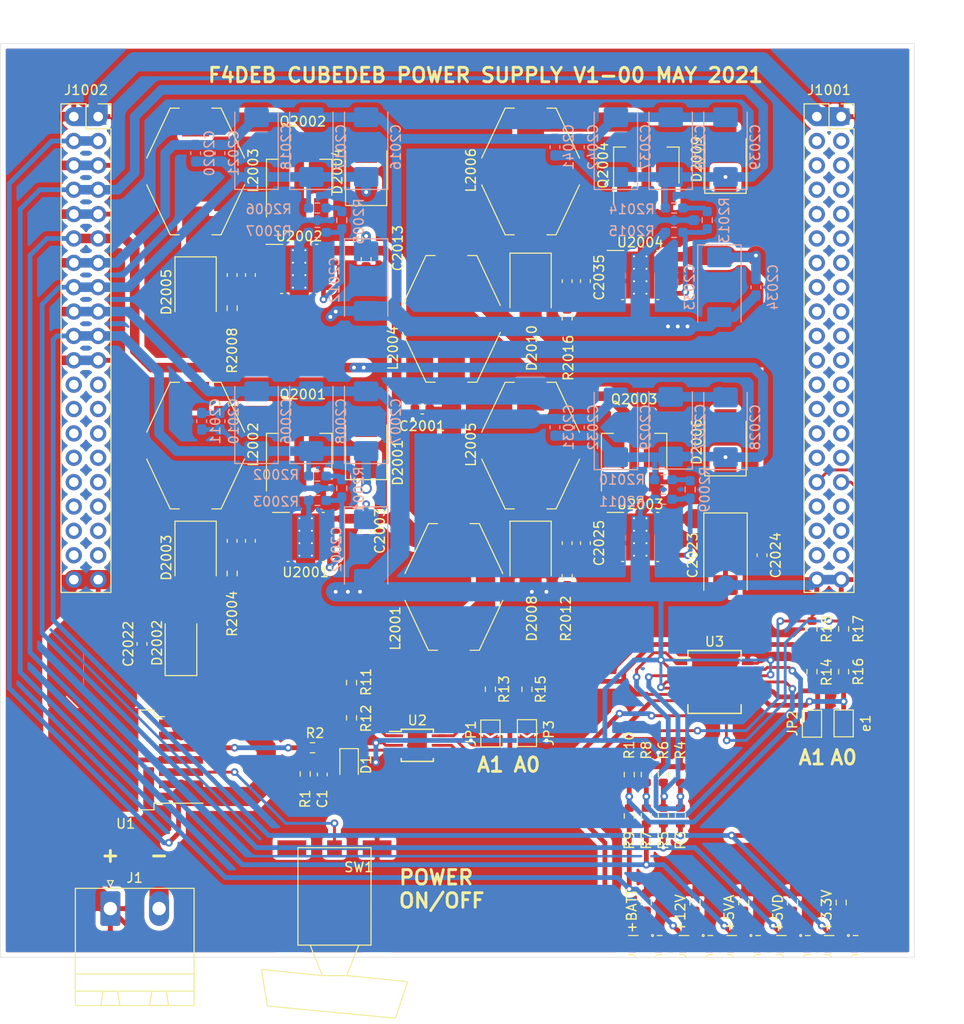
<source format=kicad_pcb>
(kicad_pcb (version 20171130) (host pcbnew 5.99.0+really5.1.12+dfsg1-1~bpo11+1)
  (layers (0 F.Cu signal) (31 B.Cu signal) (34 B.Paste user) (35 F.Paste user) (36 B.SilkS user) (37 F.SilkS user) (38 B.Mask user) (39 F.Mask user) (44 Edge.Cuts user))
  (net 0 "")
  (net 1 +BATT)
  (net 2 GND)
  (net 3 "Net-(C2002-Pad1)")
  (net 4 "Net-(C2004-Pad1)")
  (net 5 "Net-(C2005-Pad2)")
  (net 6 +3V3)
  (net 7 "Net-(C2014-Pad1)")
  (net 8 "Net-(C2015-Pad2)")
  (net 9 +5VD)
  (net 10 "Net-(C2023-Pad1)")
  (net 11 "Net-(C2025-Pad1)")
  (net 12 "Net-(C2026-Pad2)")
  (net 13 +5VA)
  (net 14 "Net-(C2035-Pad1)")
  (net 15 "Net-(C2036-Pad2)")
  (net 16 "Net-(D2001-Pad2)")
  (net 17 "Net-(D2003-Pad1)")
  (net 18 "Net-(D2004-Pad2)")
  (net 19 "Net-(D2005-Pad1)")
  (net 20 "Net-(D2006-Pad2)")
  (net 21 "Net-(D2008-Pad1)")
  (net 22 "Net-(D2009-Pad2)")
  (net 23 "Net-(D2010-Pad1)")
  (net 24 +12V)
  (net 25 "Net-(R2001-Pad2)")
  (net 26 "Net-(R2001-Pad1)")
  (net 27 "Net-(R2005-Pad1)")
  (net 28 "Net-(R2005-Pad2)")
  (net 29 "Net-(R2009-Pad2)")
  (net 30 "Net-(R2009-Pad1)")
  (net 31 "Net-(R2013-Pad1)")
  (net 32 "Net-(R2013-Pad2)")
  (net 33 "Net-(D2011-Pad2)")
  (net 34 "Net-(D2012-Pad2)")
  (net 35 "Net-(D2013-Pad2)")
  (net 36 "Net-(D2014-Pad2)")
  (net 37 "Net-(D2015-Pad2)")
  (net 38 "Net-(C1-Pad2)")
  (net 39 "Net-(R16-Pad2)")
  (net 40 +VSW)
  (net 41 "Net-(JP1-Pad1)")
  (net 42 "Net-(JP2-Pad1)")
  (net 43 "Net-(JP3-Pad1)")
  (net 44 "Net-(R1-Pad1)")
  (net 45 "Net-(R3-Pad2)")
  (net 46 "Net-(R5-Pad2)")
  (net 47 "Net-(R7-Pad2)")
  (net 48 "Net-(R10-Pad1)")
  (net 49 "Net-(R11-Pad1)")
  (net 50 "Net-(SW1-Pad2)")
  (net 51 /SDA0)
  (net 52 /SCL0)
  (module Resistor_SMD:R_0603_1608Metric (layer F.Cu) (at 200.66 140.208 90)
    (fp_text reference R7 (at -2.54 0 90) (layer F.SilkS))
    (fp_text value R)
    (pad 2 smd roundrect (at 0.825 0 90) (size 0.8 0.95) (layers F.Cu F.Paste F.Mask) (net 47 "Net-(R7-Pad2)"))
    (pad 1 smd roundrect (at -0.825 0 90) (size 0.8 0.95) (layers F.Cu F.Paste F.Mask) (net 13 +5VA))
  )
  (module Resistor_SMD:R_0603_1608Metric (layer F.Cu) (at 188.214 127 270)
    (fp_text reference R15 (at 0 -1.43 90) (layer F.SilkS))
    (fp_text value 47k)
    (pad 2 smd roundrect (at 0.825 0 270) (size 0.8 0.95) (layers F.Cu F.Paste F.Mask) (net 43 "Net-(JP3-Pad1)"))
    (pad 1 smd roundrect (at -0.825 0 270) (size 0.8 0.95) (layers F.Cu F.Paste F.Mask) (net 6 +3V3))
  )
  (module Capacitor_SMD:C_0603_1608Metric (layer F.Cu) (at 177.305 97.79 180)
    (fp_text reference C2001 (at 0.013 -1.778) (layer F.SilkS))
    (fp_text value 47n)
    (pad 2 smd roundrect (at 0.775 0 180) (size 0.9 0.95) (layers F.Cu F.Paste F.Mask) (net 2 GND))
    (pad 1 smd roundrect (at -0.775 0 180) (size 0.9 0.95) (layers F.Cu F.Paste F.Mask) (net 1 +BATT))
  )
  (module Package_TO_SOT_SMD:TO-263-7_TabPin4 (layer F.Cu) (at 146.377 134.366 180)
    (fp_text reference U1 (at 0 -6.65) (layer F.SilkS))
    (fp_text value BTS50055-1TMA)
    (pad 1 smd rect (at -5.775 -3.81 180) (size 4.6 0.8) (layers F.Cu F.Paste F.Mask) (net 1 +BATT))
    (pad 2 smd rect (at -5.775 -2.54 180) (size 4.6 0.8) (layers F.Cu F.Paste F.Mask) (net 1 +BATT))
    (pad 3 smd rect (at -5.775 -1.27 180) (size 4.6 0.8) (layers F.Cu F.Paste F.Mask) (net 50 "Net-(SW1-Pad2)"))
    (pad 4 smd rect (at -5.775 0 180) (size 4.6 0.8) (layers F.Cu F.Paste F.Mask) (net 40 +VSW))
    (pad 5 smd rect (at -5.775 1.27 180) (size 4.6 0.8) (layers F.Cu F.Paste F.Mask) (net 44 "Net-(R1-Pad1)"))
    (pad 6 smd rect (at -5.775 2.54 180) (size 4.6 0.8) (layers F.Cu F.Paste F.Mask) (net 1 +BATT))
    (pad 7 smd rect (at -5.775 3.81 180) (size 4.6 0.8) (layers F.Cu F.Paste F.Mask) (net 1 +BATT))
    (pad 4 smd rect (at 3.375 0 180) (size 9.4 10.8) (layers F.Cu F.Mask) (net 40 +VSW))
  )
  (module Resistor_SMD:R_0603_1608Metric (layer F.Cu) (at 217.932 125.159 270)
    (fp_text reference R14 (at 0.063 -1.524 90) (layer F.SilkS))
    (fp_text value R)
    (pad 1 smd roundrect (at -0.825 0 270) (size 0.8 0.95) (layers F.Cu F.Paste F.Mask) (net 6 +3V3))
    (pad 2 smd roundrect (at 0.825 0 270) (size 0.8 0.95) (layers F.Cu F.Paste F.Mask) (net 42 "Net-(JP2-Pad1)"))
  )
  (module Resistor_SMD:R_0603_1608Metric (layer F.Cu) (at 169.926 129.985 270)
    (fp_text reference R12 (at 0.063 -1.524 90) (layer F.SilkS))
    (fp_text value 10k)
    (pad 1 smd roundrect (at -0.825 0 270) (size 0.8 0.95) (layers F.Cu F.Paste F.Mask) (net 49 "Net-(R11-Pad1)"))
    (pad 2 smd roundrect (at 0.825 0 270) (size 0.8 0.95) (layers F.Cu F.Paste F.Mask) (net 2 GND))
  )
  (module Resistor_SMD:R_0603_1608Metric (layer F.Cu) (at 204.216 140.208 90)
    (fp_text reference R3 (at -2.54 0 90) (layer F.SilkS))
    (fp_text value R)
    (pad 2 smd roundrect (at 0.825 0 90) (size 0.8 0.95) (layers F.Cu F.Paste F.Mask) (net 45 "Net-(R3-Pad2)"))
    (pad 1 smd roundrect (at -0.825 0 90) (size 0.8 0.95) (layers F.Cu F.Paste F.Mask) (net 6 +3V3))
  )
  (module Jumper:SolderJumper-2_P1.3mm_Open_TrianglePad1.0x1.5mm (layer F.Cu) (at 188.214 131.572 270)
    (fp_text reference JP3 (at 0 -2.286 90) (layer F.SilkS))
    (fp_text value SolderJumper_2_Open)
    (pad 1 smd custom (at -0.725 0 270) (size 0.3 0.3) (layers F.Cu F.Mask) (net 43 "Net-(JP3-Pad1)") (options (clearance outline) (anchor rect)) (primitives (gr_poly (pts (xy -0.5 -0.75) (xy 0.5 -0.75) (xy 1 0) (xy 0.5 0.75) (xy -0.5 0.75)) (width 0))))
    (pad 2 smd custom (at 0.725 0 270) (size 0.3 0.3) (layers F.Cu F.Mask) (net 2 GND) (options (clearance outline) (anchor rect)) (primitives (gr_poly (pts (xy -0.65 -0.75) (xy 0.5 -0.75) (xy 0.5 0.75) (xy -0.65 0.75) (xy -0.15 0)) (width 0))))
  )
  (module Jumper:SolderJumper-2_P1.3mm_Open_TrianglePad1.0x1.5mm (layer F.Cu) (at 184.404 131.609 270)
    (fp_text reference JP1 (at 0 2.032 90) (layer F.SilkS))
    (fp_text value SolderJumper_2_Open)
    (pad 2 smd custom (at 0.725 0 270) (size 0.3 0.3) (layers F.Cu F.Mask) (net 2 GND) (options (clearance outline) (anchor rect)) (primitives (gr_poly (pts (xy -0.65 -0.75) (xy 0.5 -0.75) (xy 0.5 0.75) (xy -0.65 0.75) (xy -0.15 0)) (width 0))))
    (pad 1 smd custom (at -0.725 0 270) (size 0.3 0.3) (layers F.Cu F.Mask) (net 41 "Net-(JP1-Pad1)") (options (clearance outline) (anchor rect)) (primitives (gr_poly (pts (xy -0.5 -0.75) (xy 0.5 -0.75) (xy 1 0) (xy 0.5 0.75) (xy -0.5 0.75)) (width 0))))
  )
  (module Jumper:SolderJumper-2_P1.3mm_Open_TrianglePad1.0x1.5mm (layer F.Cu) (at 217.932 130.593 270)
    (fp_text reference JP2 (at -0.037 2.032 90) (layer F.SilkS))
    (fp_text value SolderJumper_2_Open)
    (pad 1 smd custom (at -0.725 0 270) (size 0.3 0.3) (layers F.Cu F.Mask) (net 42 "Net-(JP2-Pad1)") (options (clearance outline) (anchor rect)) (primitives (gr_poly (pts (xy -0.5 -0.75) (xy 0.5 -0.75) (xy 1 0) (xy 0.5 0.75) (xy -0.5 0.75)) (width 0))))
    (pad 2 smd custom (at 0.725 0 270) (size 0.3 0.3) (layers F.Cu F.Mask) (net 2 GND) (options (clearance outline) (anchor rect)) (primitives (gr_poly (pts (xy -0.65 -0.75) (xy 0.5 -0.75) (xy 0.5 0.75) (xy -0.65 0.75) (xy -0.15 0)) (width 0))))
  )
  (module Resistor_SMD:R_0603_1608Metric (layer F.Cu) (at 204.216 135.89 90)
    (fp_text reference R4 (at 2.54 0 90) (layer F.SilkS))
    (fp_text value R)
    (pad 2 smd roundrect (at 0.825 0 90) (size 0.8 0.95) (layers F.Cu F.Paste F.Mask) (net 2 GND))
    (pad 1 smd roundrect (at -0.825 0 90) (size 0.8 0.95) (layers F.Cu F.Paste F.Mask) (net 45 "Net-(R3-Pad2)"))
  )
  (module Resistor_SMD:R_0603_1608Metric (layer F.Cu) (at 165.862 133.096 180)
    (fp_text reference R2 (at -0.254 1.524) (layer F.SilkS))
    (fp_text value R)
    (pad 2 smd roundrect (at 0.825 0 180) (size 0.8 0.95) (layers F.Cu F.Paste F.Mask) (net 44 "Net-(R1-Pad1)"))
    (pad 1 smd roundrect (at -0.825 0 180) (size 0.8 0.95) (layers F.Cu F.Paste F.Mask) (net 38 "Net-(C1-Pad2)"))
  )
  (module Resistor_SMD:R_0603_1608Metric (layer F.Cu) (at 202.438 140.208 90)
    (fp_text reference R5 (at -2.54 0 90) (layer F.SilkS))
    (fp_text value R)
    (pad 2 smd roundrect (at 0.825 0 90) (size 0.8 0.95) (layers F.Cu F.Paste F.Mask) (net 46 "Net-(R5-Pad2)"))
    (pad 1 smd roundrect (at -0.825 0 90) (size 0.8 0.95) (layers F.Cu F.Paste F.Mask) (net 9 +5VD))
  )
  (module Resistor_SMD:R_0603_1608Metric (layer F.Cu) (at 165.1 135.827 270)
    (fp_text reference R1 (at 2.603 0 90) (layer F.SilkS))
    (fp_text value R)
    (pad 1 smd roundrect (at -0.825 0 270) (size 0.8 0.95) (layers F.Cu F.Paste F.Mask) (net 44 "Net-(R1-Pad1)"))
    (pad 2 smd roundrect (at 0.825 0 270) (size 0.8 0.95) (layers F.Cu F.Paste F.Mask) (net 2 GND))
  )
  (module Package_SO:MSOP-10_3x3mm_P0.5mm (layer F.Cu) (at 176.784 132.842)
    (fp_text reference U2 (at 0 -2.6) (layer F.SilkS))
    (fp_text value MCP3427-xUN)
    (pad 1 smd rect (at -2.2 -1) (size 1.4 0.3) (layers F.Cu F.Paste F.Mask) (net 49 "Net-(R11-Pad1)"))
    (pad 2 smd rect (at -2.2 -0.5) (size 1.4 0.3) (layers F.Cu F.Paste F.Mask) (net 2 GND))
    (pad 3 smd rect (at -2.2 0) (size 1.4 0.3) (layers F.Cu F.Paste F.Mask) (net 2 GND))
    (pad 4 smd rect (at -2.2 0.5) (size 1.4 0.3) (layers F.Cu F.Paste F.Mask) (net 38 "Net-(C1-Pad2)"))
    (pad 5 smd rect (at -2.2 1) (size 1.4 0.3) (layers F.Cu F.Paste F.Mask) (net 2 GND))
    (pad 6 smd rect (at 2.2 1) (size 1.4 0.3) (layers F.Cu F.Paste F.Mask))
    (pad 7 smd rect (at 2.2 0.5) (size 1.4 0.3) (layers F.Cu F.Paste F.Mask) (net 51 /SDA0))
    (pad 8 smd rect (at 2.2 0) (size 1.4 0.3) (layers F.Cu F.Paste F.Mask) (net 52 /SCL0))
    (pad 9 smd rect (at 2.2 -0.5) (size 1.4 0.3) (layers F.Cu F.Paste F.Mask) (net 43 "Net-(JP3-Pad1)"))
    (pad 10 smd rect (at 2.2 -1) (size 1.4 0.3) (layers F.Cu F.Paste F.Mask) (net 41 "Net-(JP1-Pad1)"))
  )
  (module Resistor_SMD:R_0603_1608Metric (layer F.Cu) (at 184.404 127 270)
    (fp_text reference R13 (at 0 -1.43 90) (layer F.SilkS))
    (fp_text value 47k)
    (pad 1 smd roundrect (at -0.825 0 270) (size 0.8 0.95) (layers F.Cu F.Paste F.Mask) (net 6 +3V3))
    (pad 2 smd roundrect (at 0.825 0 270) (size 0.8 0.95) (layers F.Cu F.Paste F.Mask) (net 41 "Net-(JP1-Pad1)"))
  )
  (module Resistor_SMD:R_0603_1608Metric (layer F.Cu) (at 198.882 135.89 90)
    (fp_text reference R10 (at 3.048 0 90) (layer F.SilkS))
    (fp_text value R)
    (pad 1 smd roundrect (at -0.825 0 90) (size 0.8 0.95) (layers F.Cu F.Paste F.Mask) (net 48 "Net-(R10-Pad1)"))
    (pad 2 smd roundrect (at 0.825 0 90) (size 0.8 0.95) (layers F.Cu F.Paste F.Mask) (net 2 GND))
  )
  (module Resistor_SMD:R_0603_1608Metric (layer F.Cu) (at 200.66 135.89 90)
    (fp_text reference R8 (at 2.54 0 90) (layer F.SilkS))
    (fp_text value R)
    (pad 1 smd roundrect (at -0.825 0 90) (size 0.8 0.95) (layers F.Cu F.Paste F.Mask) (net 47 "Net-(R7-Pad2)"))
    (pad 2 smd roundrect (at 0.825 0 90) (size 0.8 0.95) (layers F.Cu F.Paste F.Mask) (net 2 GND))
  )
  (module Jumper:SolderJumper-2_P1.3mm_Open_TrianglePad1.0x1.5mm (layer F.Cu) (at 221.234 130.556 270)
    (fp_text reference e1 (at 0 -2.286 90) (layer F.SilkS))
    (fp_text value SolderJumper_2_Open)
    (pad 2 smd custom (at 0.725 0 270) (size 0.3 0.3) (layers F.Cu F.Mask) (net 2 GND) (options (clearance outline) (anchor rect)) (primitives (gr_poly (pts (xy -0.65 -0.75) (xy 0.5 -0.75) (xy 0.5 0.75) (xy -0.65 0.75) (xy -0.15 0)) (width 0))))
    (pad 1 smd custom (at -0.725 0 270) (size 0.3 0.3) (layers F.Cu F.Mask) (net 39 "Net-(R16-Pad2)") (options (clearance outline) (anchor rect)) (primitives (gr_poly (pts (xy -0.5 -0.75) (xy 0.5 -0.75) (xy 1 0) (xy 0.5 0.75) (xy -0.5 0.75)) (width 0))))
  )
  (module Resistor_SMD:R_0603_1608Metric (layer F.Cu) (at 202.438 135.89 90)
    (fp_text reference R6 (at 2.54 0 90) (layer F.SilkS))
    (fp_text value R)
    (pad 1 smd roundrect (at -0.825 0 90) (size 0.8 0.95) (layers F.Cu F.Paste F.Mask) (net 46 "Net-(R5-Pad2)"))
    (pad 2 smd roundrect (at 0.825 0 90) (size 0.8 0.95) (layers F.Cu F.Paste F.Mask) (net 2 GND))
  )
  (module Package_SO:SSOP-14_5.3x6.2mm_P0.65mm (layer F.Cu) (at 207.772 126.238)
    (fp_text reference U3 (at 0 -4.2) (layer F.SilkS))
    (fp_text value MCP3428)
    (pad 1 smd rect (at -3.45 -1.95) (size 1.2 0.4) (layers F.Cu F.Paste F.Mask) (net 45 "Net-(R3-Pad2)"))
    (pad 2 smd rect (at -3.45 -1.3) (size 1.2 0.4) (layers F.Cu F.Paste F.Mask) (net 2 GND))
    (pad 3 smd rect (at -3.45 -0.65) (size 1.2 0.4) (layers F.Cu F.Paste F.Mask) (net 46 "Net-(R5-Pad2)"))
    (pad 4 smd rect (at -3.45 0) (size 1.2 0.4) (layers F.Cu F.Paste F.Mask) (net 2 GND))
    (pad 5 smd rect (at -3.45 0.65) (size 1.2 0.4) (layers F.Cu F.Paste F.Mask) (net 2 GND))
    (pad 6 smd rect (at -3.45 1.3) (size 1.2 0.4) (layers F.Cu F.Paste F.Mask) (net 6 +3V3))
    (pad 7 smd rect (at -3.45 1.95) (size 1.2 0.4) (layers F.Cu F.Paste F.Mask) (net 51 /SDA0))
    (pad 8 smd rect (at 3.45 1.95) (size 1.2 0.4) (layers F.Cu F.Paste F.Mask) (net 52 /SCL0))
    (pad 9 smd rect (at 3.45 1.3) (size 1.2 0.4) (layers F.Cu F.Paste F.Mask) (net 39 "Net-(R16-Pad2)"))
    (pad 10 smd rect (at 3.45 0.65) (size 1.2 0.4) (layers F.Cu F.Paste F.Mask) (net 42 "Net-(JP2-Pad1)"))
    (pad 11 smd rect (at 3.45 0) (size 1.2 0.4) (layers F.Cu F.Paste F.Mask) (net 47 "Net-(R7-Pad2)"))
    (pad 12 smd rect (at 3.45 -0.65) (size 1.2 0.4) (layers F.Cu F.Paste F.Mask) (net 2 GND))
    (pad 13 smd rect (at 3.45 -1.3) (size 1.2 0.4) (layers F.Cu F.Paste F.Mask) (net 48 "Net-(R10-Pad1)"))
    (pad 14 smd rect (at 3.45 -1.95) (size 1.2 0.4) (layers F.Cu F.Paste F.Mask) (net 2 GND))
  )
  (module Resistor_SMD:R_0603_1608Metric (layer F.Cu) (at 221.234 125.159 270)
    (fp_text reference R16 (at 0 -1.524 90) (layer F.SilkS))
    (fp_text value R)
    (pad 1 smd roundrect (at -0.825 0 270) (size 0.8 0.95) (layers F.Cu F.Paste F.Mask) (net 6 +3V3))
    (pad 2 smd roundrect (at 0.825 0 270) (size 0.8 0.95) (layers F.Cu F.Paste F.Mask) (net 39 "Net-(R16-Pad2)"))
  )
  (module Capacitor_SMD:C_0603_1608Metric (layer F.Cu) (at 166.878 135.89 90)
    (fp_text reference C1 (at -2.54 0 90) (layer F.SilkS))
    (fp_text value C)
    (pad 1 smd roundrect (at -0.775 0 90) (size 0.9 0.95) (layers F.Cu F.Paste F.Mask) (net 2 GND))
    (pad 2 smd roundrect (at 0.775 0 90) (size 0.9 0.95) (layers F.Cu F.Paste F.Mask) (net 38 "Net-(C1-Pad2)"))
  )
  (module Resistor_SMD:R_0603_1608Metric (layer F.Cu) (at 169.926 126.301 90)
    (fp_text reference R11 (at 0.063 1.524 90) (layer F.SilkS))
    (fp_text value 100k)
    (pad 2 smd roundrect (at 0.825 0 90) (size 0.8 0.95) (layers F.Cu F.Paste F.Mask) (net 1 +BATT))
    (pad 1 smd roundrect (at -0.825 0 90) (size 0.8 0.95) (layers F.Cu F.Paste F.Mask) (net 49 "Net-(R11-Pad1)"))
  )
  (module Resistor_SMD:R_0603_1608Metric (layer F.Cu) (at 198.882 140.208 90)
    (fp_text reference R9 (at -2.54 0 90) (layer F.SilkS))
    (fp_text value R)
    (pad 2 smd roundrect (at 0.825 0 90) (size 0.8 0.95) (layers F.Cu F.Paste F.Mask) (net 48 "Net-(R10-Pad1)"))
    (pad 1 smd roundrect (at -0.825 0 90) (size 0.8 0.95) (layers F.Cu F.Paste F.Mask) (net 24 +12V))
  )
  (module Capacitor_Tantalum_SMD:CP_EIA-7343-31_Kemet-D (layer B.Cu) (at 171.45 112.395 270)
    (fp_text reference C2002 (at 0 3.1 90) (layer B.SilkS) (effects (justify mirror)))
    (fp_text value 10µ/35V)
    (pad 2 smd roundrect (at 3.1125 0 270) (size 2.075 2.55) (layers B.Cu B.Paste B.Mask) (roundrect_rratio 0.1204819277108434) (net 2 GND))
    (pad 1 smd roundrect (at -3.1125 0 270) (size 2.075 2.55) (layers B.Cu B.Paste B.Mask) (roundrect_rratio 0.1204819277108434) (net 3 "Net-(C2002-Pad1)"))
  )
  (module Capacitor_SMD:C_0603_1608Metric_Pad1.08x0.95mm_HandSolder (layer F.Cu) (at 159.385 111.5325 270)
    (fp_text reference C2004 hide)
    (fp_text value 220p)
    (pad 2 smd roundrect (at 0.8625 0 270) (size 1.075 0.95) (layers F.Cu F.Paste F.Mask) (net 2 GND))
    (pad 1 smd roundrect (at -0.8625 0 270) (size 1.075 0.95) (layers F.Cu F.Paste F.Mask) (net 4 "Net-(C2004-Pad1)"))
  )
  (module Capacitor_SMD:C_0603_1608Metric_Pad1.08x0.95mm_HandSolder (layer F.Cu) (at 157.48 111.5325 270)
    (fp_text reference C2005 hide)
    (fp_text value 22n)
    (pad 2 smd roundrect (at 0.8625 0 270) (size 1.075 0.95) (layers F.Cu F.Paste F.Mask) (net 5 "Net-(C2005-Pad2)"))
    (pad 1 smd roundrect (at -0.8625 0 270) (size 1.075 0.95) (layers F.Cu F.Paste F.Mask) (net 4 "Net-(C2004-Pad1)"))
  )
  (module Capacitor_Tantalum_SMD:CP_EIA-7343-31_Kemet-D (layer B.Cu) (at 160.02 99.06 90)
    (fp_text reference C2006 (at 0 3.1 90) (layer B.SilkS) (effects (justify mirror)))
    (fp_text value CP)
    (pad 1 smd roundrect (at -3.1125 0 90) (size 2.075 2.55) (layers B.Cu B.Paste B.Mask) (roundrect_rratio 0.1204819277108434) (net 6 +3V3))
    (pad 2 smd roundrect (at 3.1125 0 90) (size 2.075 2.55) (layers B.Cu B.Paste B.Mask) (roundrect_rratio 0.1204819277108434) (net 2 GND))
  )
  (module Capacitor_Tantalum_SMD:CP_EIA-7343-31_Kemet-D (layer B.Cu) (at 165.735 99.06 90)
    (fp_text reference C2008 (at 0 3.1 90) (layer B.SilkS) (effects (justify mirror)))
    (fp_text value 100µ)
    (pad 2 smd roundrect (at 3.1125 0 90) (size 2.075 2.55) (layers B.Cu B.Paste B.Mask) (roundrect_rratio 0.1204819277108434) (net 2 GND))
    (pad 1 smd roundrect (at -3.1125 0 90) (size 2.075 2.55) (layers B.Cu B.Paste B.Mask) (roundrect_rratio 0.1204819277108434) (net 6 +3V3))
  )
  (module Capacitor_SMD:C_0603_1608Metric_Pad1.08x0.95mm_HandSolder (layer B.Cu) (at 156.21 99.06 90)
    (fp_text reference C2010 (at 0 1.43 90) (layer B.SilkS) (effects (justify mirror)))
    (fp_text value 100n)
    (pad 1 smd roundrect (at -0.8625 0 90) (size 1.075 0.95) (layers B.Cu B.Paste B.Mask) (net 6 +3V3))
    (pad 2 smd roundrect (at 0.8625 0 90) (size 1.075 0.95) (layers B.Cu B.Paste B.Mask) (net 2 GND))
  )
  (module Capacitor_SMD:C_0603_1608Metric_Pad1.08x0.95mm_HandSolder (layer B.Cu) (at 154.305 99.06 90)
    (fp_text reference C2011 (at 0 1.43 270) (layer B.SilkS) (effects (justify mirror)))
    (fp_text value 100n)
    (pad 2 smd roundrect (at 0.8625 0 90) (size 1.075 0.95) (layers B.Cu B.Paste B.Mask) (net 2 GND))
    (pad 1 smd roundrect (at -0.8625 0 90) (size 1.075 0.95) (layers B.Cu B.Paste B.Mask) (net 6 +3V3))
  )
  (module Capacitor_Tantalum_SMD:CP_EIA-7343-31_Kemet-D (layer B.Cu) (at 171.45 84.455 270)
    (fp_text reference C2012 (at -0.127 3.302 90) (layer B.SilkS) (effects (justify mirror)))
    (fp_text value 10µ/35V)
    (pad 1 smd roundrect (at -3.1125 0 270) (size 2.075 2.55) (layers B.Cu B.Paste B.Mask) (roundrect_rratio 0.1204819277108434) (net 3 "Net-(C2002-Pad1)"))
    (pad 2 smd roundrect (at 3.1125 0 270) (size 2.075 2.55) (layers B.Cu B.Paste B.Mask) (roundrect_rratio 0.1204819277108434) (net 2 GND))
  )
  (module Capacitor_SMD:C_0603_1608Metric_Pad1.08x0.95mm_HandSolder (layer F.Cu) (at 159.385 83.82 270)
    (fp_text reference C2014 hide)
    (fp_text value 220p)
    (pad 2 smd roundrect (at 0.8625 0 270) (size 1.075 0.95) (layers F.Cu F.Paste F.Mask) (net 2 GND))
    (pad 1 smd roundrect (at -0.8625 0 270) (size 1.075 0.95) (layers F.Cu F.Paste F.Mask) (net 7 "Net-(C2014-Pad1)"))
  )
  (module Capacitor_SMD:C_0603_1608Metric_Pad1.08x0.95mm_HandSolder (layer F.Cu) (at 157.48 83.82 270)
    (fp_text reference C2015 hide)
    (fp_text value 22n)
    (pad 1 smd roundrect (at -0.8625 0 270) (size 1.075 0.95) (layers F.Cu F.Paste F.Mask) (net 7 "Net-(C2014-Pad1)"))
    (pad 2 smd roundrect (at 0.8625 0 270) (size 1.075 0.95) (layers F.Cu F.Paste F.Mask) (net 8 "Net-(C2015-Pad2)"))
  )
  (module Capacitor_Tantalum_SMD:CP_EIA-7343-31_Kemet-D (layer B.Cu) (at 171.45 70.485 90)
    (fp_text reference C2016 (at 0 3.1 90) (layer B.SilkS) (effects (justify mirror)))
    (fp_text value CP)
    (pad 1 smd roundrect (at -3.1125 0 90) (size 2.075 2.55) (layers B.Cu B.Paste B.Mask) (roundrect_rratio 0.1204819277108434) (net 9 +5VD))
    (pad 2 smd roundrect (at 3.1125 0 90) (size 2.075 2.55) (layers B.Cu B.Paste B.Mask) (roundrect_rratio 0.1204819277108434) (net 2 GND))
  )
  (module Capacitor_Tantalum_SMD:CP_EIA-7343-31_Kemet-D (layer B.Cu) (at 165.735 70.485 90)
    (fp_text reference C2017 (at 0 3.1 270) (layer B.SilkS) (effects (justify mirror)))
    (fp_text value 100µ)
    (pad 2 smd roundrect (at 3.1125 0 90) (size 2.075 2.55) (layers B.Cu B.Paste B.Mask) (roundrect_rratio 0.1204819277108434) (net 2 GND))
    (pad 1 smd roundrect (at -3.1125 0 90) (size 2.075 2.55) (layers B.Cu B.Paste B.Mask) (roundrect_rratio 0.1204819277108434) (net 9 +5VD))
  )
  (module Capacitor_Tantalum_SMD:CP_EIA-7343-31_Kemet-D (layer B.Cu) (at 160.02 70.485 90)
    (fp_text reference C2018 (at 0 3.1 -90) (layer B.SilkS) (effects (justify mirror)))
    (fp_text value 100µ)
    (pad 1 smd roundrect (at -3.1125 0 90) (size 2.075 2.55) (layers B.Cu B.Paste B.Mask) (roundrect_rratio 0.1204819277108434) (net 9 +5VD))
    (pad 2 smd roundrect (at 3.1125 0 90) (size 2.075 2.55) (layers B.Cu B.Paste B.Mask) (roundrect_rratio 0.1204819277108434) (net 2 GND))
  )
  (module Capacitor_SMD:C_0603_1608Metric_Pad1.08x0.95mm_HandSolder (layer B.Cu) (at 153.67 71.12 90)
    (fp_text reference C2020 (at 0 1.43 -90) (layer B.SilkS) (effects (justify mirror)))
    (fp_text value 100n)
    (pad 2 smd roundrect (at 0.8625 0 90) (size 1.075 0.95) (layers B.Cu B.Paste B.Mask) (net 2 GND))
    (pad 1 smd roundrect (at -0.8625 0 90) (size 1.075 0.95) (layers B.Cu B.Paste B.Mask) (net 9 +5VD))
  )
  (module Capacitor_SMD:C_0603_1608Metric_Pad1.08x0.95mm_HandSolder (layer B.Cu) (at 156.21 71.12 90)
    (fp_text reference C2021 (at 0 1.43 270) (layer B.SilkS) (effects (justify mirror)))
    (fp_text value 100n)
    (pad 1 smd roundrect (at -0.8625 0 90) (size 1.075 0.95) (layers B.Cu B.Paste B.Mask) (net 9 +5VD))
    (pad 2 smd roundrect (at 0.8625 0 90) (size 1.075 0.95) (layers B.Cu B.Paste B.Mask) (net 2 GND))
  )
  (module Capacitor_Tantalum_SMD:CP_EIA-7343-31_Kemet-D (layer F.Cu) (at 208.915 113.03 270)
    (fp_text reference C2023 (at 0 3.429 90) (layer F.SilkS))
    (fp_text value 10µ/25V)
    (pad 1 smd roundrect (at -3.1125 0 270) (size 2.075 2.55) (layers F.Cu F.Paste F.Mask) (roundrect_rratio 0.1204819277108434) (net 10 "Net-(C2023-Pad1)"))
    (pad 2 smd roundrect (at 3.1125 0 270) (size 2.075 2.55) (layers F.Cu F.Paste F.Mask) (roundrect_rratio 0.1204819277108434) (net 2 GND))
  )
  (module Capacitor_SMD:C_0603_1608Metric_Pad1.08x0.95mm_HandSolder (layer F.Cu) (at 194.31 111.76 270)
    (fp_text reference C2025 (at 0 -1.43 90) (layer F.SilkS))
    (fp_text value 220p)
    (pad 2 smd roundrect (at 0.8625 0 270) (size 1.075 0.95) (layers F.Cu F.Paste F.Mask) (net 2 GND))
    (pad 1 smd roundrect (at -0.8625 0 270) (size 1.075 0.95) (layers F.Cu F.Paste F.Mask) (net 11 "Net-(C2025-Pad1)"))
  )
  (module Capacitor_SMD:C_0603_1608Metric_Pad1.08x0.95mm_HandSolder (layer F.Cu) (at 192.405 111.76 270)
    (fp_text reference C2026 hide)
    (fp_text value 22n)
    (pad 1 smd roundrect (at -0.8625 0 270) (size 1.075 0.95) (layers F.Cu F.Paste F.Mask) (net 11 "Net-(C2025-Pad1)"))
    (pad 2 smd roundrect (at 0.8625 0 270) (size 1.075 0.95) (layers F.Cu F.Paste F.Mask) (net 12 "Net-(C2026-Pad2)"))
  )
  (module Capacitor_Tantalum_SMD:CP_EIA-7343-31_Kemet-D (layer B.Cu) (at 203.2 99.6325 90)
    (fp_text reference C2027 (at 0 3.1 90) (layer B.SilkS) (effects (justify mirror)))
    (fp_text value CP)
    (pad 1 smd roundrect (at -3.1125 0 90) (size 2.075 2.55) (layers B.Cu B.Paste B.Mask) (roundrect_rratio 0.1204819277108434) (net 13 +5VA))
    (pad 2 smd roundrect (at 3.1125 0 90) (size 2.075 2.55) (layers B.Cu B.Paste B.Mask) (roundrect_rratio 0.1204819277108434) (net 2 GND))
  )
  (module Capacitor_Tantalum_SMD:CP_EIA-7343-31_Kemet-D (layer B.Cu) (at 208.915 99.695 90)
    (fp_text reference C2028 (at 0 3.1 90) (layer B.SilkS) (effects (justify mirror)))
    (fp_text value 100µ)
    (pad 1 smd roundrect (at -3.1125 0 90) (size 2.075 2.55) (layers B.Cu B.Paste B.Mask) (roundrect_rratio 0.1204819277108434) (net 13 +5VA))
    (pad 2 smd roundrect (at 3.1125 0 90) (size 2.075 2.55) (layers B.Cu B.Paste B.Mask) (roundrect_rratio 0.1204819277108434) (net 2 GND))
  )
  (module Capacitor_Tantalum_SMD:CP_EIA-7343-31_Kemet-D (layer B.Cu) (at 197.485 99.695 90)
    (fp_text reference C2029 (at 0 3.1 90) (layer B.SilkS) (effects (justify mirror)))
    (fp_text value 100µ)
    (pad 2 smd roundrect (at 3.1125 0 90) (size 2.075 2.55) (layers B.Cu B.Paste B.Mask) (roundrect_rratio 0.1204819277108434) (net 2 GND))
    (pad 1 smd roundrect (at -3.1125 0 90) (size 2.075 2.55) (layers B.Cu B.Paste B.Mask) (roundrect_rratio 0.1204819277108434) (net 13 +5VA))
  )
  (module Capacitor_SMD:C_0603_1608Metric_Pad1.08x0.95mm_HandSolder (layer B.Cu) (at 191.135 99.695 90)
    (fp_text reference C2031 (at 0 1.43 90) (layer B.SilkS) (effects (justify mirror)))
    (fp_text value 100n)
    (pad 2 smd roundrect (at 0.8625 0 90) (size 1.075 0.95) (layers B.Cu B.Paste B.Mask) (net 2 GND))
    (pad 1 smd roundrect (at -0.8625 0 90) (size 1.075 0.95) (layers B.Cu B.Paste B.Mask) (net 13 +5VA))
  )
  (module Capacitor_SMD:C_0603_1608Metric_Pad1.08x0.95mm_HandSolder (layer B.Cu) (at 193.675 99.695 90)
    (fp_text reference C2032 (at 0 1.43 90) (layer B.SilkS) (effects (justify mirror)))
    (fp_text value 100n)
    (pad 1 smd roundrect (at -0.8625 0 90) (size 1.075 0.95) (layers B.Cu B.Paste B.Mask) (net 13 +5VA))
    (pad 2 smd roundrect (at 0.8625 0 90) (size 1.075 0.95) (layers B.Cu B.Paste B.Mask) (net 2 GND))
  )
  (module Capacitor_Tantalum_SMD:CP_EIA-7343-31_Kemet-D (layer B.Cu) (at 208.28 85.09 270)
    (fp_text reference C2033 (at 0 3.1 270) (layer B.SilkS) (effects (justify mirror)))
    (fp_text value 10µ/25V)
    (pad 2 smd roundrect (at 3.1125 0 270) (size 2.075 2.55) (layers B.Cu B.Paste B.Mask) (roundrect_rratio 0.1204819277108434) (net 2 GND))
    (pad 1 smd roundrect (at -3.1125 0 270) (size 2.075 2.55) (layers B.Cu B.Paste B.Mask) (roundrect_rratio 0.1204819277108434) (net 10 "Net-(C2023-Pad1)"))
  )
  (module Capacitor_SMD:C_0603_1608Metric_Pad1.08x0.95mm_HandSolder (layer F.Cu) (at 194.31 84.455 270)
    (fp_text reference C2035 (at -0.381 -1.43 90) (layer F.SilkS))
    (fp_text value 220p)
    (pad 2 smd roundrect (at 0.8625 0 270) (size 1.075 0.95) (layers F.Cu F.Paste F.Mask) (net 2 GND))
    (pad 1 smd roundrect (at -0.8625 0 270) (size 1.075 0.95) (layers F.Cu F.Paste F.Mask) (net 14 "Net-(C2035-Pad1)"))
  )
  (module Capacitor_SMD:C_0603_1608Metric_Pad1.08x0.95mm_HandSolder (layer F.Cu) (at 192.405 84.455 270)
    (fp_text reference C2036 hide)
    (fp_text value 22n)
    (pad 2 smd roundrect (at 0.8625 0 270) (size 1.075 0.95) (layers F.Cu F.Paste F.Mask) (net 15 "Net-(C2036-Pad2)"))
    (pad 1 smd roundrect (at -0.8625 0 270) (size 1.075 0.95) (layers F.Cu F.Paste F.Mask) (net 14 "Net-(C2035-Pad1)"))
  )
  (module Capacitor_Tantalum_SMD:CP_EIA-7343-31_Kemet-D (layer B.Cu) (at 197.485 70.485 90)
    (fp_text reference C2037 (at 0 3.1 270) (layer B.SilkS) (effects (justify mirror)))
    (fp_text value CP)
    (pad 2 smd roundrect (at 3.1125 0 90) (size 2.075 2.55) (layers B.Cu B.Paste B.Mask) (roundrect_rratio 0.1204819277108434) (net 2 GND))
    (pad 1 smd roundrect (at -3.1125 0 90) (size 2.075 2.55) (layers B.Cu B.Paste B.Mask) (roundrect_rratio 0.1204819277108434) (net 24 +12V))
  )
  (module Capacitor_Tantalum_SMD:CP_EIA-7343-31_Kemet-D (layer B.Cu) (at 203.2 70.485 90)
    (fp_text reference C2038 (at 0 3.1 270) (layer B.SilkS) (effects (justify mirror)))
    (fp_text value 100µ)
    (pad 1 smd roundrect (at -3.1125 0 90) (size 2.075 2.55) (layers B.Cu B.Paste B.Mask) (roundrect_rratio 0.1204819277108434) (net 24 +12V))
    (pad 2 smd roundrect (at 3.1125 0 90) (size 2.075 2.55) (layers B.Cu B.Paste B.Mask) (roundrect_rratio 0.1204819277108434) (net 2 GND))
  )
  (module Capacitor_Tantalum_SMD:CP_EIA-7343-31_Kemet-D (layer B.Cu) (at 208.915 70.485 90)
    (fp_text reference C2039 (at 0 3.1 90) (layer B.SilkS) (effects (justify mirror)))
    (fp_text value 100µ)
    (pad 2 smd roundrect (at 3.1125 0 90) (size 2.075 2.55) (layers B.Cu B.Paste B.Mask) (roundrect_rratio 0.1204819277108434) (net 2 GND))
    (pad 1 smd roundrect (at -3.1125 0 90) (size 2.075 2.55) (layers B.Cu B.Paste B.Mask) (roundrect_rratio 0.1204819277108434) (net 24 +12V))
  )
  (module Capacitor_SMD:C_0603_1608Metric_Pad1.08x0.95mm_HandSolder (layer B.Cu) (at 191.135 70.485 90)
    (fp_text reference C2041 (at 0 1.43 90) (layer B.SilkS) (effects (justify mirror)))
    (fp_text value 100n)
    (pad 1 smd roundrect (at -0.8625 0 90) (size 1.075 0.95) (layers B.Cu B.Paste B.Mask) (net 24 +12V))
    (pad 2 smd roundrect (at 0.8625 0 90) (size 1.075 0.95) (layers B.Cu B.Paste B.Mask) (net 2 GND))
  )
  (module Capacitor_SMD:C_0603_1608Metric_Pad1.08x0.95mm_HandSolder (layer B.Cu) (at 193.675 70.485 90)
    (fp_text reference C2042 (at 0 1.43 270) (layer B.SilkS) (effects (justify mirror)))
    (fp_text value 100n)
    (pad 2 smd roundrect (at 0.8625 0 90) (size 1.075 0.95) (layers B.Cu B.Paste B.Mask) (net 2 GND))
    (pad 1 smd roundrect (at -0.8625 0 90) (size 1.075 0.95) (layers B.Cu B.Paste B.Mask) (net 24 +12V))
  )
  (module Diode_SMD:D_SMB (layer F.Cu) (at 171.45 101.6 90)
    (fp_text reference D2001 (at -1.778 3.302 90) (layer F.SilkS))
    (fp_text value MBRS130LT3G)
    (pad 2 smd rect (at 2.15 0 90) (size 2.5 2.3) (layers F.Cu F.Paste F.Mask) (net 16 "Net-(D2001-Pad2)"))
    (pad 1 smd rect (at -2.15 0 90) (size 2.5 2.3) (layers F.Cu F.Paste F.Mask) (net 6 +3V3))
  )
  (module Diode_SMD:D_SMA (layer F.Cu) (at 152.146 122.174 90)
    (fp_text reference D2002 (at 0 -2.5 90) (layer F.SilkS))
    (fp_text value SMAJ36A)
    (pad 1 smd rect (at -2 0 90) (size 2.5 1.8) (layers F.Cu F.Paste F.Mask) (net 1 +BATT))
    (pad 2 smd rect (at 2 0 90) (size 2.5 1.8) (layers F.Cu F.Paste F.Mask) (net 2 GND))
  )
  (module Diode_SMD:D_SMB (layer F.Cu) (at 153.67 113.03 270)
    (fp_text reference D2003 (at 0.254 3.048 90) (layer F.SilkS))
    (fp_text value MBRS130LT3G)
    (pad 1 smd rect (at -2.15 0 270) (size 2.5 2.3) (layers F.Cu F.Paste F.Mask) (net 17 "Net-(D2003-Pad1)"))
    (pad 2 smd rect (at 2.15 0 270) (size 2.5 2.3) (layers F.Cu F.Paste F.Mask) (net 2 GND))
  )
  (module Diode_SMD:D_SMB (layer F.Cu) (at 171.45 73.025 90)
    (fp_text reference D2004 (at 0 -3 90) (layer F.SilkS))
    (fp_text value MBRS130LT3G)
    (pad 1 smd rect (at -2.15 0 90) (size 2.5 2.3) (layers F.Cu F.Paste F.Mask) (net 9 +5VD))
    (pad 2 smd rect (at 2.15 0 90) (size 2.5 2.3) (layers F.Cu F.Paste F.Mask) (net 18 "Net-(D2004-Pad2)"))
  )
  (module Diode_SMD:D_SMB (layer F.Cu) (at 153.67 85.48 270)
    (fp_text reference D2005 (at 0.118 3.048 90) (layer F.SilkS))
    (fp_text value MBRS130LT3G)
    (pad 1 smd rect (at -2.15 0 270) (size 2.5 2.3) (layers F.Cu F.Paste F.Mask) (net 19 "Net-(D2005-Pad1)"))
    (pad 2 smd rect (at 2.15 0 270) (size 2.5 2.3) (layers F.Cu F.Paste F.Mask) (net 2 GND))
  )
  (module Diode_SMD:D_SMB (layer F.Cu) (at 208.915 101.21 90)
    (fp_text reference D2006 (at 0 -3 90) (layer F.SilkS))
    (fp_text value MBRS130LT3G)
    (pad 2 smd rect (at 2.15 0 90) (size 2.5 2.3) (layers F.Cu F.Paste F.Mask) (net 20 "Net-(D2006-Pad2)"))
    (pad 1 smd rect (at -2.15 0 90) (size 2.5 2.3) (layers F.Cu F.Paste F.Mask) (net 13 +5VA))
  )
  (module Diode_SMD:D_SMB (layer F.Cu) (at 188.595 113.03 270)
    (fp_text reference D2008 (at 6.604 -0.127 270) (layer F.SilkS))
    (fp_text value MBRS130LT3G)
    (pad 2 smd rect (at 2.15 0 270) (size 2.5 2.3) (layers F.Cu F.Paste F.Mask) (net 2 GND))
    (pad 1 smd rect (at -2.15 0 270) (size 2.5 2.3) (layers F.Cu F.Paste F.Mask) (net 21 "Net-(D2008-Pad1)"))
  )
  (module Diode_SMD:D_SMB (layer F.Cu) (at 208.915 71.755 90)
    (fp_text reference D2009 (at 0 -3 90) (layer F.SilkS))
    (fp_text value MBRS130LT3G)
    (pad 2 smd rect (at 2.15 0 90) (size 2.5 2.3) (layers F.Cu F.Paste F.Mask) (net 22 "Net-(D2009-Pad2)"))
    (pad 1 smd rect (at -2.15 0 90) (size 2.5 2.3) (layers F.Cu F.Paste F.Mask) (net 24 +12V))
  )
  (module Diode_SMD:D_SMB (layer F.Cu) (at 188.595 85.09 270)
    (fp_text reference D2010 (at 6.35 -0.127 90) (layer F.SilkS))
    (fp_text value MBRS130LT3G)
    (pad 1 smd rect (at -2.15 0 270) (size 2.5 2.3) (layers F.Cu F.Paste F.Mask) (net 23 "Net-(D2010-Pad1)"))
    (pad 2 smd rect (at 2.15 0 270) (size 2.5 2.3) (layers F.Cu F.Paste F.Mask) (net 2 GND))
  )
  (module Package_TO_SOT_SMD:SOT-223-3_TabPin2 (layer F.Cu) (at 164.465 102.235 90)
    (fp_text reference Q2001 (at 5.969 0.381 180) (layer F.SilkS))
    (fp_text value IRLL3303)
    (pad 2 smd rect (at 3.15 0 90) (size 2 3.8) (layers F.Cu F.Paste F.Mask) (net 16 "Net-(D2001-Pad2)"))
    (pad 2 smd rect (at -3.15 0 90) (size 2 1.5) (layers F.Cu F.Paste F.Mask) (net 16 "Net-(D2001-Pad2)"))
    (pad 3 smd rect (at -3.15 2.3 90) (size 2 1.5) (layers F.Cu F.Paste F.Mask) (net 2 GND))
    (pad 1 smd rect (at -3.15 -2.3 90) (size 2 1.5) (layers F.Cu F.Paste F.Mask) (net 17 "Net-(D2003-Pad1)"))
  )
  (module Package_TO_SOT_SMD:SOT-223-3_TabPin2 (layer F.Cu) (at 164.465 73.66 90)
    (fp_text reference Q2002 (at 5.842 0.381 180) (layer F.SilkS))
    (fp_text value IRLL3303)
    (pad 2 smd rect (at 3.15 0 90) (size 2 3.8) (layers F.Cu F.Paste F.Mask) (net 18 "Net-(D2004-Pad2)"))
    (pad 2 smd rect (at -3.15 0 90) (size 2 1.5) (layers F.Cu F.Paste F.Mask) (net 18 "Net-(D2004-Pad2)"))
    (pad 3 smd rect (at -3.15 2.3 90) (size 2 1.5) (layers F.Cu F.Paste F.Mask) (net 2 GND))
    (pad 1 smd rect (at -3.15 -2.3 90) (size 2 1.5) (layers F.Cu F.Paste F.Mask) (net 19 "Net-(D2005-Pad1)"))
  )
  (module Package_TO_SOT_SMD:SOT-223-3_TabPin2 (layer F.Cu) (at 199.39 102.235 90)
    (fp_text reference Q2003 (at 5.461 0 180) (layer F.SilkS))
    (fp_text value IRLL3303)
    (pad 1 smd rect (at -3.15 -2.3 90) (size 2 1.5) (layers F.Cu F.Paste F.Mask) (net 21 "Net-(D2008-Pad1)"))
    (pad 3 smd rect (at -3.15 2.3 90) (size 2 1.5) (layers F.Cu F.Paste F.Mask) (net 2 GND))
    (pad 2 smd rect (at -3.15 0 90) (size 2 1.5) (layers F.Cu F.Paste F.Mask) (net 20 "Net-(D2006-Pad2)"))
    (pad 2 smd rect (at 3.15 0 90) (size 2 3.8) (layers F.Cu F.Paste F.Mask) (net 20 "Net-(D2006-Pad2)"))
  )
  (module Package_TO_SOT_SMD:SOT-223-3_TabPin2 (layer F.Cu) (at 200.66 72.39 90)
    (fp_text reference Q2004 (at 0 -4.5 90) (layer F.SilkS))
    (fp_text value IRLL3303)
    (pad 1 smd rect (at -3.15 -2.3 90) (size 2 1.5) (layers F.Cu F.Paste F.Mask) (net 23 "Net-(D2010-Pad1)"))
    (pad 3 smd rect (at -3.15 2.3 90) (size 2 1.5) (layers F.Cu F.Paste F.Mask) (net 2 GND))
    (pad 2 smd rect (at -3.15 0 90) (size 2 1.5) (layers F.Cu F.Paste F.Mask) (net 22 "Net-(D2009-Pad2)"))
    (pad 2 smd rect (at 3.15 0 90) (size 2 3.8) (layers F.Cu F.Paste F.Mask) (net 22 "Net-(D2009-Pad2)"))
  )
  (module Resistor_SMD:R_0603_1608Metric_Pad0.98x0.95mm_HandSolder (layer B.Cu) (at 168.91 106.045 270)
    (fp_text reference R2001 (at 0.127 -1.778 90) (layer B.SilkS) (effects (justify mirror)))
    (fp_text value 5k6)
    (pad 2 smd roundrect (at 0.9125 0 270) (size 0.975 0.95) (layers B.Cu B.Paste B.Mask) (net 25 "Net-(R2001-Pad2)"))
    (pad 1 smd roundrect (at -0.9125 0 270) (size 0.975 0.95) (layers B.Cu B.Paste B.Mask) (net 26 "Net-(R2001-Pad1)"))
  )
  (module Resistor_SMD:R_0603_1608Metric_Pad0.98x0.95mm_HandSolder (layer B.Cu) (at 166.37 104.775)
    (fp_text reference R2002 (at -4.318 -0.127) (layer B.SilkS) (effects (justify mirror)))
    (fp_text value 0)
    (pad 1 smd roundrect (at -0.9125 0) (size 0.975 0.95) (layers B.Cu B.Paste B.Mask) (net 6 +3V3))
    (pad 2 smd roundrect (at 0.9125 0) (size 0.975 0.95) (layers B.Cu B.Paste B.Mask) (net 26 "Net-(R2001-Pad1)"))
  )
  (module Resistor_SMD:R_0603_1608Metric_Pad0.98x0.95mm_HandSolder (layer B.Cu) (at 166.37 107.315 180)
    (fp_text reference R2003 (at 4.318 -0.127) (layer B.SilkS) (effects (justify mirror)))
    (fp_text value 3k3)
    (pad 2 smd roundrect (at 0.9125 0 180) (size 0.975 0.95) (layers B.Cu B.Paste B.Mask) (net 2 GND))
    (pad 1 smd roundrect (at -0.9125 0 180) (size 0.975 0.95) (layers B.Cu B.Paste B.Mask) (net 25 "Net-(R2001-Pad2)"))
  )
  (module Resistor_SMD:R_0603_1608Metric_Pad0.98x0.95mm_HandSolder (layer F.Cu) (at 157.48 114.935 270)
    (fp_text reference R2004 (at 4.191 0 90) (layer F.SilkS))
    (fp_text value 4k7)
    (pad 1 smd roundrect (at -0.9125 0 270) (size 0.975 0.95) (layers F.Cu F.Paste F.Mask) (net 5 "Net-(C2005-Pad2)"))
    (pad 2 smd roundrect (at 0.9125 0 270) (size 0.975 0.95) (layers F.Cu F.Paste F.Mask) (net 2 GND))
  )
  (module Resistor_SMD:R_0603_1608Metric_Pad0.98x0.95mm_HandSolder (layer B.Cu) (at 168.91 78.105 270)
    (fp_text reference R2005 (at 0.127 -1.778 90) (layer B.SilkS) (effects (justify mirror)))
    (fp_text value 10k)
    (pad 1 smd roundrect (at -0.9125 0 270) (size 0.975 0.95) (layers B.Cu B.Paste B.Mask) (net 27 "Net-(R2005-Pad1)"))
    (pad 2 smd roundrect (at 0.9125 0 270) (size 0.975 0.95) (layers B.Cu B.Paste B.Mask) (net 28 "Net-(R2005-Pad2)"))
  )
  (module Resistor_SMD:R_0603_1608Metric_Pad0.98x0.95mm_HandSolder (layer B.Cu) (at 166.37 76.835)
    (fp_text reference R2006 (at -5.08 0.127) (layer B.SilkS) (effects (justify mirror)))
    (fp_text value 1k)
    (pad 1 smd roundrect (at -0.9125 0) (size 0.975 0.95) (layers B.Cu B.Paste B.Mask) (net 9 +5VD))
    (pad 2 smd roundrect (at 0.9125 0) (size 0.975 0.95) (layers B.Cu B.Paste B.Mask) (net 27 "Net-(R2005-Pad1)"))
  )
  (module Resistor_SMD:R_0603_1608Metric_Pad0.98x0.95mm_HandSolder (layer B.Cu) (at 166.37 79.375 180)
    (fp_text reference R2007 (at 5.08 0.127) (layer B.SilkS) (effects (justify mirror)))
    (fp_text value 3k3)
    (pad 2 smd roundrect (at 0.9125 0 180) (size 0.975 0.95) (layers B.Cu B.Paste B.Mask) (net 2 GND))
    (pad 1 smd roundrect (at -0.9125 0 180) (size 0.975 0.95) (layers B.Cu B.Paste B.Mask) (net 28 "Net-(R2005-Pad2)"))
  )
  (module Resistor_SMD:R_0603_1608Metric_Pad0.98x0.95mm_HandSolder (layer F.Cu) (at 157.48 87.2725 270)
    (fp_text reference R2008 (at 4.4215 0 90) (layer F.SilkS))
    (fp_text value 4k7)
    (pad 2 smd roundrect (at 0.9125 0 270) (size 0.975 0.95) (layers F.Cu F.Paste F.Mask) (net 2 GND))
    (pad 1 smd roundrect (at -0.9125 0 270) (size 0.975 0.95) (layers F.Cu F.Paste F.Mask) (net 8 "Net-(C2015-Pad2)"))
  )
  (module Resistor_SMD:R_0603_1608Metric_Pad0.98x0.95mm_HandSolder (layer B.Cu) (at 205.232 106.172 270)
    (fp_text reference R2009 (at 0 -1.524 90) (layer B.SilkS) (effects (justify mirror)))
    (fp_text value 10k)
    (pad 2 smd roundrect (at 0.9125 0 270) (size 0.975 0.95) (layers B.Cu B.Paste B.Mask) (net 29 "Net-(R2009-Pad2)"))
    (pad 1 smd roundrect (at -0.9125 0 270) (size 0.975 0.95) (layers B.Cu B.Paste B.Mask) (net 30 "Net-(R2009-Pad1)"))
  )
  (module Resistor_SMD:R_0603_1608Metric_Pad0.98x0.95mm_HandSolder (layer B.Cu) (at 202.438 105.156)
    (fp_text reference R2010 (at -4.318 0) (layer B.SilkS) (effects (justify mirror)))
    (fp_text value 1k)
    (pad 2 smd roundrect (at 0.9125 0) (size 0.975 0.95) (layers B.Cu B.Paste B.Mask) (net 30 "Net-(R2009-Pad1)"))
    (pad 1 smd roundrect (at -0.9125 0) (size 0.975 0.95) (layers B.Cu B.Paste B.Mask) (net 13 +5VA))
  )
  (module Resistor_SMD:R_0603_1608Metric_Pad0.98x0.95mm_HandSolder (layer B.Cu) (at 202.438 107.188 180)
    (fp_text reference R2011 (at 4.318 -0.254) (layer B.SilkS) (effects (justify mirror)))
    (fp_text value 3k3)
    (pad 2 smd roundrect (at 0.9125 0 180) (size 0.975 0.95) (layers B.Cu B.Paste B.Mask) (net 2 GND))
    (pad 1 smd roundrect (at -0.9125 0 180) (size 0.975 0.95) (layers B.Cu B.Paste B.Mask) (net 29 "Net-(R2009-Pad2)"))
  )
  (module Resistor_SMD:R_0603_1608Metric_Pad0.98x0.95mm_HandSolder (layer F.Cu) (at 192.405 115.2925 270)
    (fp_text reference R2012 (at 4.3415 0.127 90) (layer F.SilkS))
    (fp_text value 4k7)
    (pad 1 smd roundrect (at -0.9125 0 270) (size 0.975 0.95) (layers F.Cu F.Paste F.Mask) (net 12 "Net-(C2026-Pad2)"))
    (pad 2 smd roundrect (at 0.9125 0 270) (size 0.975 0.95) (layers F.Cu F.Paste F.Mask) (net 2 GND))
  )
  (module Resistor_SMD:R_0603_1608Metric_Pad0.98x0.95mm_HandSolder (layer B.Cu) (at 207.01 78.105 270)
    (fp_text reference R2013 (at 0 -1.778 90) (layer B.SilkS) (effects (justify mirror)))
    (fp_text value 22k)
    (pad 1 smd roundrect (at -0.9125 0 270) (size 0.975 0.95) (layers B.Cu B.Paste B.Mask) (net 31 "Net-(R2013-Pad1)"))
    (pad 2 smd roundrect (at 0.9125 0 270) (size 0.975 0.95) (layers B.Cu B.Paste B.Mask) (net 32 "Net-(R2013-Pad2)"))
  )
  (module Resistor_SMD:R_0603_1608Metric_Pad0.98x0.95mm_HandSolder (layer B.Cu) (at 203.5575 76.835)
    (fp_text reference R2014 (at -4.4215 0.127) (layer B.SilkS) (effects (justify mirror)))
    (fp_text value 1.5k)
    (pad 1 smd roundrect (at -0.9125 0) (size 0.975 0.95) (layers B.Cu B.Paste B.Mask) (net 24 +12V))
    (pad 2 smd roundrect (at 0.9125 0) (size 0.975 0.95) (layers B.Cu B.Paste B.Mask) (net 31 "Net-(R2013-Pad1)"))
  )
  (module Resistor_SMD:R_0603_1608Metric_Pad0.98x0.95mm_HandSolder (layer B.Cu) (at 203.5575 79.375 180)
    (fp_text reference R2015 (at 4.4215 0.127) (layer B.SilkS) (effects (justify mirror)))
    (fp_text value 2k7)
    (pad 2 smd roundrect (at 0.9125 0 180) (size 0.975 0.95) (layers B.Cu B.Paste B.Mask) (net 2 GND))
    (pad 1 smd roundrect (at -0.9125 0 180) (size 0.975 0.95) (layers B.Cu B.Paste B.Mask) (net 32 "Net-(R2013-Pad2)"))
  )
  (module Resistor_SMD:R_0603_1608Metric_Pad0.98x0.95mm_HandSolder (layer F.Cu) (at 192.405 88.265 270)
    (fp_text reference R2016 (at 4.191 -0.127 90) (layer F.SilkS))
    (fp_text value 4k7)
    (pad 1 smd roundrect (at -0.9125 0 270) (size 0.975 0.95) (layers F.Cu F.Paste F.Mask) (net 15 "Net-(C2036-Pad2)"))
    (pad 2 smd roundrect (at 0.9125 0 270) (size 0.975 0.95) (layers F.Cu F.Paste F.Mask) (net 2 GND))
  )
  (module Resistor_SMD:R_0603_1608Metric_Pad0.98x0.95mm_HandSolder (layer F.Cu) (at 200.66 149.225 90)
    (fp_text reference R2017 hide)
    (fp_text value 3.3k)
    (pad 1 smd roundrect (at -0.9125 0 90) (size 0.975 0.95) (layers F.Cu F.Paste F.Mask) (net 33 "Net-(D2011-Pad2)"))
    (pad 2 smd roundrect (at 0.9125 0 90) (size 0.975 0.95) (layers F.Cu F.Paste F.Mask) (net 2 GND))
  )
  (module Resistor_SMD:R_0603_1608Metric_Pad0.98x0.95mm_HandSolder (layer F.Cu) (at 205.74 149.225 90)
    (fp_text reference R2018 hide)
    (fp_text value 3.3k)
    (pad 1 smd roundrect (at -0.9125 0 90) (size 0.975 0.95) (layers F.Cu F.Paste F.Mask) (net 34 "Net-(D2012-Pad2)"))
    (pad 2 smd roundrect (at 0.9125 0 90) (size 0.975 0.95) (layers F.Cu F.Paste F.Mask) (net 2 GND))
  )
  (module Resistor_SMD:R_0603_1608Metric_Pad0.98x0.95mm_HandSolder (layer F.Cu) (at 210.82 149.225 90)
    (fp_text reference R2019 hide)
    (fp_text value 1k)
    (pad 2 smd roundrect (at 0.9125 0 90) (size 0.975 0.95) (layers F.Cu F.Paste F.Mask) (net 2 GND))
    (pad 1 smd roundrect (at -0.9125 0 90) (size 0.975 0.95) (layers F.Cu F.Paste F.Mask) (net 35 "Net-(D2013-Pad2)"))
  )
  (module Resistor_SMD:R_0603_1608Metric_Pad0.98x0.95mm_HandSolder (layer F.Cu) (at 215.9 149.225 90)
    (fp_text reference R2020 hide)
    (fp_text value 1k)
    (pad 2 smd roundrect (at 0.9125 0 90) (size 0.975 0.95) (layers F.Cu F.Paste F.Mask) (net 2 GND))
    (pad 1 smd roundrect (at -0.9125 0 90) (size 0.975 0.95) (layers F.Cu F.Paste F.Mask) (net 36 "Net-(D2014-Pad2)"))
  )
  (module Resistor_SMD:R_0603_1608Metric_Pad0.98x0.95mm_HandSolder (layer F.Cu) (at 220.98 149.225 90)
    (fp_text reference R2021 hide)
    (fp_text value 470)
    (pad 1 smd roundrect (at -0.9125 0 90) (size 0.975 0.95) (layers F.Cu F.Paste F.Mask) (net 37 "Net-(D2015-Pad2)"))
    (pad 2 smd roundrect (at 0.9125 0 90) (size 0.975 0.95) (layers F.Cu F.Paste F.Mask) (net 2 GND))
  )
  (module Package_SO:SOIC-8-1EP_3.9x4.9mm_P1.27mm_EP2.95x4.9mm_Mask2.71x3.4mm_ThermalVias (layer F.Cu) (at 165.145 111.125)
    (fp_text reference U2001 (at 0 3.683) (layer F.SilkS))
    (fp_text value L5973D)
    (pad 9 smd rect (at 0 0) (size 1.8 4.4) (layers B.Cu) (net 2 GND))
    (pad 9 thru_hole circle (at 0.65 1.95) (size 0.5 0.5) (drill 0.2) (layers *.Cu) (net 2 GND))
    (pad 9 thru_hole circle (at -0.65 1.95) (size 0.5 0.5) (drill 0.2) (layers *.Cu) (net 2 GND))
    (pad 9 thru_hole circle (at 0.65 0.65) (size 0.5 0.5) (drill 0.2) (layers *.Cu) (net 2 GND))
    (pad 9 thru_hole circle (at -0.65 0.65) (size 0.5 0.5) (drill 0.2) (layers *.Cu) (net 2 GND))
    (pad 9 thru_hole circle (at 0.65 -0.65) (size 0.5 0.5) (drill 0.2) (layers *.Cu) (net 2 GND))
    (pad 9 thru_hole circle (at -0.65 -0.65) (size 0.5 0.5) (drill 0.2) (layers *.Cu) (net 2 GND))
    (pad 9 thru_hole circle (at 0.65 -1.95) (size 0.5 0.5) (drill 0.2) (layers *.Cu) (net 2 GND))
    (pad 9 thru_hole circle (at -0.65 -1.95) (size 0.5 0.5) (drill 0.2) (layers *.Cu) (net 2 GND))
    (pad 9 smd rect (at 0 0) (size 2.95 4.9) (layers F.Cu) (net 2 GND))
    (pad 8 smd roundrect (at 2.5625 -1.905) (size 1.775 0.6) (layers F.Cu F.Paste F.Mask) (net 3 "Net-(C2002-Pad1)"))
    (pad 7 smd roundrect (at 2.5625 -0.635) (size 1.775 0.6) (layers F.Cu F.Paste F.Mask) (net 2 GND))
    (pad 6 smd roundrect (at 2.5625 0.635) (size 1.775 0.6) (layers F.Cu F.Paste F.Mask))
    (pad 5 smd roundrect (at 2.5625 1.905) (size 1.775 0.6) (layers F.Cu F.Paste F.Mask) (net 25 "Net-(R2001-Pad2)"))
    (pad 4 smd roundrect (at -2.5625 1.905) (size 1.775 0.6) (layers F.Cu F.Paste F.Mask))
    (pad 3 smd roundrect (at -2.5625 0.635) (size 1.775 0.6) (layers F.Cu F.Paste F.Mask) (net 2 GND))
    (pad 2 smd roundrect (at -2.5625 -0.635) (size 1.775 0.6) (layers F.Cu F.Paste F.Mask) (net 4 "Net-(C2004-Pad1)"))
    (pad 1 smd roundrect (at -2.5625 -1.905) (size 1.775 0.6) (layers F.Cu F.Paste F.Mask) (net 17 "Net-(D2003-Pad1)"))
  )
  (module Package_SO:SOIC-8-1EP_3.9x4.9mm_P1.27mm_EP2.95x4.9mm_Mask2.71x3.4mm_ThermalVias (layer F.Cu) (at 164.465 83.185)
    (fp_text reference U2002 (at 0 -3.4) (layer F.SilkS))
    (fp_text value L5973D)
    (pad 1 smd roundrect (at -2.5625 -1.905) (size 1.775 0.6) (layers F.Cu F.Paste F.Mask) (net 19 "Net-(D2005-Pad1)"))
    (pad 2 smd roundrect (at -2.5625 -0.635) (size 1.775 0.6) (layers F.Cu F.Paste F.Mask) (net 7 "Net-(C2014-Pad1)"))
    (pad 3 smd roundrect (at -2.5625 0.635) (size 1.775 0.6) (layers F.Cu F.Paste F.Mask) (net 2 GND))
    (pad 4 smd roundrect (at -2.5625 1.905) (size 1.775 0.6) (layers F.Cu F.Paste F.Mask))
    (pad 5 smd roundrect (at 2.5625 1.905) (size 1.775 0.6) (layers F.Cu F.Paste F.Mask) (net 28 "Net-(R2005-Pad2)"))
    (pad 6 smd roundrect (at 2.5625 0.635) (size 1.775 0.6) (layers F.Cu F.Paste F.Mask))
    (pad 7 smd roundrect (at 2.5625 -0.635) (size 1.775 0.6) (layers F.Cu F.Paste F.Mask) (net 2 GND))
    (pad 8 smd roundrect (at 2.5625 -1.905) (size 1.775 0.6) (layers F.Cu F.Paste F.Mask) (net 3 "Net-(C2002-Pad1)"))
    (pad 9 smd rect (at 0 0) (size 2.95 4.9) (layers F.Cu) (net 2 GND))
    (pad 9 thru_hole circle (at -0.65 -1.95) (size 0.5 0.5) (drill 0.2) (layers *.Cu) (net 2 GND))
    (pad 9 thru_hole circle (at 0.65 -1.95) (size 0.5 0.5) (drill 0.2) (layers *.Cu) (net 2 GND))
    (pad 9 thru_hole circle (at -0.65 -0.65) (size 0.5 0.5) (drill 0.2) (layers *.Cu) (net 2 GND))
    (pad 9 thru_hole circle (at 0.65 -0.65) (size 0.5 0.5) (drill 0.2) (layers *.Cu) (net 2 GND))
    (pad 9 thru_hole circle (at -0.65 0.65) (size 0.5 0.5) (drill 0.2) (layers *.Cu) (net 2 GND))
    (pad 9 thru_hole circle (at 0.65 0.65) (size 0.5 0.5) (drill 0.2) (layers *.Cu) (net 2 GND))
    (pad 9 thru_hole circle (at -0.65 1.95) (size 0.5 0.5) (drill 0.2) (layers *.Cu) (net 2 GND))
    (pad 9 thru_hole circle (at 0.65 1.95) (size 0.5 0.5) (drill 0.2) (layers *.Cu) (net 2 GND))
    (pad 9 smd rect (at 0 0) (size 1.8 4.4) (layers B.Cu) (net 2 GND))
  )
  (module Package_SO:SOIC-8-1EP_3.9x4.9mm_P1.27mm_EP2.95x4.9mm_Mask2.71x3.4mm_ThermalVias (layer F.Cu) (at 200.025 111.125)
    (fp_text reference U2003 (at 0 -3.4) (layer F.SilkS))
    (fp_text value L5973D)
    (pad 9 smd rect (at 0 0) (size 1.8 4.4) (layers B.Cu) (net 2 GND))
    (pad 9 thru_hole circle (at 0.65 1.95) (size 0.5 0.5) (drill 0.2) (layers *.Cu) (net 2 GND))
    (pad 9 thru_hole circle (at -0.65 1.95) (size 0.5 0.5) (drill 0.2) (layers *.Cu) (net 2 GND))
    (pad 9 thru_hole circle (at 0.65 0.65) (size 0.5 0.5) (drill 0.2) (layers *.Cu) (net 2 GND))
    (pad 9 thru_hole circle (at -0.65 0.65) (size 0.5 0.5) (drill 0.2) (layers *.Cu) (net 2 GND))
    (pad 9 thru_hole circle (at 0.65 -0.65) (size 0.5 0.5) (drill 0.2) (layers *.Cu) (net 2 GND))
    (pad 9 thru_hole circle (at -0.65 -0.65) (size 0.5 0.5) (drill 0.2) (layers *.Cu) (net 2 GND))
    (pad 9 thru_hole circle (at 0.65 -1.95) (size 0.5 0.5) (drill 0.2) (layers *.Cu) (net 2 GND))
    (pad 9 thru_hole circle (at -0.65 -1.95) (size 0.5 0.5) (drill 0.2) (layers *.Cu) (net 2 GND))
    (pad 9 smd rect (at 0 0) (size 2.95 4.9) (layers F.Cu) (net 2 GND))
    (pad 8 smd roundrect (at 2.5625 -1.905) (size 1.775 0.6) (layers F.Cu F.Paste F.Mask) (net 10 "Net-(C2023-Pad1)"))
    (pad 7 smd roundrect (at 2.5625 -0.635) (size 1.775 0.6) (layers F.Cu F.Paste F.Mask) (net 2 GND))
    (pad 6 smd roundrect (at 2.5625 0.635) (size 1.775 0.6) (layers F.Cu F.Paste F.Mask))
    (pad 5 smd roundrect (at 2.5625 1.905) (size 1.775 0.6) (layers F.Cu F.Paste F.Mask) (net 29 "Net-(R2009-Pad2)"))
    (pad 4 smd roundrect (at -2.5625 1.905) (size 1.775 0.6) (layers F.Cu F.Paste F.Mask))
    (pad 3 smd roundrect (at -2.5625 0.635) (size 1.775 0.6) (layers F.Cu F.Paste F.Mask) (net 2 GND))
    (pad 2 smd roundrect (at -2.5625 -0.635) (size 1.775 0.6) (layers F.Cu F.Paste F.Mask) (net 11 "Net-(C2025-Pad1)"))
    (pad 1 smd roundrect (at -2.5625 -1.905) (size 1.775 0.6) (layers F.Cu F.Paste F.Mask) (net 21 "Net-(D2008-Pad1)"))
  )
  (module Package_SO:SOIC-8-1EP_3.9x4.9mm_P1.27mm_EP2.95x4.9mm_Mask2.71x3.4mm_ThermalVias (layer F.Cu) (at 200.025 83.82)
    (fp_text reference U2004 (at 0 -3.4) (layer F.SilkS))
    (fp_text value L5973D)
    (pad 1 smd roundrect (at -2.5625 -1.905) (size 1.775 0.6) (layers F.Cu F.Paste F.Mask) (net 23 "Net-(D2010-Pad1)"))
    (pad 2 smd roundrect (at -2.5625 -0.635) (size 1.775 0.6) (layers F.Cu F.Paste F.Mask) (net 14 "Net-(C2035-Pad1)"))
    (pad 3 smd roundrect (at -2.5625 0.635) (size 1.775 0.6) (layers F.Cu F.Paste F.Mask) (net 2 GND))
    (pad 4 smd roundrect (at -2.5625 1.905) (size 1.775 0.6) (layers F.Cu F.Paste F.Mask))
    (pad 5 smd roundrect (at 2.5625 1.905) (size 1.775 0.6) (layers F.Cu F.Paste F.Mask) (net 32 "Net-(R2013-Pad2)"))
    (pad 6 smd roundrect (at 2.5625 0.635) (size 1.775 0.6) (layers F.Cu F.Paste F.Mask))
    (pad 7 smd roundrect (at 2.5625 -0.635) (size 1.775 0.6) (layers F.Cu F.Paste F.Mask) (net 2 GND))
    (pad 8 smd roundrect (at 2.5625 -1.905) (size 1.775 0.6) (layers F.Cu F.Paste F.Mask) (net 10 "Net-(C2023-Pad1)"))
    (pad 9 smd rect (at 0 0) (size 2.95 4.9) (layers F.Cu) (net 2 GND))
    (pad 9 thru_hole circle (at -0.65 -1.95) (size 0.5 0.5) (drill 0.2) (layers *.Cu) (net 2 GND))
    (pad 9 thru_hole circle (at 0.65 -1.95) (size 0.5 0.5) (drill 0.2) (layers *.Cu) (net 2 GND))
    (pad 9 thru_hole circle (at -0.65 -0.65) (size 0.5 0.5) (drill 0.2) (layers *.Cu) (net 2 GND))
    (pad 9 thru_hole circle (at 0.65 -0.65) (size 0.5 0.5) (drill 0.2) (layers *.Cu) (net 2 GND))
    (pad 9 thru_hole circle (at -0.65 0.65) (size 0.5 0.5) (drill 0.2) (layers *.Cu) (net 2 GND))
    (pad 9 thru_hole circle (at 0.65 0.65) (size 0.5 0.5) (drill 0.2) (layers *.Cu) (net 2 GND))
    (pad 9 thru_hole circle (at -0.65 1.95) (size 0.5 0.5) (drill 0.2) (layers *.Cu) (net 2 GND))
    (pad 9 thru_hole circle (at 0.65 1.95) (size 0.5 0.5) (drill 0.2) (layers *.Cu) (net 2 GND))
    (pad 9 smd rect (at 0 0) (size 1.8 4.4) (layers B.Cu) (net 2 GND))
  )
  (module Inductor_SMD:L_Bourns-SRR1005 (layer F.Cu) (at 180.594 116.332 90)
    (fp_text reference L2001 (at -4.318 -6.096 90) (layer F.SilkS))
    (fp_text value 10µH/4.7A)
    (pad 1 smd rect (at -5.15 0 90) (size 3 2.8) (layers F.Cu F.Paste F.Mask) (net 1 +BATT))
    (pad 2 smd rect (at 5.15 0 90) (size 3 2.8) (layers F.Cu F.Paste F.Mask) (net 3 "Net-(C2002-Pad1)"))
  )
  (module Inductor_SMD:L_Bourns-SRR1005 (layer F.Cu) (at 153.67 101.6 90)
    (fp_text reference L2002 (at 0.1 6 90) (layer F.SilkS))
    (fp_text value 22µH/3.3A)
    (pad 2 smd rect (at 5.15 0 90) (size 3 2.8) (layers F.Cu F.Paste F.Mask) (net 16 "Net-(D2001-Pad2)"))
    (pad 1 smd rect (at -5.15 0 90) (size 3 2.8) (layers F.Cu F.Paste F.Mask) (net 17 "Net-(D2003-Pad1)"))
  )
  (module Inductor_SMD:L_Bourns-SRR1005 (layer F.Cu) (at 153.67 73.025 90)
    (fp_text reference L2003 (at 0.1 6 90) (layer F.SilkS))
    (fp_text value 22µH/3.3A)
    (pad 2 smd rect (at 5.15 0 90) (size 3 2.8) (layers F.Cu F.Paste F.Mask) (net 18 "Net-(D2004-Pad2)"))
    (pad 1 smd rect (at -5.15 0 90) (size 3 2.8) (layers F.Cu F.Paste F.Mask) (net 19 "Net-(D2005-Pad1)"))
  )
  (module Inductor_SMD:L_Bourns-SRR1005 (layer F.Cu) (at 180.34 88.392 90)
    (fp_text reference L2004 (at -3.048 -6.096 90) (layer F.SilkS))
    (fp_text value 10µH/4.7A)
    (pad 1 smd rect (at -5.15 0 90) (size 3 2.8) (layers F.Cu F.Paste F.Mask) (net 1 +BATT))
    (pad 2 smd rect (at 5.15 0 90) (size 3 2.8) (layers F.Cu F.Paste F.Mask) (net 10 "Net-(C2023-Pad1)"))
  )
  (module Inductor_SMD:L_Bourns-SRR1005 (layer F.Cu) (at 188.595 101.6 90)
    (fp_text reference L2005 (at 0.1 -6.223 90) (layer F.SilkS))
    (fp_text value 22µH/3.3A)
    (pad 1 smd rect (at -5.15 0 90) (size 3 2.8) (layers F.Cu F.Paste F.Mask) (net 21 "Net-(D2008-Pad1)"))
    (pad 2 smd rect (at 5.15 0 90) (size 3 2.8) (layers F.Cu F.Paste F.Mask) (net 20 "Net-(D2006-Pad2)"))
  )
  (module Inductor_SMD:L_Bourns-SRR1005 (layer F.Cu) (at 188.595 73.025 90)
    (fp_text reference L2006 (at 0.127 -6.223 90) (layer F.SilkS))
    (fp_text value 22µH/3.3A)
    (pad 2 smd rect (at 5.15 0 90) (size 3 2.8) (layers F.Cu F.Paste F.Mask) (net 22 "Net-(D2009-Pad2)"))
    (pad 1 smd rect (at -5.15 0 90) (size 3 2.8) (layers F.Cu F.Paste F.Mask) (net 23 "Net-(D2010-Pad1)"))
  )
  (module Connector_Phoenix_MSTB:PhoenixContact_MSTBA_2,5_2-G-5,08_1x02_P5.08mm_Horizontal (layer F.Cu) (at 144.78 149.86)
    (fp_text reference J1 (at 2.54 -3.2) (layer F.SilkS))
    (fp_text value Conn_01x02_Male)
    (pad 1 thru_hole roundrect (at 0 0) (size 2.08 3.6) (drill 1.4) (layers *.Cu *.Mask) (roundrect_rratio 0.1201913461538461) (net 2 GND))
    (pad 2 thru_hole oval (at 5.08 0) (size 2.08 3.6) (drill 1.4) (layers *.Cu *.Mask) (net 40 +VSW))
  )
  (module LED_SMD:LED_LiteOn_LTST-S326 (layer F.Cu) (at 200.555 153.67 270)
    (fp_text reference D2011 hide)
    (fp_text value LED_Dual_CCA)
    (pad 3 smd rect (at 0 1.375 90) (size 1.5 0.75) (layers F.Cu F.Paste F.Mask) (net 1 +BATT))
    (pad 1 smd rect (at 0 -1.375 90) (size 1.5 0.75) (layers F.Cu F.Paste F.Mask))
    (pad 2 smd rect (at -0.65 0 90) (size 0.9 0.9) (layers F.Cu F.Paste F.Mask) (net 33 "Net-(D2011-Pad2)"))
  )
  (module LED_SMD:LED_LiteOn_LTST-S326 (layer F.Cu) (at 205.845 153.67 270)
    (fp_text reference D2012 hide)
    (fp_text value LED_Dual_CCA)
    (pad 3 smd rect (at 0 1.375 90) (size 1.5 0.75) (layers F.Cu F.Paste F.Mask) (net 24 +12V))
    (pad 1 smd rect (at 0 -1.375 90) (size 1.5 0.75) (layers F.Cu F.Paste F.Mask))
    (pad 2 smd rect (at -0.65 0 90) (size 0.9 0.9) (layers F.Cu F.Paste F.Mask) (net 34 "Net-(D2012-Pad2)"))
  )
  (module LED_SMD:LED_LiteOn_LTST-S326 (layer F.Cu) (at 210.82 153.67 270)
    (fp_text reference D2013 hide)
    (fp_text value LED_Dual_CCA)
    (pad 2 smd rect (at -0.65 0 90) (size 0.9 0.9) (layers F.Cu F.Paste F.Mask) (net 35 "Net-(D2013-Pad2)"))
    (pad 1 smd rect (at 0 -1.375 90) (size 1.5 0.75) (layers F.Cu F.Paste F.Mask))
    (pad 3 smd rect (at 0 1.375 90) (size 1.5 0.75) (layers F.Cu F.Paste F.Mask) (net 13 +5VA))
  )
  (module LED_SMD:LED_LiteOn_LTST-S326 (layer F.Cu) (at 216.005 153.67 270)
    (fp_text reference D2014 hide)
    (fp_text value LED_Dual_CCA)
    (pad 2 smd rect (at -0.65 0 90) (size 0.9 0.9) (layers F.Cu F.Paste F.Mask) (net 36 "Net-(D2014-Pad2)"))
    (pad 1 smd rect (at 0 -1.375 90) (size 1.5 0.75) (layers F.Cu F.Paste F.Mask))
    (pad 3 smd rect (at 0 1.375 90) (size 1.5 0.75) (layers F.Cu F.Paste F.Mask) (net 9 +5VD))
  )
  (module LED_SMD:LED_LiteOn_LTST-S326 (layer F.Cu) (at 220.98 153.67 270)
    (fp_text reference D2015 hide)
    (fp_text value LED_Dual_CCA)
    (pad 3 smd rect (at 0 1.375 90) (size 1.5 0.75) (layers F.Cu F.Paste F.Mask) (net 6 +3V3))
    (pad 1 smd rect (at 0 -1.375 90) (size 1.5 0.75) (layers F.Cu F.Paste F.Mask))
    (pad 2 smd rect (at -0.65 0 90) (size 0.9 0.9) (layers F.Cu F.Paste F.Mask) (net 37 "Net-(D2015-Pad2)"))
  )
  (module Capacitor_Tantalum_SMD:CP_EIA-7343-31_Kemet-D (layer B.Cu) (at 171.45 99.06 90)
    (fp_text reference C2007 (at 0 3.1 90) (layer B.SilkS) (effects (justify mirror)))
    (fp_text value 100µ)
    (pad 1 smd roundrect (at -3.1125 0 90) (size 2.075 2.55) (layers B.Cu B.Paste B.Mask) (roundrect_rratio 0.1204819277108434) (net 6 +3V3))
    (pad 2 smd roundrect (at 3.1125 0 90) (size 2.075 2.55) (layers B.Cu B.Paste B.Mask) (roundrect_rratio 0.1204819277108434) (net 2 GND))
  )
  (module Capacitor_SMD:C_0603_1608Metric_Pad1.08x0.95mm_HandSolder (layer F.Cu) (at 171.45 110.49 270)
    (fp_text reference C2003 (at 0 -1.43 90) (layer F.SilkS))
    (fp_text value 47n)
    (pad 2 smd roundrect (at 0.8625 0 270) (size 1.075 0.95) (layers F.Cu F.Paste F.Mask) (net 2 GND))
    (pad 1 smd roundrect (at -0.8625 0 270) (size 1.075 0.95) (layers F.Cu F.Paste F.Mask) (net 3 "Net-(C2002-Pad1)"))
  )
  (module Capacitor_SMD:C_0603_1608Metric_Pad1.08x0.95mm_HandSolder (layer F.Cu) (at 171.45 82.1425 270)
    (fp_text reference C2013 (at -1.1165 -3.302 90) (layer F.SilkS))
    (fp_text value 47n)
    (pad 1 smd roundrect (at -0.8625 0 270) (size 1.075 0.95) (layers F.Cu F.Paste F.Mask) (net 3 "Net-(C2002-Pad1)"))
    (pad 2 smd roundrect (at 0.8625 0 270) (size 1.075 0.95) (layers F.Cu F.Paste F.Mask) (net 2 GND))
  )
  (module Capacitor_SMD:C_0603_1608Metric_Pad1.08x0.95mm_HandSolder (layer F.Cu) (at 148.082 122.2745 90)
    (fp_text reference C2022 (at 0 -1.43 90) (layer F.SilkS))
    (fp_text value 47n)
    (pad 2 smd roundrect (at 0.8625 0 90) (size 1.075 0.95) (layers F.Cu F.Paste F.Mask) (net 2 GND))
    (pad 1 smd roundrect (at -0.8625 0 90) (size 1.075 0.95) (layers F.Cu F.Paste F.Mask) (net 1 +BATT))
  )
  (module Capacitor_SMD:C_0603_1608Metric_Pad1.08x0.95mm_HandSolder (layer F.Cu) (at 212.725 113.03 270)
    (fp_text reference C2024 (at 0 -1.43 270) (layer F.SilkS))
    (fp_text value 47n)
    (pad 1 smd roundrect (at -0.8625 0 270) (size 1.075 0.95) (layers F.Cu F.Paste F.Mask) (net 10 "Net-(C2023-Pad1)"))
    (pad 2 smd roundrect (at 0.8625 0 270) (size 1.075 0.95) (layers F.Cu F.Paste F.Mask) (net 2 GND))
  )
  (module Capacitor_SMD:C_0603_1608Metric_Pad1.08x0.95mm_HandSolder (layer B.Cu) (at 212.09 85.09 270)
    (fp_text reference C2034 (at 0 -1.778 90) (layer B.SilkS) (effects (justify mirror)))
    (fp_text value 47n)
    (pad 1 smd roundrect (at -0.8625 0 270) (size 1.075 0.95) (layers B.Cu B.Paste B.Mask) (net 10 "Net-(C2023-Pad1)"))
    (pad 2 smd roundrect (at 0.8625 0 270) (size 1.075 0.95) (layers B.Cu B.Paste B.Mask) (net 2 GND))
  )
  (module Connector_PinSocket_2.54mm:PinSocket_2x20_P2.54mm_Vertical (layer F.Cu) (at 220.98 67.31)
    (fp_text reference J1001 (at -1.27 -2.77) (layer F.SilkS))
    (fp_text value Conn_02x20_Odd_Even)
    (pad 1 thru_hole rect (at 0 0) (size 1.7 1.7) (drill 1) (layers *.Cu *.Mask) (net 2 GND))
    (pad 2 thru_hole oval (at -2.54 0) (size 1.7 1.7) (drill 1) (layers *.Cu *.Mask) (net 2 GND))
    (pad 3 thru_hole oval (at 0 2.54) (size 1.7 1.7) (drill 1) (layers *.Cu *.Mask))
    (pad 4 thru_hole oval (at -2.54 2.54) (size 1.7 1.7) (drill 1) (layers *.Cu *.Mask))
    (pad 5 thru_hole oval (at 0 5.08) (size 1.7 1.7) (drill 1) (layers *.Cu *.Mask))
    (pad 6 thru_hole oval (at -2.54 5.08) (size 1.7 1.7) (drill 1) (layers *.Cu *.Mask))
    (pad 7 thru_hole oval (at 0 7.62) (size 1.7 1.7) (drill 1) (layers *.Cu *.Mask))
    (pad 8 thru_hole oval (at -2.54 7.62) (size 1.7 1.7) (drill 1) (layers *.Cu *.Mask))
    (pad 9 thru_hole oval (at 0 10.16) (size 1.7 1.7) (drill 1) (layers *.Cu *.Mask))
    (pad 10 thru_hole oval (at -2.54 10.16) (size 1.7 1.7) (drill 1) (layers *.Cu *.Mask))
    (pad 11 thru_hole oval (at 0 12.7) (size 1.7 1.7) (drill 1) (layers *.Cu *.Mask))
    (pad 12 thru_hole oval (at -2.54 12.7) (size 1.7 1.7) (drill 1) (layers *.Cu *.Mask))
    (pad 13 thru_hole oval (at 0 15.24) (size 1.7 1.7) (drill 1) (layers *.Cu *.Mask))
    (pad 14 thru_hole oval (at -2.54 15.24) (size 1.7 1.7) (drill 1) (layers *.Cu *.Mask))
    (pad 15 thru_hole oval (at 0 17.78) (size 1.7 1.7) (drill 1) (layers *.Cu *.Mask))
    (pad 16 thru_hole oval (at -2.54 17.78) (size 1.7 1.7) (drill 1) (layers *.Cu *.Mask))
    (pad 17 thru_hole oval (at 0 20.32) (size 1.7 1.7) (drill 1) (layers *.Cu *.Mask))
    (pad 18 thru_hole oval (at -2.54 20.32) (size 1.7 1.7) (drill 1) (layers *.Cu *.Mask))
    (pad 19 thru_hole oval (at 0 22.86) (size 1.7 1.7) (drill 1) (layers *.Cu *.Mask))
    (pad 20 thru_hole oval (at -2.54 22.86) (size 1.7 1.7) (drill 1) (layers *.Cu *.Mask))
    (pad 21 thru_hole oval (at 0 25.4) (size 1.7 1.7) (drill 1) (layers *.Cu *.Mask))
    (pad 22 thru_hole oval (at -2.54 25.4) (size 1.7 1.7) (drill 1) (layers *.Cu *.Mask))
    (pad 23 thru_hole oval (at 0 27.94) (size 1.7 1.7) (drill 1) (layers *.Cu *.Mask))
    (pad 24 thru_hole oval (at -2.54 27.94) (size 1.7 1.7) (drill 1) (layers *.Cu *.Mask))
    (pad 25 thru_hole oval (at 0 30.48) (size 1.7 1.7) (drill 1) (layers *.Cu *.Mask))
    (pad 26 thru_hole oval (at -2.54 30.48) (size 1.7 1.7) (drill 1) (layers *.Cu *.Mask))
    (pad 27 thru_hole oval (at 0 33.02) (size 1.7 1.7) (drill 1) (layers *.Cu *.Mask))
    (pad 28 thru_hole oval (at -2.54 33.02) (size 1.7 1.7) (drill 1) (layers *.Cu *.Mask))
    (pad 29 thru_hole oval (at 0 35.56) (size 1.7 1.7) (drill 1) (layers *.Cu *.Mask))
    (pad 30 thru_hole oval (at -2.54 35.56) (size 1.7 1.7) (drill 1) (layers *.Cu *.Mask))
    (pad 31 thru_hole oval (at 0 38.1) (size 1.7 1.7) (drill 1) (layers *.Cu *.Mask) (net 51 /SDA0))
    (pad 32 thru_hole oval (at -2.54 38.1) (size 1.7 1.7) (drill 1) (layers *.Cu *.Mask) (net 52 /SCL0))
    (pad 33 thru_hole oval (at 0 40.64) (size 1.7 1.7) (drill 1) (layers *.Cu *.Mask))
    (pad 34 thru_hole oval (at -2.54 40.64) (size 1.7 1.7) (drill 1) (layers *.Cu *.Mask))
    (pad 35 thru_hole oval (at 0 43.18) (size 1.7 1.7) (drill 1) (layers *.Cu *.Mask))
    (pad 36 thru_hole oval (at -2.54 43.18) (size 1.7 1.7) (drill 1) (layers *.Cu *.Mask))
    (pad 37 thru_hole oval (at 0 45.72) (size 1.7 1.7) (drill 1) (layers *.Cu *.Mask))
    (pad 38 thru_hole oval (at -2.54 45.72) (size 1.7 1.7) (drill 1) (layers *.Cu *.Mask))
    (pad 39 thru_hole oval (at 0 48.26) (size 1.7 1.7) (drill 1) (layers *.Cu *.Mask) (net 2 GND))
    (pad 40 thru_hole oval (at -2.54 48.26) (size 1.7 1.7) (drill 1) (layers *.Cu *.Mask) (net 2 GND))
  )
  (module Connector_PinSocket_2.54mm:PinSocket_2x20_P2.54mm_Vertical (layer F.Cu) (at 143.51 67.31)
    (fp_text reference J1002 (at -1.27 -2.77) (layer F.SilkS))
    (fp_text value Conn_02x20_Odd_Even)
    (pad 40 thru_hole oval (at -2.54 48.26) (size 1.7 1.7) (drill 1) (layers *.Cu *.Mask) (net 2 GND))
    (pad 39 thru_hole oval (at 0 48.26) (size 1.7 1.7) (drill 1) (layers *.Cu *.Mask) (net 2 GND))
    (pad 38 thru_hole oval (at -2.54 45.72) (size 1.7 1.7) (drill 1) (layers *.Cu *.Mask))
    (pad 37 thru_hole oval (at 0 45.72) (size 1.7 1.7) (drill 1) (layers *.Cu *.Mask))
    (pad 36 thru_hole oval (at -2.54 43.18) (size 1.7 1.7) (drill 1) (layers *.Cu *.Mask))
    (pad 35 thru_hole oval (at 0 43.18) (size 1.7 1.7) (drill 1) (layers *.Cu *.Mask))
    (pad 34 thru_hole oval (at -2.54 40.64) (size 1.7 1.7) (drill 1) (layers *.Cu *.Mask))
    (pad 33 thru_hole oval (at 0 40.64) (size 1.7 1.7) (drill 1) (layers *.Cu *.Mask))
    (pad 32 thru_hole oval (at -2.54 38.1) (size 1.7 1.7) (drill 1) (layers *.Cu *.Mask))
    (pad 31 thru_hole oval (at 0 38.1) (size 1.7 1.7) (drill 1) (layers *.Cu *.Mask))
    (pad 30 thru_hole oval (at -2.54 35.56) (size 1.7 1.7) (drill 1) (layers *.Cu *.Mask))
    (pad 29 thru_hole oval (at 0 35.56) (size 1.7 1.7) (drill 1) (layers *.Cu *.Mask))
    (pad 28 thru_hole oval (at -2.54 33.02) (size 1.7 1.7) (drill 1) (layers *.Cu *.Mask))
    (pad 27 thru_hole oval (at 0 33.02) (size 1.7 1.7) (drill 1) (layers *.Cu *.Mask))
    (pad 26 thru_hole oval (at -2.54 30.48) (size 1.7 1.7) (drill 1) (layers *.Cu *.Mask))
    (pad 25 thru_hole oval (at 0 30.48) (size 1.7 1.7) (drill 1) (layers *.Cu *.Mask))
    (pad 24 thru_hole oval (at -2.54 27.94) (size 1.7 1.7) (drill 1) (layers *.Cu *.Mask))
    (pad 23 thru_hole oval (at 0 27.94) (size 1.7 1.7) (drill 1) (layers *.Cu *.Mask))
    (pad 22 thru_hole oval (at -2.54 25.4) (size 1.7 1.7) (drill 1) (layers *.Cu *.Mask) (net 2 GND))
    (pad 21 thru_hole oval (at 0 25.4) (size 1.7 1.7) (drill 1) (layers *.Cu *.Mask) (net 2 GND))
    (pad 20 thru_hole oval (at -2.54 22.86) (size 1.7 1.7) (drill 1) (layers *.Cu *.Mask) (net 6 +3V3))
    (pad 19 thru_hole oval (at 0 22.86) (size 1.7 1.7) (drill 1) (layers *.Cu *.Mask) (net 6 +3V3))
    (pad 18 thru_hole oval (at -2.54 20.32) (size 1.7 1.7) (drill 1) (layers *.Cu *.Mask) (net 2 GND))
    (pad 17 thru_hole oval (at 0 20.32) (size 1.7 1.7) (drill 1) (layers *.Cu *.Mask) (net 2 GND))
    (pad 16 thru_hole oval (at -2.54 17.78) (size 1.7 1.7) (drill 1) (layers *.Cu *.Mask) (net 9 +5VD))
    (pad 15 thru_hole oval (at 0 17.78) (size 1.7 1.7) (drill 1) (layers *.Cu *.Mask) (net 9 +5VD))
    (pad 14 thru_hole oval (at -2.54 15.24) (size 1.7 1.7) (drill 1) (layers *.Cu *.Mask) (net 2 GND))
    (pad 13 thru_hole oval (at 0 15.24) (size 1.7 1.7) (drill 1) (layers *.Cu *.Mask) (net 2 GND))
    (pad 12 thru_hole oval (at -2.54 12.7) (size 1.7 1.7) (drill 1) (layers *.Cu *.Mask) (net 13 +5VA))
    (pad 11 thru_hole oval (at 0 12.7) (size 1.7 1.7) (drill 1) (layers *.Cu *.Mask) (net 13 +5VA))
    (pad 10 thru_hole oval (at -2.54 10.16) (size 1.7 1.7) (drill 1) (layers *.Cu *.Mask) (net 2 GND))
    (pad 9 thru_hole oval (at 0 10.16) (size 1.7 1.7) (drill 1) (layers *.Cu *.Mask) (net 2 GND))
    (pad 8 thru_hole oval (at -2.54 7.62) (size 1.7 1.7) (drill 1) (layers *.Cu *.Mask) (net 24 +12V))
    (pad 7 thru_hole oval (at 0 7.62) (size 1.7 1.7) (drill 1) (layers *.Cu *.Mask) (net 24 +12V))
    (pad 6 thru_hole oval (at -2.54 5.08) (size 1.7 1.7) (drill 1) (layers *.Cu *.Mask) (net 2 GND))
    (pad 5 thru_hole oval (at 0 5.08) (size 1.7 1.7) (drill 1) (layers *.Cu *.Mask) (net 2 GND))
    (pad 4 thru_hole oval (at -2.54 2.54) (size 1.7 1.7) (drill 1) (layers *.Cu *.Mask) (net 1 +BATT))
    (pad 3 thru_hole oval (at 0 2.54) (size 1.7 1.7) (drill 1) (layers *.Cu *.Mask) (net 1 +BATT))
    (pad 2 thru_hole oval (at -2.54 0) (size 1.7 1.7) (drill 1) (layers *.Cu *.Mask) (net 2 GND))
    (pad 1 thru_hole rect (at 0 0) (size 1.7 1.7) (drill 1) (layers *.Cu *.Mask) (net 2 GND))
  )
  (module Resistor_SMD:R_0603_1608Metric (layer F.Cu) (at 221.234 120.713 90)
    (fp_text reference R17 (at 0 1.524 90) (layer F.SilkS))
    (fp_text value 10k)
    (pad 2 smd roundrect (at 0.825 0 90) (size 0.8 0.95) (layers F.Cu F.Paste F.Mask) (net 52 /SCL0))
    (pad 1 smd roundrect (at -0.825 0 90) (size 0.8 0.95) (layers F.Cu F.Paste F.Mask) (net 6 +3V3))
  )
  (module Resistor_SMD:R_0603_1608Metric (layer F.Cu) (at 217.932 120.713 90)
    (fp_text reference R18 (at 0 1.524 90) (layer F.SilkS))
    (fp_text value 10k)
    (pad 1 smd roundrect (at -0.825 0 90) (size 0.8 0.95) (layers F.Cu F.Paste F.Mask) (net 6 +3V3))
    (pad 2 smd roundrect (at 0.825 0 90) (size 0.8 0.95) (layers F.Cu F.Paste F.Mask) (net 51 /SDA0))
  )
  (module Diode_SMD:D_0805_2012Metric (layer F.Cu) (at 169.672 134.874 270)
    (fp_text reference D1 (at 0 -1.778 90) (layer F.SilkS))
    (fp_text value D_Zener)
    (pad 1 smd roundrect (at -0.9375 0 270) (size 0.975 1.4) (layers F.Cu F.Paste F.Mask) (net 38 "Net-(C1-Pad2)"))
    (pad 2 smd roundrect (at 0.9375 0 270) (size 0.975 1.4) (layers F.Cu F.Paste F.Mask) (net 2 GND))
  )
  (module F4DEB-LIBRARY-KICAD5:BOUTON_SWITCH_CMS (layer F.Cu) (at 168.148 146.05 180)
    (fp_text reference SW1 (at -2.54 0.5) (layer F.SilkS))
    (fp_text value SW_SPST)
    (pad 1 smd rect (at -4.445 2.54 180) (size 3 1.524) (layers F.Cu F.Paste F.Mask) (net 2 GND))
    (pad 2 smd rect (at 0 2.54 180) (size 1.524 1.524) (layers F.Cu F.Paste F.Mask) (net 50 "Net-(SW1-Pad2)"))
    (pad 3 smd rect (at 4.445 2.54 180) (size 3 1.524) (layers F.Cu F.Paste F.Mask))
    (pad 4 smd rect (at -4.445 -7.112 180) (size 2 1.524) (layers F.Cu F.Paste F.Mask) (net 2 GND))
    (pad 5 smd rect (at 4.572 -7.112 180) (size 2 1.524) (layers F.Cu F.Paste F.Mask) (net 2 GND))
  )
  (gr_text +3.3V (at 219.456 150.114 90) (layer F.SilkS) (effects (font (size 1 1))))
  (gr_text +5VD (at 214.376 150.368 90) (layer F.SilkS) (effects (font (size 1 1))))
  (gr_text +5VA (at 209.296 150.368 90) (layer F.SilkS) (effects (font (size 1 1))))
  (gr_text +12V (at 204.216 150.368 90) (layer F.SilkS) (effects (font (size 1 1))))
  (gr_text +BATT (at 199.136 150.114 90) (layer F.SilkS) (effects (font (size 1 1))))
  (gr_text "POWER \nON/OFF" (at 179.324 147.828) (layer F.SilkS) (effects (font (size 1.5 1.5) (thickness 0.3))))
  (gr_text - (at 149.86 144.272) (layer F.SilkS) (effects (font (size 1.5 1.5) (thickness 0.3))))
  (gr_text + (at 144.78 144.272) (layer F.SilkS) (effects (font (size 1.5 1.5) (thickness 0.3))))
  (gr_text "F4DEB CUBEDEB POWER SUPPLY V1-00 MAY 2021" (at 183.896 62.992) (layer F.SilkS) (effects (font (size 1.5 1.5) (thickness 0.3))))
  (gr_text A1 (at 184.404 134.874) (layer F.SilkS) (effects (font (size 1.5 1.5) (thickness 0.3))))
  (gr_text A0 (at 188.214 134.874) (layer F.SilkS) (effects (font (size 1.5 1.5) (thickness 0.3))))
  (gr_text A1 (at 217.932 134.112) (layer F.SilkS) (effects (font (size 1.5 1.5) (thickness 0.3))))
  (gr_text A0 (at 221.234 134.112) (layer F.SilkS) (effects (font (size 1.5 1.5) (thickness 0.3))))
  (gr_text A0 (at 221.488 133.604) (layer F.Cu) (effects (font (size 1.5 1.5) (thickness 0.3))))
  (gr_line (start 133.35 154.94) (end 228.6 154.94) (layer Edge.Cuts) (width 0.05))
  (gr_line (start 133.35 59.69) (end 133.35 154.94) (layer Edge.Cuts) (width 0.05))
  (gr_line (start 228.6 59.69) (end 228.6 154.94) (layer Edge.Cuts) (width 0.05))
  (gr_line (start 133.35 59.69) (end 228.6 59.69) (layer Edge.Cuts) (width 0.05))
  (segment (start 143.51 69.85) (end 140.97 69.85) (width 1) (layer B.Cu) (net 1))
  (segment (start 180.34 103.632) (end 183.896 107.188) (width 2) (layer F.Cu) (net 1))
  (segment (start 183.896 118.18) (end 180.594 121.482) (width 2) (layer F.Cu) (net 1))
  (segment (start 183.896 107.188) (end 183.896 118.18) (width 2) (layer F.Cu) (net 1))
  (segment (start 180.086 97.79) (end 180.34 98.044) (width 0.5) (layer F.Cu) (net 1))
  (segment (start 178.08 97.79) (end 180.086 97.79) (width 0.5) (layer F.Cu) (net 1))
  (segment (start 180.34 98.044) (end 180.34 103.632) (width 2) (layer F.Cu) (net 1))
  (segment (start 180.34 93.542) (end 180.34 98.044) (width 2) (layer F.Cu) (net 1))
  (segment (start 152.146 130.55) (end 152.152 130.556) (width 2) (layer F.Cu) (net 1))
  (segment (start 152.146 124.174) (end 152.146 130.55) (width 2) (layer F.Cu) (net 1))
  (segment (start 152.152 136.906) (end 152.152 138.176) (width 1) (layer F.Cu) (net 1))
  (segment (start 158.744 130.804) (end 152.152 130.804) (width 2) (layer F.Cu) (net 1))
  (segment (start 161.036 133.096) (end 158.744 130.804) (width 2) (layer F.Cu) (net 1))
  (segment (start 161.036 136.652) (end 161.036 133.096) (width 2) (layer F.Cu) (net 1))
  (segment (start 159.512 138.176) (end 161.036 136.652) (width 2) (layer F.Cu) (net 1))
  (segment (start 152.152 138.176) (end 159.512 138.176) (width 2) (layer F.Cu) (net 1))
  (segment (start 152.152 130.804) (end 152.152 131.826) (width 1) (layer F.Cu) (net 1))
  (segment (start 152.152 130.556) (end 152.152 130.804) (width 1) (layer F.Cu) (net 1))
  (segment (start 177.902 124.174) (end 180.594 121.482) (width 2) (layer F.Cu) (net 1))
  (segment (start 169.926 124.206) (end 169.894 124.174) (width 0.5) (layer F.Cu) (net 1))
  (segment (start 169.926 125.476) (end 169.926 124.206) (width 0.5) (layer F.Cu) (net 1))
  (segment (start 169.894 124.174) (end 177.902 124.174) (width 2) (layer F.Cu) (net 1))
  (segment (start 152.146 124.174) (end 169.894 124.174) (width 2) (layer F.Cu) (net 1))
  (segment (start 199.18 153.67) (end 198.12 153.67) (width 0.5) (layer F.Cu) (net 1))
  (segment (start 198.12 153.67) (end 196.342 151.892) (width 0.5) (layer F.Cu) (net 1))
  (segment (start 196.342 151.892) (end 196.342 143.002) (width 0.5) (layer F.Cu) (net 1))
  (segment (start 196.342 143.002) (end 192.786 139.446) (width 0.5) (layer F.Cu) (net 1))
  (segment (start 192.786 139.446) (end 165.354 139.446) (width 0.5) (layer F.Cu) (net 1))
  (segment (start 162.56 136.652) (end 161.036 136.652) (width 0.5) (layer F.Cu) (net 1))
  (segment (start 165.354 139.446) (end 162.56 136.652) (width 0.5) (layer F.Cu) (net 1))
  (segment (start 140.97 69.85) (end 138.684 69.85) (width 0.5) (layer B.Cu) (net 1))
  (segment (start 134.235979 74.298021) (end 134.235979 126.869979) (width 0.5) (layer B.Cu) (net 1))
  (segment (start 138.684 69.85) (end 134.235979 74.298021) (width 0.5) (layer B.Cu) (net 1))
  (via (at 150.876 143.002) (size 0.8) (drill 0.4) (layers F.Cu B.Cu) (net 1))
  (segment (start 150.368 143.002) (end 150.876 143.002) (width 0.5) (layer B.Cu) (net 1))
  (segment (start 134.235979 126.869979) (end 150.368 143.002) (width 0.5) (layer B.Cu) (net 1))
  (segment (start 150.876 143.002) (end 151.892 141.986) (width 0.5) (layer F.Cu) (net 1))
  (segment (start 151.892 138.436) (end 152.152 138.176) (width 0.5) (layer F.Cu) (net 1))
  (segment (start 151.892 141.986) (end 151.892 138.436) (width 0.5) (layer F.Cu) (net 1))
  (segment (start 149.119 124.174) (end 148.082 123.137) (width 0.5) (layer F.Cu) (net 1))
  (segment (start 152.146 124.174) (end 149.119 124.174) (width 0.5) (layer F.Cu) (net 1))
  (segment (start 162.5825 111.76) (end 160.655 111.76) (width 0.5) (layer F.Cu) (net 2))
  (segment (start 160.02 112.395) (end 159.385 112.395) (width 0.5) (layer F.Cu) (net 2))
  (segment (start 160.655 111.76) (end 160.02 112.395) (width 0.5) (layer F.Cu) (net 2))
  (segment (start 159.385 112.395) (end 159.385 115.57) (width 0.5) (layer F.Cu) (net 2))
  (segment (start 159.1075 115.8475) (end 157.48 115.8475) (width 0.5) (layer F.Cu) (net 2))
  (segment (start 159.385 115.57) (end 159.1075 115.8475) (width 0.5) (layer F.Cu) (net 2))
  (segment (start 164.48 111.76) (end 164.495 111.775) (width 0.5) (layer F.Cu) (net 2))
  (segment (start 162.5825 111.76) (end 164.48 111.76) (width 0.5) (layer F.Cu) (net 2))
  (segment (start 165.78 110.49) (end 165.145 111.125) (width 0.5) (layer F.Cu) (net 2))
  (segment (start 167.7075 110.49) (end 165.78 110.49) (width 0.5) (layer F.Cu) (net 2))
  (segment (start 171.45 111.3525) (end 170.4075 111.3525) (width 0.5) (layer F.Cu) (net 2))
  (segment (start 169.545 110.49) (end 167.7075 110.49) (width 0.5) (layer F.Cu) (net 2))
  (segment (start 170.4075 111.3525) (end 169.545 110.49) (width 0.5) (layer F.Cu) (net 2))
  (segment (start 160.02 95.9475) (end 165.735 95.9475) (width 1) (layer B.Cu) (net 2))
  (segment (start 165.735 95.9475) (end 171.45 95.9475) (width 1) (layer B.Cu) (net 2))
  (segment (start 153.67 115.18) (end 154.55 115.18) (width 1) (layer F.Cu) (net 2))
  (segment (start 155.2175 115.8475) (end 157.48 115.8475) (width 1) (layer F.Cu) (net 2))
  (segment (start 154.55 115.18) (end 155.2175 115.8475) (width 1) (layer F.Cu) (net 2))
  (segment (start 165.145 111.125) (end 165.145 108.54) (width 1) (layer F.Cu) (net 2))
  (segment (start 166.765 106.92) (end 166.765 105.385) (width 1) (layer F.Cu) (net 2))
  (segment (start 165.145 108.54) (end 166.765 106.92) (width 1) (layer F.Cu) (net 2))
  (segment (start 171.45 95.9475) (end 172.7825 95.9475) (width 1) (layer B.Cu) (net 2))
  (segment (start 172.7825 95.9475) (end 174.625 97.79) (width 1) (layer B.Cu) (net 2))
  (segment (start 172.7825 115.5075) (end 171.45 115.5075) (width 1) (layer B.Cu) (net 2))
  (segment (start 174.625 113.665) (end 172.7825 115.5075) (width 1) (layer B.Cu) (net 2))
  (segment (start 158.46 95.9475) (end 156.21 98.1975) (width 0.5) (layer B.Cu) (net 2))
  (segment (start 160.02 95.9475) (end 158.46 95.9475) (width 0.5) (layer B.Cu) (net 2))
  (segment (start 156.21 98.1975) (end 154.305 98.1975) (width 0.5) (layer B.Cu) (net 2))
  (segment (start 165.4575 108.8375) (end 165.795 109.175) (width 0.5) (layer B.Cu) (net 2))
  (segment (start 165.4575 107.315) (end 165.4575 108.8375) (width 0.5) (layer B.Cu) (net 2))
  (segment (start 140.97 92.71) (end 143.51 92.71) (width 1) (layer B.Cu) (net 2))
  (segment (start 143.51 87.63) (end 140.97 87.63) (width 1) (layer B.Cu) (net 2))
  (segment (start 143.51 87.63) (end 146.685 87.63) (width 1) (layer B.Cu) (net 2))
  (segment (start 155.0025 95.9475) (end 160.02 95.9475) (width 1) (layer B.Cu) (net 2))
  (segment (start 146.685 87.63) (end 155.0025 95.9475) (width 1) (layer B.Cu) (net 2))
  (segment (start 143.51 72.39) (end 140.97 72.39) (width 1) (layer B.Cu) (net 2))
  (segment (start 143.51 77.47) (end 140.97 77.47) (width 1) (layer B.Cu) (net 2))
  (segment (start 143.51 82.55) (end 140.97 82.55) (width 1) (layer B.Cu) (net 2))
  (segment (start 154.225 88.185) (end 153.67 87.63) (width 0.5) (layer F.Cu) (net 2))
  (segment (start 157.48 88.185) (end 158.83 88.185) (width 0.5) (layer F.Cu) (net 2))
  (segment (start 159.385 87.63) (end 159.385 84.6825) (width 0.5) (layer F.Cu) (net 2))
  (segment (start 158.83 88.185) (end 159.385 87.63) (width 0.5) (layer F.Cu) (net 2))
  (segment (start 161.9025 83.82) (end 160.655 83.82) (width 0.5) (layer F.Cu) (net 2))
  (segment (start 159.7925 84.6825) (end 159.385 84.6825) (width 0.5) (layer F.Cu) (net 2))
  (segment (start 160.655 83.82) (end 159.7925 84.6825) (width 0.5) (layer F.Cu) (net 2))
  (segment (start 163.8 83.82) (end 163.815 83.835) (width 0.5) (layer F.Cu) (net 2))
  (segment (start 161.9025 83.82) (end 163.8 83.82) (width 0.5) (layer F.Cu) (net 2))
  (segment (start 165.1 82.55) (end 164.465 83.185) (width 0.5) (layer F.Cu) (net 2))
  (segment (start 167.0275 82.55) (end 165.1 82.55) (width 0.5) (layer F.Cu) (net 2))
  (segment (start 166.765 76.81) (end 166.765 78.345) (width 1) (layer F.Cu) (net 2))
  (segment (start 165.115 79.995) (end 165.115 81.235) (width 1) (layer F.Cu) (net 2))
  (segment (start 166.765 78.345) (end 165.115 79.995) (width 1) (layer F.Cu) (net 2))
  (segment (start 160.02 67.3725) (end 165.735 67.3725) (width 1) (layer B.Cu) (net 2))
  (segment (start 165.735 67.3725) (end 171.45 67.3725) (width 1) (layer B.Cu) (net 2))
  (segment (start 171.45 67.3725) (end 172.7825 67.3725) (width 1) (layer B.Cu) (net 2))
  (segment (start 172.7825 67.3725) (end 174.625 69.215) (width 1) (layer B.Cu) (net 2))
  (segment (start 173.4175 87.5675) (end 171.45 87.5675) (width 1) (layer B.Cu) (net 2))
  (segment (start 174.625 86.36) (end 173.4175 87.5675) (width 1) (layer B.Cu) (net 2))
  (via (at 168.275 87.63) (size 0.8) (drill 0.4) (layers F.Cu B.Cu) (net 2))
  (segment (start 168.3375 87.5675) (end 168.275 87.63) (width 1) (layer B.Cu) (net 2))
  (segment (start 171.45 87.5675) (end 168.3375 87.5675) (width 1) (layer B.Cu) (net 2))
  (segment (start 167.72 88.185) (end 155.02 88.185) (width 1) (layer F.Cu) (net 2))
  (segment (start 168.275 87.63) (end 167.72 88.185) (width 1) (layer F.Cu) (net 2))
  (segment (start 155.02 88.185) (end 154.225 88.185) (width 0.5) (layer F.Cu) (net 2))
  (segment (start 157.48 88.185) (end 155.02 88.185) (width 0.5) (layer F.Cu) (net 2))
  (segment (start 164.465 83.185) (end 164.465 86.995) (width 2) (layer F.Cu) (net 2))
  (segment (start 167.0275 82.55) (end 168.91 82.55) (width 0.5) (layer F.Cu) (net 2))
  (segment (start 169.365 83.005) (end 171.45 83.005) (width 0.5) (layer F.Cu) (net 2))
  (segment (start 168.91 82.55) (end 169.365 83.005) (width 0.5) (layer F.Cu) (net 2))
  (segment (start 153.28 115.57) (end 153.67 115.18) (width 2) (layer F.Cu) (net 2))
  (segment (start 140.97 115.57) (end 143.51 115.57) (width 2) (layer F.Cu) (net 2))
  (segment (start 153.67 115.18) (end 153.915 115.18) (width 2) (layer F.Cu) (net 2))
  (segment (start 153.915 115.18) (end 155.575 116.84) (width 2) (layer F.Cu) (net 2))
  (via (at 170.815 116.84) (size 0.8) (drill 0.4) (layers F.Cu B.Cu) (net 2))
  (segment (start 171.45 116.205) (end 170.815 116.84) (width 2) (layer B.Cu) (net 2))
  (segment (start 171.45 115.5075) (end 171.45 116.205) (width 2) (layer B.Cu) (net 2))
  (segment (start 165.145 111.125) (end 165.145 116.25) (width 2) (layer F.Cu) (net 2))
  (segment (start 165.735 116.84) (end 168.275 116.84) (width 2) (layer F.Cu) (net 2))
  (segment (start 165.145 116.25) (end 165.735 116.84) (width 2) (layer F.Cu) (net 2))
  (segment (start 169.545 116.84) (end 170.815 116.84) (width 2) (layer F.Cu) (net 2))
  (via (at 169.545 116.84) (size 0.8) (drill 0.4) (layers F.Cu B.Cu) (net 2))
  (segment (start 168.275 116.84) (end 169.545 116.84) (width 2) (layer F.Cu) (net 2))
  (via (at 168.275 116.84) (size 0.8) (drill 0.4) (layers F.Cu B.Cu) (net 2))
  (segment (start 170.815 116.84) (end 168.275 116.84) (width 2) (layer B.Cu) (net 2))
  (segment (start 197.4625 111.76) (end 196.215 111.76) (width 0.5) (layer F.Cu) (net 2))
  (segment (start 195.3525 112.6225) (end 194.31 112.6225) (width 0.5) (layer F.Cu) (net 2))
  (segment (start 196.215 111.76) (end 195.3525 112.6225) (width 0.5) (layer F.Cu) (net 2))
  (segment (start 199.39 111.76) (end 200.025 111.125) (width 0.5) (layer F.Cu) (net 2))
  (segment (start 197.4625 111.76) (end 199.39 111.76) (width 0.5) (layer F.Cu) (net 2))
  (segment (start 200.66 110.49) (end 200.025 111.125) (width 0.5) (layer F.Cu) (net 2))
  (segment (start 202.5875 110.49) (end 200.66 110.49) (width 0.5) (layer F.Cu) (net 2))
  (segment (start 200.025 111.125) (end 200.025 108.585) (width 1) (layer F.Cu) (net 2))
  (segment (start 201.69 106.92) (end 201.69 105.385) (width 1) (layer F.Cu) (net 2))
  (segment (start 200.025 108.585) (end 201.69 106.92) (width 1) (layer F.Cu) (net 2))
  (segment (start 153.67 70.2575) (end 156.21 70.2575) (width 1) (layer B.Cu) (net 2))
  (segment (start 157.135 70.2575) (end 160.02 67.3725) (width 1) (layer B.Cu) (net 2))
  (segment (start 156.21 70.2575) (end 157.135 70.2575) (width 1) (layer B.Cu) (net 2))
  (segment (start 145.415 82.55) (end 143.51 82.55) (width 1) (layer B.Cu) (net 2))
  (segment (start 150.495 77.47) (end 145.415 82.55) (width 1) (layer B.Cu) (net 2))
  (segment (start 150.495 71.12) (end 150.495 77.47) (width 1) (layer B.Cu) (net 2))
  (segment (start 151.3575 70.2575) (end 150.495 71.12) (width 1) (layer B.Cu) (net 2))
  (segment (start 153.67 70.2575) (end 151.3575 70.2575) (width 1) (layer B.Cu) (net 2))
  (segment (start 199.39 84.455) (end 200.025 83.82) (width 0.5) (layer F.Cu) (net 2))
  (segment (start 197.4625 84.455) (end 199.39 84.455) (width 0.5) (layer F.Cu) (net 2))
  (segment (start 200.66 83.185) (end 200.025 83.82) (width 0.5) (layer F.Cu) (net 2))
  (segment (start 202.5875 83.185) (end 200.66 83.185) (width 0.5) (layer F.Cu) (net 2))
  (segment (start 202.96 79.452902) (end 200.025 82.387902) (width 1) (layer F.Cu) (net 2))
  (segment (start 200.025 82.387902) (end 200.025 83.82) (width 1) (layer F.Cu) (net 2))
  (segment (start 202.96 75.54) (end 202.96 79.452902) (width 1) (layer F.Cu) (net 2))
  (segment (start 197.485 67.3725) (end 203.2 67.3725) (width 1) (layer B.Cu) (net 2))
  (segment (start 208.915 67.3725) (end 203.2 67.3725) (width 1) (layer B.Cu) (net 2))
  (segment (start 200.025 81.995) (end 202.645 79.375) (width 1) (layer B.Cu) (net 2))
  (segment (start 200.025 83.82) (end 200.025 81.995) (width 1) (layer B.Cu) (net 2))
  (segment (start 164.465 80.3675) (end 165.4575 79.375) (width 1) (layer B.Cu) (net 2))
  (segment (start 164.465 83.185) (end 164.465 80.3675) (width 1) (layer B.Cu) (net 2))
  (segment (start 193.675 69.6225) (end 191.135 69.6225) (width 1) (layer B.Cu) (net 2))
  (segment (start 195.235 69.6225) (end 197.485 67.3725) (width 1) (layer B.Cu) (net 2))
  (segment (start 193.675 69.6225) (end 195.235 69.6225) (width 1) (layer B.Cu) (net 2))
  (segment (start 174.8525 69.6225) (end 174.625 69.85) (width 1) (layer B.Cu) (net 2))
  (segment (start 191.135 69.6225) (end 174.8525 69.6225) (width 1) (layer B.Cu) (net 2))
  (segment (start 174.625 69.85) (end 174.625 86.36) (width 1) (layer B.Cu) (net 2))
  (segment (start 174.625 69.215) (end 174.625 69.85) (width 1) (layer B.Cu) (net 2))
  (segment (start 143.51 67.31) (end 143.51 65.405) (width 2) (layer B.Cu) (net 2))
  (segment (start 143.51 65.405) (end 147.32 61.595) (width 2) (layer B.Cu) (net 2))
  (segment (start 212.725 61.595) (end 218.44 67.31) (width 2) (layer B.Cu) (net 2))
  (segment (start 147.32 61.595) (end 212.725 61.595) (width 2) (layer B.Cu) (net 2))
  (segment (start 218.44 67.31) (end 220.98 67.31) (width 2) (layer B.Cu) (net 2))
  (segment (start 143.51 67.31) (end 140.97 67.31) (width 2) (layer B.Cu) (net 2))
  (segment (start 197.4625 84.455) (end 195.58 84.455) (width 0.5) (layer F.Cu) (net 2))
  (segment (start 194.7175 85.3175) (end 194.31 85.3175) (width 0.5) (layer F.Cu) (net 2))
  (segment (start 195.58 84.455) (end 194.7175 85.3175) (width 0.5) (layer F.Cu) (net 2))
  (segment (start 188.595 87.24) (end 188.595 87.63) (width 1) (layer F.Cu) (net 2))
  (segment (start 190.1425 89.1775) (end 192.405 89.1775) (width 1) (layer F.Cu) (net 2))
  (segment (start 188.595 87.63) (end 190.1425 89.1775) (width 1) (layer F.Cu) (net 2))
  (via (at 204.9545 89.1775) (size 0.8) (drill 0.4) (layers F.Cu B.Cu) (net 2))
  (segment (start 204.7475 89.1775) (end 204.9545 89.1775) (width 1) (layer F.Cu) (net 2))
  (segment (start 207.305 89.1775) (end 208.28 88.2025) (width 1) (layer B.Cu) (net 2))
  (segment (start 204.9545 89.1775) (end 207.305 89.1775) (width 1) (layer B.Cu) (net 2))
  (segment (start 202.9225 89.1775) (end 204.9545 89.1775) (width 1) (layer F.Cu) (net 2))
  (via (at 202.9225 89.1775) (size 0.8) (drill 0.4) (layers F.Cu B.Cu) (net 2))
  (segment (start 203.9385 89.1775) (end 202.9695 89.1775) (width 1) (layer B.Cu) (net 2))
  (via (at 203.9385 89.1775) (size 0.8) (drill 0.4) (layers F.Cu B.Cu) (net 2))
  (segment (start 200.025 83.82) (end 200.025 88.265) (width 2) (layer F.Cu) (net 2))
  (segment (start 200.025 88.773) (end 200.4295 89.1775) (width 1) (layer F.Cu) (net 2))
  (segment (start 200.025 88.265) (end 200.025 88.773) (width 1) (layer F.Cu) (net 2))
  (segment (start 200.4295 89.1775) (end 202.9225 89.1775) (width 1) (layer F.Cu) (net 2))
  (segment (start 192.405 89.1775) (end 200.4295 89.1775) (width 1) (layer F.Cu) (net 2))
  (segment (start 203.1375 96.5825) (end 203.2 96.52) (width 1) (layer B.Cu) (net 2))
  (segment (start 197.485 96.5825) (end 203.1375 96.5825) (width 1) (layer B.Cu) (net 2))
  (segment (start 208.8525 96.52) (end 208.915 96.5825) (width 1) (layer B.Cu) (net 2))
  (segment (start 203.2 96.52) (end 208.8525 96.52) (width 1) (layer B.Cu) (net 2))
  (segment (start 195.235 98.8325) (end 197.485 96.5825) (width 1) (layer B.Cu) (net 2))
  (segment (start 193.675 98.8325) (end 195.235 98.8325) (width 1) (layer B.Cu) (net 2))
  (segment (start 191.135 98.8325) (end 193.675 98.8325) (width 1) (layer B.Cu) (net 2))
  (segment (start 174.625 99.187) (end 174.625 113.665) (width 1) (layer B.Cu) (net 2))
  (segment (start 174.9795 98.8325) (end 174.625 99.187) (width 1) (layer B.Cu) (net 2))
  (segment (start 174.625 97.79) (end 174.625 99.187) (width 1) (layer B.Cu) (net 2))
  (segment (start 208.28 95.9475) (end 208.915 96.5825) (width 1) (layer B.Cu) (net 2))
  (segment (start 140.97 115.57) (end 138.938 115.57) (width 1) (layer F.Cu) (net 2))
  (segment (start 138.938 115.57) (end 137.922 114.554) (width 1) (layer F.Cu) (net 2))
  (segment (start 139.7 67.31) (end 140.97 67.31) (width 1) (layer F.Cu) (net 2))
  (segment (start 137.922 69.088) (end 139.7 67.31) (width 1) (layer F.Cu) (net 2))
  (segment (start 138.176 72.39) (end 137.922 72.136) (width 1) (layer F.Cu) (net 2))
  (segment (start 140.97 72.39) (end 138.176 72.39) (width 1) (layer F.Cu) (net 2))
  (segment (start 137.922 72.136) (end 137.922 69.088) (width 1) (layer F.Cu) (net 2))
  (segment (start 138.43 77.47) (end 137.922 76.962) (width 1) (layer F.Cu) (net 2))
  (segment (start 140.97 77.47) (end 138.43 77.47) (width 1) (layer F.Cu) (net 2))
  (segment (start 137.922 76.962) (end 137.922 72.136) (width 1) (layer F.Cu) (net 2))
  (segment (start 140.97 82.55) (end 137.922 82.55) (width 1) (layer F.Cu) (net 2))
  (segment (start 137.922 82.55) (end 137.922 76.962) (width 1) (layer F.Cu) (net 2))
  (segment (start 138.176 87.63) (end 137.922 87.376) (width 1) (layer F.Cu) (net 2))
  (segment (start 140.97 87.63) (end 138.176 87.63) (width 1) (layer F.Cu) (net 2))
  (segment (start 137.922 87.376) (end 137.922 82.55) (width 1) (layer F.Cu) (net 2))
  (segment (start 140.97 92.71) (end 137.922 92.71) (width 1) (layer F.Cu) (net 2))
  (segment (start 137.922 92.71) (end 137.922 87.376) (width 1) (layer F.Cu) (net 2))
  (segment (start 137.922 114.554) (end 137.922 92.71) (width 1) (layer F.Cu) (net 2))
  (segment (start 209.84 88.2025) (end 212.09 85.9525) (width 1) (layer B.Cu) (net 2))
  (segment (start 208.28 88.2025) (end 209.84 88.2025) (width 1) (layer B.Cu) (net 2))
  (segment (start 174.9795 112.6755) (end 174.9795 98.8325) (width 2) (layer B.Cu) (net 2))
  (segment (start 170.815 116.84) (end 174.9795 112.6755) (width 2) (layer B.Cu) (net 2))
  (segment (start 174.9795 98.8325) (end 188.6955 98.8325) (width 2) (layer B.Cu) (net 2))
  (segment (start 208.2175 116.84) (end 208.915 116.1425) (width 2) (layer B.Cu) (net 2))
  (segment (start 200.025 116.713) (end 200.152 116.84) (width 2) (layer B.Cu) (net 2))
  (segment (start 200.025 111.125) (end 200.025 116.713) (width 2) (layer B.Cu) (net 2))
  (via (at 188.722 116.84) (size 0.8) (drill 0.4) (layers F.Cu B.Cu) (net 2))
  (segment (start 188.595 116.713) (end 188.722 116.84) (width 1) (layer F.Cu) (net 2))
  (segment (start 188.595 115.18) (end 188.595 116.713) (width 1) (layer F.Cu) (net 2))
  (segment (start 188.722 116.84) (end 200.152 116.84) (width 2) (layer B.Cu) (net 2))
  (segment (start 170.815 116.84) (end 188.722 116.84) (width 2) (layer B.Cu) (net 2))
  (segment (start 188.722 116.84) (end 190.246 116.84) (width 1) (layer F.Cu) (net 2))
  (via (at 190.246 116.84) (size 0.8) (drill 0.4) (layers F.Cu B.Cu) (net 2))
  (segment (start 191.77 116.84) (end 192.405 116.205) (width 1) (layer F.Cu) (net 2))
  (segment (start 171.45 87.5675) (end 174.1815 87.5675) (width 2) (layer B.Cu) (net 2))
  (segment (start 174.1815 87.5675) (end 175.7915 89.1775) (width 2) (layer B.Cu) (net 2))
  (segment (start 203.9385 89.1775) (end 204.9545 89.1775) (width 2) (layer B.Cu) (net 2))
  (segment (start 200.025 89.027) (end 199.8745 89.1775) (width 2) (layer B.Cu) (net 2))
  (segment (start 200.025 83.82) (end 200.025 89.027) (width 2) (layer B.Cu) (net 2))
  (segment (start 199.8745 89.1775) (end 203.9385 89.1775) (width 2) (layer B.Cu) (net 2))
  (segment (start 175.7915 89.1775) (end 199.8745 89.1775) (width 2) (layer B.Cu) (net 2))
  (via (at 167.72 88.185) (size 0.8) (drill 0.4) (layers F.Cu B.Cu) (net 2))
  (segment (start 168.275 87.63) (end 167.72 88.185) (width 1) (layer B.Cu) (net 2))
  (segment (start 200.66 148.3125) (end 205.74 148.3125) (width 0.5) (layer F.Cu) (net 2))
  (segment (start 205.74 148.3125) (end 210.82 148.3125) (width 0.5) (layer F.Cu) (net 2))
  (segment (start 210.82 148.3125) (end 215.9 148.3125) (width 0.5) (layer F.Cu) (net 2))
  (segment (start 215.9 148.3125) (end 220.98 148.3125) (width 0.5) (layer F.Cu) (net 2))
  (segment (start 217.8675 116.1425) (end 218.44 115.57) (width 1) (layer B.Cu) (net 2))
  (segment (start 218.44 115.57) (end 220.98 115.57) (width 1) (layer B.Cu) (net 2))
  (segment (start 213.2955 116.1425) (end 217.8675 116.1425) (width 1) (layer B.Cu) (net 2))
  (segment (start 208.915 116.1425) (end 213.2955 116.1425) (width 1) (layer B.Cu) (net 2))
  (segment (start 163.576 116.84) (end 165.735 116.84) (width 2) (layer F.Cu) (net 2))
  (segment (start 155.575 116.84) (end 163.576 116.84) (width 2) (layer F.Cu) (net 2))
  (segment (start 201.5255 107.188) (end 201.168 107.188) (width 0.5) (layer B.Cu) (net 2))
  (segment (start 200.025 108.331) (end 200.025 111.125) (width 0.5) (layer B.Cu) (net 2))
  (segment (start 201.168 107.188) (end 200.025 108.331) (width 0.5) (layer B.Cu) (net 2))
  (segment (start 176.53 98.605) (end 176.3025 98.8325) (width 0.5) (layer F.Cu) (net 2))
  (segment (start 176.53 97.79) (end 176.53 98.605) (width 0.5) (layer F.Cu) (net 2))
  (segment (start 176.3025 98.8325) (end 174.9795 98.8325) (width 1) (layer B.Cu) (net 2))
  (via (at 176.3025 98.8325) (size 0.8) (drill 0.4) (layers F.Cu B.Cu) (net 2))
  (segment (start 191.135 98.8325) (end 176.3025 98.8325) (width 1) (layer B.Cu) (net 2))
  (segment (start 144.78 149.86) (end 135.89 140.97) (width 2) (layer F.Cu) (net 2))
  (segment (start 135.89 120.65) (end 140.97 115.57) (width 2) (layer F.Cu) (net 2))
  (segment (start 135.89 140.97) (end 135.89 120.65) (width 2) (layer F.Cu) (net 2))
  (segment (start 166.865 136.652) (end 166.878 136.665) (width 0.5) (layer F.Cu) (net 2))
  (segment (start 165.1 136.652) (end 166.865 136.652) (width 0.5) (layer F.Cu) (net 2))
  (segment (start 169.281 136.665) (end 169.672 136.274) (width 0.5) (layer F.Cu) (net 2))
  (segment (start 166.878 136.665) (end 169.281 136.665) (width 0.5) (layer F.Cu) (net 2))
  (segment (start 173.79112 133.842) (end 174.584 133.842) (width 0.3) (layer F.Cu) (net 2))
  (segment (start 173.78311 133.85001) (end 173.79112 133.842) (width 0.3) (layer F.Cu) (net 2))
  (segment (start 173.23599 133.85001) (end 173.78311 133.85001) (width 0.3) (layer F.Cu) (net 2))
  (segment (start 170.812 136.274) (end 173.23599 133.85001) (width 0.3) (layer F.Cu) (net 2))
  (segment (start 174.584 132.842) (end 173.482 132.842) (width 0.3) (layer F.Cu) (net 2))
  (segment (start 173.482 132.842) (end 173.228 132.588) (width 0.3) (layer F.Cu) (net 2))
  (segment (start 173.228 132.588) (end 173.482 132.334) (width 0.3) (layer F.Cu) (net 2))
  (segment (start 173.49 132.342) (end 174.584 132.342) (width 0.3) (layer F.Cu) (net 2))
  (segment (start 173.482 132.334) (end 173.49 132.342) (width 0.3) (layer F.Cu) (net 2))
  (via (at 172.466 132.588) (size 0.8) (drill 0.4) (layers F.Cu B.Cu) (net 2))
  (segment (start 173.228 132.588) (end 172.466 132.588) (width 0.3) (layer F.Cu) (net 2))
  (via (at 172.466 134.62) (size 0.8) (drill 0.4) (layers F.Cu B.Cu) (net 2))
  (segment (start 171.704 132.588) (end 169.926 130.81) (width 0.5) (layer F.Cu) (net 2))
  (segment (start 172.466 132.588) (end 171.704 132.588) (width 0.5) (layer F.Cu) (net 2))
  (segment (start 172.466 132.588) (end 172.466 134.62) (width 0.5) (layer B.Cu) (net 2))
  (segment (start 172.466 134.62) (end 170.812 136.274) (width 0.5) (layer F.Cu) (net 2))
  (segment (start 169.672 136.274) (end 170.812 136.274) (width 0.5) (layer F.Cu) (net 2))
  (via (at 182.372 132.334) (size 0.8) (drill 0.4) (layers F.Cu B.Cu) (net 2))
  (segment (start 184.404 132.334) (end 182.372 132.334) (width 0.5) (layer F.Cu) (net 2))
  (via (at 190.246 132.334) (size 0.8) (drill 0.4) (layers F.Cu B.Cu) (net 2))
  (segment (start 182.372 132.334) (end 190.246 132.334) (width 0.5) (layer B.Cu) (net 2))
  (segment (start 188.251 132.334) (end 188.214 132.297) (width 0.5) (layer F.Cu) (net 2))
  (segment (start 190.246 132.334) (end 188.251 132.334) (width 0.5) (layer F.Cu) (net 2))
  (segment (start 204.216 135.065) (end 202.438 135.065) (width 0.5) (layer F.Cu) (net 2))
  (segment (start 202.438 135.065) (end 200.66 135.065) (width 0.5) (layer F.Cu) (net 2))
  (segment (start 200.66 135.065) (end 198.882 135.065) (width 0.5) (layer F.Cu) (net 2))
  (segment (start 204.216 135.065) (end 205.423 135.065) (width 0.5) (layer F.Cu) (net 2))
  (segment (start 205.74 135.382) (end 205.74 148.3125) (width 0.5) (layer F.Cu) (net 2))
  (segment (start 205.423 135.065) (end 205.74 135.382) (width 0.5) (layer F.Cu) (net 2))
  (segment (start 217.932 131.318) (end 217.932 134.874) (width 0.5) (layer F.Cu) (net 2))
  (segment (start 217.741 135.065) (end 204.216 135.065) (width 0.5) (layer F.Cu) (net 2))
  (segment (start 217.932 134.874) (end 217.741 135.065) (width 0.5) (layer F.Cu) (net 2))
  (segment (start 221.234 131.281) (end 221.234 134.112) (width 0.5) (layer F.Cu) (net 2))
  (segment (start 220.281 135.065) (end 221.107 134.239) (width 0.5) (layer F.Cu) (net 2))
  (segment (start 217.741 135.065) (end 220.281 135.065) (width 0.5) (layer F.Cu) (net 2))
  (segment (start 221.234 134.112) (end 221.107 134.239) (width 0.5) (layer F.Cu) (net 2))
  (via (at 213.614 123.952) (size 0.8) (drill 0.4) (layers F.Cu B.Cu) (net 2))
  (segment (start 213.614 123.952) (end 213.614 125.476) (width 0.3) (layer B.Cu) (net 2))
  (via (at 213.614 125.476) (size 0.8) (drill 0.4) (layers F.Cu B.Cu) (net 2))
  (segment (start 213.502 125.588) (end 213.614 125.476) (width 0.3) (layer F.Cu) (net 2))
  (segment (start 211.222 125.588) (end 213.502 125.588) (width 0.3) (layer F.Cu) (net 2))
  (segment (start 211.222 124.288) (end 212.262 124.288) (width 0.3) (layer F.Cu) (net 2))
  (segment (start 212.262 124.288) (end 212.598 123.952) (width 0.3) (layer F.Cu) (net 2))
  (segment (start 212.598 123.952) (end 213.614 123.952) (width 0.3) (layer F.Cu) (net 2))
  (via (at 202.184 123.952) (size 0.8) (drill 0.4) (layers F.Cu B.Cu) (net 2))
  (segment (start 203.17 124.938) (end 202.184 123.952) (width 0.3) (layer F.Cu) (net 2))
  (segment (start 204.322 124.938) (end 203.17 124.938) (width 0.3) (layer F.Cu) (net 2))
  (segment (start 202.184 123.952) (end 213.614 123.952) (width 0.3) (layer B.Cu) (net 2))
  (segment (start 204.322 126.238) (end 202.73399 126.238) (width 0.3) (layer F.Cu) (net 2))
  (via (at 202.184 126.78799) (size 0.8) (drill 0.4) (layers F.Cu B.Cu) (net 2))
  (segment (start 204.322 126.888) (end 202.28401 126.888) (width 0.3) (layer F.Cu) (net 2))
  (segment (start 202.184 123.952) (end 202.184 126.78799) (width 0.3) (layer B.Cu) (net 2))
  (segment (start 202.28401 126.888) (end 202.184 126.78799) (width 0.3) (layer F.Cu) (net 2))
  (segment (start 202.73399 126.238) (end 202.184 126.78799) (width 0.3) (layer F.Cu) (net 2))
  (segment (start 172.72 132.334) (end 172.466 132.588) (width 0.5) (layer B.Cu) (net 2))
  (segment (start 182.372 132.334) (end 172.72 132.334) (width 0.5) (layer B.Cu) (net 2))
  (segment (start 148.59 153.67) (end 144.78 149.86) (width 0.5) (layer F.Cu) (net 2))
  (segment (start 149.32 120.174) (end 148.082 121.412) (width 0.5) (layer F.Cu) (net 2))
  (segment (start 152.146 120.174) (end 149.32 120.174) (width 0.5) (layer F.Cu) (net 2))
  (segment (start 152.146 115.824) (end 152.4 115.57) (width 0.5) (layer F.Cu) (net 2))
  (segment (start 152.146 120.174) (end 152.146 115.824) (width 0.5) (layer F.Cu) (net 2))
  (segment (start 152.4 115.57) (end 153.28 115.57) (width 2) (layer F.Cu) (net 2))
  (segment (start 143.51 115.57) (end 152.4 115.57) (width 2) (layer F.Cu) (net 2))
  (segment (start 202.184 117.602) (end 202.946 116.84) (width 0.5) (layer B.Cu) (net 2))
  (segment (start 202.184 123.952) (end 202.184 117.602) (width 0.5) (layer B.Cu) (net 2))
  (segment (start 202.946 116.84) (end 208.2175 116.84) (width 2) (layer B.Cu) (net 2))
  (segment (start 200.152 116.84) (end 202.946 116.84) (width 2) (layer B.Cu) (net 2))
  (via (at 201.90398 133.604) (size 0.8) (drill 0.4) (layers F.Cu B.Cu) (net 2))
  (segment (start 200.63398 132.334) (end 201.90398 133.604) (width 0.5) (layer B.Cu) (net 2))
  (segment (start 202.438 134.13802) (end 201.90398 133.604) (width 0.3) (layer F.Cu) (net 2))
  (segment (start 202.438 135.065) (end 202.438 134.13802) (width 0.3) (layer F.Cu) (net 2))
  (segment (start 202.184 123.952) (end 199.39 123.952) (width 0.5) (layer B.Cu) (net 2))
  (segment (start 196.342 127) (end 196.342 132.334) (width 0.5) (layer B.Cu) (net 2))
  (segment (start 199.39 123.952) (end 196.342 127) (width 0.5) (layer B.Cu) (net 2))
  (segment (start 196.342 132.334) (end 200.63398 132.334) (width 0.5) (layer B.Cu) (net 2))
  (segment (start 190.246 132.334) (end 196.342 132.334) (width 0.5) (layer B.Cu) (net 2))
  (segment (start 217.8675 116.1425) (end 218.44 115.57) (width 1) (layer F.Cu) (net 2))
  (segment (start 212.725 115.951) (end 212.9165 116.1425) (width 0.3) (layer F.Cu) (net 2))
  (segment (start 212.725 113.8925) (end 212.725 115.951) (width 0.3) (layer F.Cu) (net 2))
  (segment (start 212.9165 116.1425) (end 217.8675 116.1425) (width 1) (layer F.Cu) (net 2))
  (segment (start 208.915 116.1425) (end 212.9165 116.1425) (width 1) (layer F.Cu) (net 2))
  (segment (start 208.2175 116.84) (end 208.915 116.1425) (width 2) (layer F.Cu) (net 2))
  (segment (start 190.246 116.84) (end 190.754 116.84) (width 1) (layer F.Cu) (net 2))
  (segment (start 190.754 116.84) (end 191.77 116.84) (width 1) (layer F.Cu) (net 2))
  (segment (start 200.025 116.713) (end 199.898 116.84) (width 2) (layer F.Cu) (net 2))
  (segment (start 200.025 111.125) (end 200.025 116.713) (width 2) (layer F.Cu) (net 2))
  (segment (start 199.898 116.84) (end 208.2175 116.84) (width 2) (layer F.Cu) (net 2))
  (segment (start 190.754 116.84) (end 199.898 116.84) (width 2) (layer F.Cu) (net 2))
  (segment (start 150.622 153.67) (end 156.21 153.67) (width 0.3) (layer F.Cu) (net 2))
  (segment (start 150.622 153.67) (end 148.59 153.67) (width 0.5) (layer F.Cu) (net 2))
  (segment (start 156.21 153.67) (end 162.052 147.828) (width 0.3) (layer F.Cu) (net 2))
  (segment (start 162.052 147.828) (end 169.926 147.828) (width 0.3) (layer F.Cu) (net 2))
  (segment (start 172.593 145.161) (end 172.593 143.51) (width 0.3) (layer F.Cu) (net 2))
  (segment (start 169.926 147.828) (end 172.593 145.161) (width 0.3) (layer F.Cu) (net 2))
  (segment (start 171.45 109.6275) (end 171.2225 109.6275) (width 0.5) (layer F.Cu) (net 3))
  (segment (start 171.2225 109.6275) (end 170.815 109.22) (width 0.5) (layer F.Cu) (net 3))
  (segment (start 168.91 109.22) (end 167.7075 109.22) (width 0.5) (layer F.Cu) (net 3))
  (segment (start 171.45 81.3425) (end 171.45 81.28) (width 0.5) (layer B.Cu) (net 3))
  (segment (start 170.815 109.22) (end 168.91 109.22) (width 1) (layer F.Cu) (net 3))
  (segment (start 171.45 81.28) (end 168.275 81.28) (width 1) (layer F.Cu) (net 3))
  (segment (start 167.0275 81.28) (end 168.275 81.28) (width 0.5) (layer F.Cu) (net 3))
  (segment (start 174.625 82.55) (end 174.625 109.22) (width 1) (layer F.Cu) (net 3))
  (segment (start 173.355 81.28) (end 174.625 82.55) (width 1) (layer F.Cu) (net 3))
  (segment (start 171.45 81.28) (end 173.355 81.28) (width 1) (layer F.Cu) (net 3))
  (segment (start 176.587 111.182) (end 174.625 109.22) (width 2) (layer F.Cu) (net 3))
  (segment (start 180.594 111.182) (end 176.587 111.182) (width 2) (layer F.Cu) (net 3))
  (via (at 171.45 79.756) (size 0.8) (drill 0.4) (layers F.Cu B.Cu) (net 3))
  (segment (start 171.45 81.28) (end 171.45 79.756) (width 1) (layer F.Cu) (net 3))
  (segment (start 171.45 79.756) (end 171.45 81.3425) (width 1) (layer B.Cu) (net 3))
  (segment (start 171.45 109.22) (end 174.625 109.22) (width 1) (layer F.Cu) (net 3))
  (segment (start 170.815 109.22) (end 171.45 109.22) (width 1) (layer F.Cu) (net 3))
  (segment (start 171.45 109.6275) (end 171.45 109.22) (width 0.5) (layer F.Cu) (net 3))
  (via (at 171.45 107.696) (size 0.8) (drill 0.4) (layers F.Cu B.Cu) (net 3))
  (segment (start 171.45 109.6275) (end 171.45 107.696) (width 0.5) (layer F.Cu) (net 3))
  (segment (start 171.45 107.696) (end 171.45 109.2825) (width 0.5) (layer B.Cu) (net 3))
  (segment (start 157.48 110.67) (end 159.385 110.67) (width 0.5) (layer F.Cu) (net 4))
  (segment (start 159.565 110.49) (end 159.385 110.67) (width 0.5) (layer F.Cu) (net 4))
  (segment (start 162.5825 110.49) (end 159.565 110.49) (width 0.5) (layer F.Cu) (net 4))
  (segment (start 157.48 112.395) (end 157.48 114.0225) (width 0.5) (layer F.Cu) (net 5))
  (segment (start 160.02 102.1725) (end 165.735 102.1725) (width 1) (layer B.Cu) (net 6))
  (segment (start 165.735 102.1725) (end 171.45 102.1725) (width 1) (layer B.Cu) (net 6))
  (via (at 171.45 106.045) (size 1.2) (drill 0.8) (layers F.Cu B.Cu) (net 6))
  (segment (start 171.45 102.1725) (end 171.45 106.045) (width 1) (layer B.Cu) (net 6))
  (segment (start 171.45 106.045) (end 171.45 103.75) (width 1) (layer F.Cu) (net 6))
  (segment (start 154.305 99.9225) (end 156.21 99.9225) (width 0.5) (layer B.Cu) (net 6))
  (segment (start 156.21 99.9225) (end 156.4375 99.9225) (width 0.5) (layer B.Cu) (net 6))
  (segment (start 158.6875 102.1725) (end 160.02 102.1725) (width 0.5) (layer B.Cu) (net 6))
  (segment (start 156.4375 99.9225) (end 158.6875 102.1725) (width 0.5) (layer B.Cu) (net 6))
  (segment (start 165.4575 102.45) (end 165.735 102.1725) (width 0.5) (layer B.Cu) (net 6))
  (segment (start 165.4575 104.775) (end 165.4575 102.45) (width 0.5) (layer B.Cu) (net 6))
  (segment (start 143.51 90.17) (end 140.97 90.17) (width 1) (layer B.Cu) (net 6))
  (segment (start 151.7025 102.1725) (end 160.02 102.1725) (width 1) (layer B.Cu) (net 6))
  (segment (start 149.86 100.33) (end 151.7025 102.1725) (width 1) (layer B.Cu) (net 6))
  (segment (start 146.05 90.17) (end 149.86 93.98) (width 1) (layer B.Cu) (net 6))
  (segment (start 149.86 93.98) (end 149.86 100.33) (width 1) (layer B.Cu) (net 6))
  (segment (start 143.51 90.17) (end 146.05 90.17) (width 1) (layer B.Cu) (net 6))
  (via (at 218.948 151.638) (size 0.8) (drill 0.4) (layers F.Cu B.Cu) (net 6))
  (segment (start 219.605 152.295) (end 218.948 151.638) (width 0.5) (layer F.Cu) (net 6))
  (segment (start 219.605 153.67) (end 219.605 152.295) (width 0.5) (layer F.Cu) (net 6))
  (segment (start 209.55 142.24) (end 218.948 151.638) (width 0.5) (layer B.Cu) (net 6))
  (via (at 204.216 142.24) (size 0.8) (drill 0.4) (layers F.Cu B.Cu) (net 6))
  (segment (start 204.216 141.033) (end 204.216 142.24) (width 0.5) (layer F.Cu) (net 6))
  (segment (start 204.216 142.24) (end 209.55 142.24) (width 0.5) (layer B.Cu) (net 6))
  (segment (start 217.932 124.334) (end 221.234 124.334) (width 0.5) (layer F.Cu) (net 6))
  (segment (start 184.404 126.175) (end 188.214 126.175) (width 0.5) (layer F.Cu) (net 6))
  (segment (start 188.214 126.175) (end 198.311 126.175) (width 0.5) (layer F.Cu) (net 6))
  (segment (start 198.311 126.175) (end 199.644 127.508) (width 0.5) (layer F.Cu) (net 6))
  (segment (start 199.644 127.508) (end 200.66 127.508) (width 0.5) (layer F.Cu) (net 6))
  (segment (start 204.322 127.538) (end 200.69 127.538) (width 0.3) (layer F.Cu) (net 6))
  (segment (start 200.69 127.538) (end 200.66 127.508) (width 0.3) (layer F.Cu) (net 6))
  (segment (start 221.234 124.334) (end 222.886 124.334) (width 0.5) (layer F.Cu) (net 6))
  (segment (start 222.886 124.334) (end 223.774 125.222) (width 0.5) (layer F.Cu) (net 6))
  (segment (start 223.774 125.222) (end 223.774 135.89) (width 0.5) (layer F.Cu) (net 6))
  (segment (start 223.774 135.89) (end 217.424 142.24) (width 0.5) (layer F.Cu) (net 6))
  (via (at 209.55 142.24) (size 0.8) (drill 0.4) (layers F.Cu B.Cu) (net 6))
  (segment (start 217.424 142.24) (end 209.55 142.24) (width 0.5) (layer F.Cu) (net 6))
  (segment (start 215.933989 122.335989) (end 201.173468 122.335989) (width 0.5) (layer F.Cu) (net 6))
  (segment (start 201.173468 122.335989) (end 198.311 125.198457) (width 0.5) (layer F.Cu) (net 6))
  (segment (start 198.311 125.198457) (end 198.311 126.175) (width 0.5) (layer F.Cu) (net 6))
  (segment (start 161.29 142.24) (end 204.216 142.24) (width 0.5) (layer B.Cu) (net 6))
  (segment (start 138.811 119.761) (end 161.29 142.24) (width 0.5) (layer B.Cu) (net 6))
  (segment (start 138.811 90.551) (end 138.811 119.761) (width 0.5) (layer B.Cu) (net 6))
  (segment (start 139.192 90.17) (end 138.811 90.551) (width 0.5) (layer B.Cu) (net 6))
  (segment (start 140.97 90.17) (end 139.192 90.17) (width 0.5) (layer B.Cu) (net 6))
  (segment (start 217.932 121.538) (end 221.234 121.538) (width 0.3) (layer F.Cu) (net 6))
  (segment (start 217.044 121.538) (end 216.09 122.492) (width 0.3) (layer F.Cu) (net 6))
  (segment (start 217.932 121.538) (end 217.044 121.538) (width 0.3) (layer F.Cu) (net 6))
  (segment (start 216.09 122.492) (end 215.933989 122.335989) (width 0.5) (layer F.Cu) (net 6))
  (segment (start 217.932 124.334) (end 216.09 122.492) (width 0.5) (layer F.Cu) (net 6))
  (segment (start 159.7925 82.55) (end 159.385 82.9575) (width 0.5) (layer F.Cu) (net 7))
  (segment (start 161.9025 82.55) (end 159.7925 82.55) (width 0.5) (layer F.Cu) (net 7))
  (segment (start 159.385 82.9575) (end 157.48 82.9575) (width 0.5) (layer F.Cu) (net 7))
  (segment (start 157.48 84.6825) (end 157.48 86.36) (width 0.5) (layer F.Cu) (net 8))
  (segment (start 165.735 73.5975) (end 160.02 73.5975) (width 1) (layer B.Cu) (net 9))
  (segment (start 165.735 73.5975) (end 171.45 73.5975) (width 1) (layer B.Cu) (net 9))
  (segment (start 165.4575 73.875) (end 165.735 73.5975) (width 0.5) (layer B.Cu) (net 9))
  (segment (start 165.4575 76.835) (end 165.4575 73.875) (width 0.5) (layer B.Cu) (net 9))
  (segment (start 140.97 85.09) (end 143.51 85.09) (width 1) (layer B.Cu) (net 9))
  (segment (start 143.51 85.09) (end 146.685 85.09) (width 1) (layer B.Cu) (net 9))
  (segment (start 158.1775 73.5975) (end 160.02 73.5975) (width 1) (layer B.Cu) (net 9))
  (segment (start 146.685 85.09) (end 158.1775 73.5975) (width 1) (layer B.Cu) (net 9))
  (segment (start 156.5625 71.9825) (end 158.1775 73.5975) (width 1) (layer B.Cu) (net 9))
  (segment (start 155.3475 71.9825) (end 156.5625 71.9825) (width 1) (layer B.Cu) (net 9))
  (segment (start 153.67 71.9825) (end 155.3475 71.9825) (width 1) (layer B.Cu) (net 9))
  (segment (start 155.3475 71.9825) (end 156.21 71.9825) (width 1) (layer B.Cu) (net 9))
  (via (at 171.45 75.175) (size 0.8) (drill 0.4) (layers F.Cu B.Cu) (net 9))
  (segment (start 171.45 73.5975) (end 171.45 75.175) (width 1) (layer B.Cu) (net 9))
  (via (at 213.868 151.638) (size 0.8) (drill 0.4) (layers F.Cu B.Cu) (net 9))
  (segment (start 214.63 152.4) (end 213.868 151.638) (width 0.5) (layer F.Cu) (net 9))
  (segment (start 214.63 153.67) (end 214.63 152.4) (width 0.5) (layer F.Cu) (net 9))
  (segment (start 205.74 143.51) (end 213.868 151.638) (width 0.5) (layer B.Cu) (net 9))
  (via (at 202.438 143.51) (size 0.8) (drill 0.4) (layers F.Cu B.Cu) (net 9))
  (segment (start 202.438 141.033) (end 202.438 143.51) (width 0.5) (layer F.Cu) (net 9))
  (segment (start 202.438 143.51) (end 205.74 143.51) (width 0.5) (layer B.Cu) (net 9))
  (segment (start 137.668 121.158) (end 160.02 143.51) (width 0.5) (layer B.Cu) (net 9))
  (segment (start 137.668 86.868) (end 137.668 121.158) (width 0.5) (layer B.Cu) (net 9))
  (segment (start 160.02 143.51) (end 202.438 143.51) (width 0.5) (layer B.Cu) (net 9))
  (segment (start 139.446 85.09) (end 137.668 86.868) (width 0.5) (layer B.Cu) (net 9))
  (segment (start 140.97 85.09) (end 139.446 85.09) (width 0.5) (layer B.Cu) (net 9))
  (segment (start 213.868 88.9) (end 214.376 88.392) (width 2) (layer F.Cu) (net 10))
  (segment (start 214.376 88.392) (end 214.376 84.074) (width 2) (layer F.Cu) (net 10))
  (segment (start 214.376 84.074) (end 212.09 81.788) (width 2) (layer F.Cu) (net 10))
  (segment (start 205.359 81.915) (end 205.486 81.788) (width 1) (layer F.Cu) (net 10))
  (segment (start 202.5875 81.915) (end 205.359 81.915) (width 1) (layer F.Cu) (net 10))
  (via (at 212.09 81.788) (size 0.8) (drill 0.4) (layers F.Cu B.Cu) (net 10))
  (segment (start 209.042 81.788) (end 212.09 81.788) (width 1) (layer F.Cu) (net 10))
  (segment (start 209.042 81.788) (end 205.486 81.788) (width 2) (layer F.Cu) (net 10))
  (segment (start 211.9005 81.9775) (end 212.09 81.788) (width 1) (layer B.Cu) (net 10))
  (segment (start 208.28 81.9775) (end 211.9005 81.9775) (width 1) (layer B.Cu) (net 10))
  (segment (start 212.09 81.788) (end 212.09 84.2275) (width 1) (layer B.Cu) (net 10))
  (segment (start 213.868 109.22) (end 205.486 109.22) (width 2) (layer F.Cu) (net 10))
  (segment (start 205.486 109.22) (end 203.708 109.22) (width 1) (layer F.Cu) (net 10))
  (segment (start 203.708 109.22) (end 204.47 109.22) (width 1) (layer F.Cu) (net 10))
  (segment (start 180.34 83.242) (end 180.34 84.836) (width 2) (layer F.Cu) (net 10))
  (segment (start 189.661002 92.456) (end 213.868 92.456) (width 2) (layer F.Cu) (net 10))
  (segment (start 182.041002 84.836) (end 189.661002 92.456) (width 2) (layer F.Cu) (net 10))
  (segment (start 180.34 84.836) (end 182.041002 84.836) (width 2) (layer F.Cu) (net 10))
  (segment (start 213.868 92.456) (end 213.868 88.9) (width 2) (layer F.Cu) (net 10))
  (segment (start 213.868 109.22) (end 213.868 92.456) (width 2) (layer F.Cu) (net 10))
  (segment (start 202.5875 109.22) (end 203.708 109.22) (width 0.5) (layer F.Cu) (net 10))
  (segment (start 212.725 110.363) (end 213.868 109.22) (width 0.3) (layer F.Cu) (net 10))
  (segment (start 212.725 112.1675) (end 212.725 110.363) (width 0.3) (layer F.Cu) (net 10))
  (segment (start 192.405 110.8975) (end 194.31 110.8975) (width 0.5) (layer F.Cu) (net 11))
  (segment (start 194.7175 110.49) (end 194.31 110.8975) (width 0.5) (layer F.Cu) (net 11))
  (segment (start 197.4625 110.49) (end 194.7175 110.49) (width 0.5) (layer F.Cu) (net 11))
  (segment (start 192.405 114.38) (end 192.405 112.6225) (width 0.5) (layer F.Cu) (net 12))
  (segment (start 191.135 100.5575) (end 193.675 100.5575) (width 1) (layer B.Cu) (net 13))
  (segment (start 195.235 100.5575) (end 197.485 102.8075) (width 1) (layer B.Cu) (net 13))
  (segment (start 193.675 100.5575) (end 195.235 100.5575) (width 1) (layer B.Cu) (net 13))
  (segment (start 203.1375 102.8075) (end 203.2 102.745) (width 1) (layer B.Cu) (net 13))
  (segment (start 203.2 102.745) (end 208.409 102.745) (width 1) (layer B.Cu) (net 13))
  (segment (start 208.4715 102.8075) (end 208.915 102.8075) (width 1) (layer B.Cu) (net 13))
  (segment (start 208.409 102.745) (end 208.4715 102.8075) (width 1) (layer B.Cu) (net 13))
  (segment (start 140.97 80.01) (end 143.51 80.01) (width 1) (layer F.Cu) (net 13))
  (segment (start 143.51 80.01) (end 146.304 80.01) (width 1) (layer F.Cu) (net 13))
  (segment (start 146.304 80.01) (end 147.32 81.026) (width 1) (layer F.Cu) (net 13))
  (segment (start 147.32 81.026) (end 147.32 91.694) (width 1) (layer F.Cu) (net 13))
  (segment (start 147.32 91.694) (end 149.098 93.472) (width 1) (layer F.Cu) (net 13))
  (segment (start 149.098 93.472) (end 170.18 93.472) (width 1) (layer F.Cu) (net 13))
  (via (at 171.196 93.472) (size 0.8) (drill 0.4) (layers F.Cu B.Cu) (net 13))
  (segment (start 170.18 93.472) (end 171.196 93.472) (width 1) (layer F.Cu) (net 13))
  (via (at 170.18 93.472) (size 0.8) (drill 0.4) (layers F.Cu B.Cu) (net 13))
  (segment (start 170.18 93.472) (end 211.836 93.472) (width 1) (layer B.Cu) (net 13))
  (segment (start 211.836 93.472) (end 212.852 94.488) (width 1) (layer B.Cu) (net 13))
  (segment (start 212.852 94.488) (end 212.852 102.362) (width 1) (layer B.Cu) (net 13))
  (segment (start 212.4065 102.8075) (end 208.915 102.8075) (width 1) (layer B.Cu) (net 13))
  (segment (start 212.852 102.362) (end 212.4065 102.8075) (width 1) (layer B.Cu) (net 13))
  (via (at 208.788 151.638) (size 0.8) (drill 0.4) (layers F.Cu B.Cu) (net 13))
  (segment (start 209.445 152.295) (end 208.788 151.638) (width 0.5) (layer F.Cu) (net 13))
  (segment (start 209.445 153.67) (end 209.445 152.295) (width 0.5) (layer F.Cu) (net 13))
  (segment (start 202.438 145.288) (end 208.788 151.638) (width 0.5) (layer B.Cu) (net 13))
  (segment (start 201.5255 103.0205) (end 201.7385 102.8075) (width 0.5) (layer B.Cu) (net 13))
  (segment (start 201.7385 102.8075) (end 203.1375 102.8075) (width 1) (layer B.Cu) (net 13))
  (segment (start 201.5255 105.156) (end 201.5255 103.0205) (width 0.5) (layer B.Cu) (net 13))
  (segment (start 197.485 102.8075) (end 201.7385 102.8075) (width 1) (layer B.Cu) (net 13))
  (via (at 200.66 145.288) (size 0.8) (drill 0.4) (layers F.Cu B.Cu) (net 13))
  (segment (start 200.66 141.033) (end 200.66 145.288) (width 0.5) (layer F.Cu) (net 13))
  (segment (start 200.66 145.288) (end 202.438 145.288) (width 0.5) (layer B.Cu) (net 13))
  (via (at 208.915 102.8075) (size 0.8) (drill 0.4) (layers F.Cu B.Cu) (net 13))
  (segment (start 208.915 103.36) (end 208.915 102.8075) (width 0.5) (layer F.Cu) (net 13))
  (segment (start 136.398 123.13793) (end 158.54807 145.288) (width 0.5) (layer B.Cu) (net 13))
  (segment (start 158.54807 145.288) (end 200.66 145.288) (width 0.5) (layer B.Cu) (net 13))
  (segment (start 136.398 81.788) (end 136.398 123.13793) (width 0.5) (layer B.Cu) (net 13))
  (segment (start 138.176 80.01) (end 136.398 81.788) (width 0.5) (layer B.Cu) (net 13))
  (segment (start 140.97 80.01) (end 138.176 80.01) (width 0.5) (layer B.Cu) (net 13))
  (segment (start 192.405 83.5925) (end 194.31 83.5925) (width 0.5) (layer F.Cu) (net 14))
  (segment (start 194.7175 83.185) (end 194.31 83.5925) (width 0.5) (layer F.Cu) (net 14))
  (segment (start 197.4625 83.185) (end 194.7175 83.185) (width 0.5) (layer F.Cu) (net 14))
  (segment (start 192.405 85.3175) (end 192.405 87.3525) (width 0.5) (layer F.Cu) (net 15))
  (segment (start 161.83 96.45) (end 164.465 99.085) (width 1) (layer F.Cu) (net 16))
  (segment (start 153.67 96.45) (end 161.83 96.45) (width 1) (layer F.Cu) (net 16))
  (segment (start 171.085 99.085) (end 171.45 99.45) (width 1) (layer F.Cu) (net 16))
  (segment (start 164.465 99.085) (end 171.085 99.085) (width 1) (layer F.Cu) (net 16))
  (segment (start 164.465 105.385) (end 164.465 99.085) (width 1) (layer F.Cu) (net 16))
  (segment (start 162.165 108.8025) (end 162.5825 109.22) (width 0.5) (layer F.Cu) (net 17))
  (segment (start 160.8 106.75) (end 162.165 105.385) (width 1) (layer F.Cu) (net 17))
  (segment (start 153.67 106.75) (end 160.8 106.75) (width 1) (layer F.Cu) (net 17))
  (segment (start 160.8 106.825) (end 162.165 108.19) (width 1) (layer F.Cu) (net 17))
  (segment (start 160.8 106.75) (end 160.8 106.825) (width 1) (layer F.Cu) (net 17))
  (segment (start 162.165 108.19) (end 162.165 108.8025) (width 1) (layer F.Cu) (net 17))
  (segment (start 153.67 106.75) (end 153.67 110.88) (width 2) (layer F.Cu) (net 17))
  (segment (start 164.465 76.81) (end 164.465 70.51) (width 1) (layer F.Cu) (net 18))
  (segment (start 161.83 67.875) (end 164.465 70.51) (width 2) (layer F.Cu) (net 18))
  (segment (start 153.67 67.875) (end 161.83 67.875) (width 2) (layer F.Cu) (net 18))
  (segment (start 171.085 70.51) (end 171.45 70.875) (width 2) (layer F.Cu) (net 18))
  (segment (start 164.465 70.51) (end 171.085 70.51) (width 2) (layer F.Cu) (net 18))
  (segment (start 160.8 78.175) (end 162.165 76.81) (width 1) (layer F.Cu) (net 19))
  (segment (start 153.67 78.175) (end 160.8 78.175) (width 1) (layer F.Cu) (net 19))
  (segment (start 160.8 78.175) (end 160.8 80.155) (width 1) (layer F.Cu) (net 19))
  (segment (start 160.8 80.155) (end 161.29 80.645) (width 1) (layer F.Cu) (net 19))
  (segment (start 161.29 80.6675) (end 161.9025 81.28) (width 0.5) (layer F.Cu) (net 19))
  (segment (start 161.29 80.645) (end 161.29 80.6675) (width 0.5) (layer F.Cu) (net 19))
  (segment (start 153.67 78.175) (end 153.67 83.33) (width 2) (layer F.Cu) (net 19))
  (segment (start 199.39 105.385) (end 199.39 99.085) (width 1) (layer F.Cu) (net 20))
  (segment (start 196.755 96.45) (end 199.39 99.085) (width 1) (layer F.Cu) (net 20))
  (segment (start 188.595 96.45) (end 196.755 96.45) (width 1) (layer F.Cu) (net 20))
  (segment (start 208.89 99.085) (end 208.915 99.06) (width 1) (layer F.Cu) (net 20))
  (segment (start 199.39 99.085) (end 208.89 99.085) (width 1) (layer F.Cu) (net 20))
  (segment (start 195.725 106.75) (end 197.09 105.385) (width 1) (layer F.Cu) (net 21))
  (segment (start 188.595 106.75) (end 195.725 106.75) (width 1) (layer F.Cu) (net 21))
  (segment (start 195.725 106.75) (end 195.725 107.46) (width 1) (layer F.Cu) (net 21))
  (segment (start 195.725 107.46) (end 196.85 108.585) (width 1) (layer F.Cu) (net 21))
  (segment (start 196.85 108.6075) (end 197.4625 109.22) (width 0.5) (layer F.Cu) (net 21))
  (segment (start 196.85 108.585) (end 196.85 108.6075) (width 0.5) (layer F.Cu) (net 21))
  (segment (start 188.595 106.75) (end 188.595 110.88) (width 2) (layer F.Cu) (net 21))
  (segment (start 199.295 67.875) (end 200.66 69.24) (width 2) (layer F.Cu) (net 22))
  (segment (start 188.595 67.875) (end 199.295 67.875) (width 2) (layer F.Cu) (net 22))
  (segment (start 208.55 69.24) (end 208.915 69.605) (width 2) (layer F.Cu) (net 22))
  (segment (start 200.66 69.24) (end 208.55 69.24) (width 2) (layer F.Cu) (net 22))
  (segment (start 200.66 69.24) (end 200.66 75.54) (width 1) (layer F.Cu) (net 22))
  (segment (start 188.595 78.175) (end 188.595 82.94) (width 2) (layer F.Cu) (net 23))
  (segment (start 195.725 78.175) (end 198.36 75.54) (width 1) (layer F.Cu) (net 23))
  (segment (start 188.595 78.175) (end 195.725 78.175) (width 1) (layer F.Cu) (net 23))
  (segment (start 196.285 78.175) (end 196.85 78.74) (width 1) (layer F.Cu) (net 23))
  (segment (start 195.725 78.175) (end 196.285 78.175) (width 1) (layer F.Cu) (net 23))
  (segment (start 196.85 78.74) (end 196.85 81.28) (width 1) (layer F.Cu) (net 23))
  (segment (start 196.85 81.3025) (end 197.4625 81.915) (width 0.5) (layer F.Cu) (net 23))
  (segment (start 196.85 81.28) (end 196.85 81.3025) (width 0.5) (layer F.Cu) (net 23))
  (segment (start 197.485 73.5975) (end 203.2 73.5975) (width 1) (layer B.Cu) (net 24))
  (segment (start 203.2 73.5975) (end 208.915 73.5975) (width 1) (layer B.Cu) (net 24))
  (segment (start 202.645 74.1525) (end 203.2 73.5975) (width 0.5) (layer B.Cu) (net 24))
  (segment (start 202.645 76.835) (end 202.645 74.1525) (width 0.5) (layer B.Cu) (net 24))
  (segment (start 195.5175 73.5975) (end 197.485 73.5975) (width 1) (layer B.Cu) (net 24))
  (segment (start 193.2675 71.3475) (end 195.5175 73.5975) (width 1) (layer B.Cu) (net 24))
  (segment (start 191.135 71.3475) (end 193.2675 71.3475) (width 1) (layer B.Cu) (net 24))
  (segment (start 140.97 74.93) (end 143.51 74.93) (width 1) (layer B.Cu) (net 24))
  (segment (start 211.6445 73.5975) (end 208.915 73.5975) (width 1) (layer B.Cu) (net 24))
  (segment (start 150.114 64.516) (end 211.074 64.516) (width 1) (layer B.Cu) (net 24))
  (segment (start 211.074 64.516) (end 212.852 66.294) (width 1) (layer B.Cu) (net 24))
  (segment (start 147.32 67.31) (end 150.114 64.516) (width 1) (layer B.Cu) (net 24))
  (segment (start 212.852 72.39) (end 211.6445 73.5975) (width 1) (layer B.Cu) (net 24))
  (segment (start 147.32 73.152) (end 147.32 67.31) (width 1) (layer B.Cu) (net 24))
  (segment (start 145.542 74.93) (end 147.32 73.152) (width 1) (layer B.Cu) (net 24))
  (segment (start 143.51 74.93) (end 145.542 74.93) (width 1) (layer B.Cu) (net 24))
  (segment (start 212.852 71.374) (end 212.852 72.39) (width 1) (layer B.Cu) (net 24))
  (segment (start 212.852 66.294) (end 212.852 71.374) (width 1) (layer B.Cu) (net 24))
  (via (at 203.454 151.638) (size 0.8) (drill 0.4) (layers F.Cu B.Cu) (net 24))
  (segment (start 204.47 152.654) (end 203.454 151.638) (width 0.5) (layer F.Cu) (net 24))
  (segment (start 204.47 153.67) (end 204.47 152.654) (width 0.5) (layer F.Cu) (net 24))
  (segment (start 203.454 151.638) (end 199.644 147.828) (width 0.5) (layer B.Cu) (net 24))
  (via (at 198.882 147.828) (size 0.8) (drill 0.4) (layers F.Cu B.Cu) (net 24))
  (segment (start 198.882 141.033) (end 198.882 147.828) (width 0.5) (layer F.Cu) (net 24))
  (segment (start 199.644 147.828) (end 198.882 147.828) (width 0.5) (layer B.Cu) (net 24))
  (via (at 208.915 73.5975) (size 0.8) (drill 0.4) (layers F.Cu B.Cu) (net 24))
  (segment (start 208.915 73.905) (end 208.915 73.5975) (width 0.5) (layer F.Cu) (net 24))
  (segment (start 208.915 73.5975) (end 209.6125 73.5975) (width 0.5) (layer B.Cu) (net 24))
  (segment (start 156.787999 146.627999) (end 197.681999 146.627999) (width 0.5) (layer B.Cu) (net 24))
  (segment (start 197.681999 146.627999) (end 198.882 147.828) (width 0.5) (layer B.Cu) (net 24))
  (segment (start 135.382 125.222) (end 156.787999 146.627999) (width 0.5) (layer B.Cu) (net 24))
  (segment (start 135.382 76.962) (end 135.382 125.222) (width 0.5) (layer B.Cu) (net 24))
  (segment (start 137.414 74.93) (end 135.382 76.962) (width 0.5) (layer B.Cu) (net 24))
  (segment (start 140.97 74.93) (end 137.414 74.93) (width 0.5) (layer B.Cu) (net 24))
  (segment (start 168.5525 107.315) (end 168.91 106.9575) (width 0.5) (layer B.Cu) (net 25))
  (segment (start 167.2825 107.315) (end 168.5525 107.315) (width 0.5) (layer B.Cu) (net 25))
  (via (at 167.64 114.3) (size 0.8) (drill 0.4) (layers F.Cu B.Cu) (net 25))
  (segment (start 168.91 113.03) (end 167.64 114.3) (width 0.5) (layer B.Cu) (net 25))
  (segment (start 168.91 106.9575) (end 168.91 113.03) (width 0.5) (layer B.Cu) (net 25))
  (segment (start 167.64 113.0975) (end 167.7075 113.03) (width 0.5) (layer F.Cu) (net 25))
  (segment (start 167.64 114.3) (end 167.64 113.0975) (width 0.5) (layer F.Cu) (net 25))
  (segment (start 168.5525 104.775) (end 168.91 105.1325) (width 0.5) (layer B.Cu) (net 26))
  (segment (start 167.2825 104.775) (end 168.5525 104.775) (width 0.5) (layer B.Cu) (net 26))
  (segment (start 168.5525 76.835) (end 168.91 77.1925) (width 0.5) (layer B.Cu) (net 27))
  (segment (start 167.2825 76.835) (end 168.5525 76.835) (width 0.5) (layer B.Cu) (net 27))
  (segment (start 168.5525 79.375) (end 168.91 79.0175) (width 0.5) (layer B.Cu) (net 28))
  (segment (start 167.2825 79.375) (end 168.5525 79.375) (width 0.5) (layer B.Cu) (net 28))
  (via (at 167.005 86.36) (size 0.8) (drill 0.4) (layers F.Cu B.Cu) (net 28))
  (segment (start 168.91 84.455) (end 167.005 86.36) (width 0.5) (layer B.Cu) (net 28))
  (segment (start 168.91 79.0175) (end 168.91 84.455) (width 0.5) (layer B.Cu) (net 28))
  (segment (start 167.005 85.1125) (end 167.0275 85.09) (width 0.5) (layer F.Cu) (net 28))
  (segment (start 167.005 86.36) (end 167.005 85.1125) (width 0.5) (layer F.Cu) (net 28))
  (segment (start 203.3505 107.188) (end 204.47 107.188) (width 0.5) (layer B.Cu) (net 29))
  (segment (start 204.5735 107.0845) (end 205.232 107.0845) (width 0.5) (layer B.Cu) (net 29))
  (segment (start 204.47 107.188) (end 204.5735 107.0845) (width 0.5) (layer B.Cu) (net 29))
  (via (at 204.978 113.03) (size 0.8) (drill 0.4) (layers F.Cu B.Cu) (net 29))
  (segment (start 205.232 112.776) (end 204.978 113.03) (width 0.5) (layer B.Cu) (net 29))
  (segment (start 205.232 107.0845) (end 205.232 112.776) (width 0.5) (layer B.Cu) (net 29))
  (segment (start 204.978 113.03) (end 202.5875 113.03) (width 0.5) (layer F.Cu) (net 29))
  (segment (start 205.1285 105.156) (end 205.232 105.2595) (width 0.5) (layer B.Cu) (net 30))
  (segment (start 203.3505 105.156) (end 205.1285 105.156) (width 0.5) (layer B.Cu) (net 30))
  (segment (start 206.6525 76.835) (end 207.01 77.1925) (width 0.5) (layer B.Cu) (net 31))
  (segment (start 204.47 76.835) (end 206.6525 76.835) (width 0.5) (layer B.Cu) (net 31))
  (segment (start 206.6525 79.375) (end 207.01 79.0175) (width 0.5) (layer B.Cu) (net 32))
  (segment (start 204.47 79.375) (end 206.6525 79.375) (width 0.5) (layer B.Cu) (net 32))
  (via (at 204.724 85.598) (size 0.8) (drill 0.4) (layers F.Cu B.Cu) (net 32))
  (segment (start 204.597 85.725) (end 204.724 85.598) (width 0.5) (layer F.Cu) (net 32))
  (segment (start 202.5875 85.725) (end 204.597 85.725) (width 0.5) (layer F.Cu) (net 32))
  (segment (start 204.724 79.629) (end 204.47 79.375) (width 0.5) (layer B.Cu) (net 32))
  (segment (start 204.724 85.598) (end 204.724 79.629) (width 0.5) (layer B.Cu) (net 32))
  (segment (start 200.66 152.915) (end 200.555 153.02) (width 0.5) (layer F.Cu) (net 33))
  (segment (start 200.66 150.1375) (end 200.66 152.915) (width 0.5) (layer F.Cu) (net 33))
  (segment (start 205.74 152.915) (end 205.845 153.02) (width 0.5) (layer F.Cu) (net 34))
  (segment (start 205.74 150.1375) (end 205.74 152.915) (width 0.5) (layer F.Cu) (net 34))
  (segment (start 210.82 150.1375) (end 210.82 153.02) (width 0.5) (layer F.Cu) (net 35))
  (segment (start 215.9 152.915) (end 216.005 153.02) (width 0.5) (layer F.Cu) (net 36))
  (segment (start 215.9 150.1375) (end 215.9 152.915) (width 0.5) (layer F.Cu) (net 36))
  (segment (start 220.98 150.1375) (end 220.98 153.02) (width 0.5) (layer F.Cu) (net 37))
  (segment (start 166.878 133.287) (end 166.687 133.096) (width 0.5) (layer F.Cu) (net 38))
  (segment (start 166.878 135.115) (end 166.878 133.287) (width 0.5) (layer F.Cu) (net 38))
  (segment (start 169.294 133.096) (end 169.672 133.474) (width 0.5) (layer F.Cu) (net 38))
  (segment (start 166.687 133.096) (end 169.294 133.096) (width 0.5) (layer F.Cu) (net 38))
  (segment (start 173.584 133.342) (end 173.576 133.35) (width 0.3) (layer F.Cu) (net 38))
  (segment (start 174.584 133.342) (end 173.584 133.342) (width 0.3) (layer F.Cu) (net 38))
  (segment (start 169.796 133.35) (end 169.672 133.474) (width 0.3) (layer F.Cu) (net 38))
  (segment (start 173.576 133.35) (end 169.796 133.35) (width 0.3) (layer F.Cu) (net 38))
  (segment (start 221.234 125.984) (end 221.234 129.831) (width 0.5) (layer F.Cu) (net 39))
  (via (at 217.678 128.27) (size 0.8) (drill 0.4) (layers F.Cu B.Cu) (net 39))
  (via (at 221.234 128.27) (size 0.8) (drill 0.4) (layers F.Cu B.Cu) (net 39))
  (segment (start 217.678 128.27) (end 221.234 128.27) (width 0.5) (layer B.Cu) (net 39))
  (segment (start 212.374 127.538) (end 213.106 128.27) (width 0.3) (layer F.Cu) (net 39))
  (segment (start 211.222 127.538) (end 212.374 127.538) (width 0.3) (layer F.Cu) (net 39))
  (segment (start 213.505999 128.669999) (end 217.278001 128.669999) (width 0.5) (layer F.Cu) (net 39))
  (segment (start 217.278001 128.669999) (end 217.678 128.27) (width 0.5) (layer F.Cu) (net 39))
  (segment (start 213.106 128.27) (end 213.505999 128.669999) (width 0.5) (layer F.Cu) (net 39))
  (segment (start 149.86 149.86) (end 149.86 145.796) (width 2) (layer F.Cu) (net 40))
  (segment (start 143.002 138.938) (end 143.002 134.366) (width 2) (layer F.Cu) (net 40))
  (segment (start 149.86 145.796) (end 143.002 138.938) (width 2) (layer F.Cu) (net 40))
  (segment (start 152.152 134.366) (end 143.002 134.366) (width 0.5) (layer F.Cu) (net 40))
  (segment (start 143.002 134.366) (end 143.002 132.08) (width 2) (layer F.Cu) (net 40))
  (segment (start 143.002 132.08) (end 139.192 128.27) (width 2) (layer F.Cu) (net 40))
  (segment (start 139.192 128.27) (end 139.192 121.92) (width 2) (layer F.Cu) (net 40))
  (segment (start 139.192 121.92) (end 141.732 119.38) (width 2) (layer F.Cu) (net 40))
  (segment (start 141.732 119.38) (end 144.78 119.38) (width 2) (layer F.Cu) (net 40))
  (segment (start 144.78 119.38) (end 146.05 120.65) (width 2) (layer F.Cu) (net 40))
  (segment (start 146.05 120.65) (end 146.05 126.746) (width 2) (layer F.Cu) (net 40))
  (segment (start 146.05 126.746) (end 146.558 127.254) (width 2) (layer F.Cu) (net 40))
  (segment (start 146.558 127.254) (end 146.558 128.27) (width 2) (layer F.Cu) (net 40))
  (segment (start 146.558 128.27) (end 146.304 128.524) (width 2) (layer F.Cu) (net 40))
  (segment (start 146.304 128.524) (end 142.494 128.524) (width 2) (layer F.Cu) (net 40))
  (segment (start 142.494 128.524) (end 140.97 127) (width 2) (layer F.Cu) (net 40))
  (segment (start 140.97 127) (end 140.97 122.682) (width 2) (layer F.Cu) (net 40))
  (segment (start 140.97 122.682) (end 142.494 121.158) (width 2) (layer F.Cu) (net 40))
  (segment (start 142.494 121.158) (end 144.272 121.158) (width 2) (layer F.Cu) (net 40))
  (segment (start 144.272 121.158) (end 144.78 121.666) (width 2) (layer F.Cu) (net 40))
  (segment (start 144.78 121.666) (end 144.78 127) (width 2) (layer F.Cu) (net 40))
  (segment (start 144.78 127) (end 143.256 127) (width 2) (layer F.Cu) (net 40))
  (segment (start 143.256 127) (end 143.256 126.746) (width 2) (layer F.Cu) (net 40))
  (segment (start 143.256 126.746) (end 143.002 126.492) (width 2) (layer F.Cu) (net 40))
  (segment (start 143.002 126.492) (end 143.002 122.682) (width 2) (layer F.Cu) (net 40))
  (segment (start 143.002 134.366) (end 143.002 140.97) (width 2) (layer F.Cu) (net 40))
  (segment (start 143.002 140.97) (end 148.59 146.558) (width 2) (layer F.Cu) (net 40))
  (segment (start 148.59 146.558) (end 142.494 140.462) (width 2) (layer F.Cu) (net 40))
  (segment (start 142.494 140.462) (end 139.954 140.462) (width 2) (layer F.Cu) (net 40))
  (segment (start 139.954 140.462) (end 145.542 146.05) (width 2) (layer F.Cu) (net 40))
  (segment (start 145.542 146.05) (end 145.796 146.304) (width 2) (layer F.Cu) (net 40))
  (segment (start 145.542 146.05) (end 146.304 146.05) (width 2) (layer F.Cu) (net 40))
  (segment (start 146.304 146.05) (end 147.066 146.812) (width 2) (layer F.Cu) (net 40))
  (segment (start 178.984 131.842) (end 180.578 131.842) (width 0.3) (layer F.Cu) (net 41))
  (segment (start 180.578 131.842) (end 183.134 129.286) (width 0.3) (layer F.Cu) (net 41))
  (segment (start 184.404 127.825) (end 184.404 129.286) (width 0.5) (layer F.Cu) (net 41))
  (segment (start 184.404 129.286) (end 184.404 130.884) (width 0.5) (layer F.Cu) (net 41))
  (segment (start 184.404 129.286) (end 183.134 129.286) (width 0.5) (layer F.Cu) (net 41))
  (segment (start 217.932 125.984) (end 218.528002 126.580002) (width 0.5) (layer F.Cu) (net 42))
  (segment (start 218.528002 129.271998) (end 217.932 129.868) (width 0.5) (layer F.Cu) (net 42))
  (segment (start 211.222 126.888) (end 213.502 126.888) (width 0.3) (layer F.Cu) (net 42))
  (segment (start 213.502 126.888) (end 213.868 127.254) (width 0.3) (layer F.Cu) (net 42))
  (segment (start 218.528002 127.165998) (end 218.528002 129.271998) (width 0.5) (layer F.Cu) (net 42))
  (segment (start 218.528002 126.580002) (end 218.528002 127.165998) (width 0.5) (layer F.Cu) (net 42))
  (segment (start 216.296011 127.796881) (end 216.926894 127.165998) (width 0.5) (layer F.Cu) (net 42))
  (segment (start 213.868 127.254) (end 214.410881 127.796881) (width 0.5) (layer F.Cu) (net 42))
  (segment (start 214.410881 127.796881) (end 216.296011 127.796881) (width 0.5) (layer F.Cu) (net 42))
  (segment (start 216.926894 127.165998) (end 218.528002 127.165998) (width 0.5) (layer F.Cu) (net 42))
  (segment (start 178.984 132.342) (end 180.856 132.342) (width 0.3) (layer F.Cu) (net 43))
  (segment (start 188.214 129.286) (end 188.214 130.847) (width 0.5) (layer F.Cu) (net 43))
  (segment (start 186.69 129.286) (end 186.436 129.54) (width 0.5) (layer F.Cu) (net 43))
  (segment (start 188.214 129.286) (end 186.69 129.286) (width 0.5) (layer F.Cu) (net 43))
  (segment (start 186.436 133.35) (end 186.182 133.604) (width 0.5) (layer F.Cu) (net 43))
  (segment (start 186.436 129.54) (end 186.436 133.35) (width 0.5) (layer F.Cu) (net 43))
  (segment (start 182.245 133.731) (end 182.118 133.604) (width 0.5) (layer F.Cu) (net 43))
  (segment (start 186.055 133.731) (end 182.245 133.731) (width 0.5) (layer F.Cu) (net 43))
  (segment (start 180.856 132.342) (end 182.118 133.604) (width 0.3) (layer F.Cu) (net 43))
  (segment (start 186.055 133.731) (end 186.182 133.604) (width 0.3) (layer F.Cu) (net 43))
  (segment (start 188.214 127.825) (end 188.214 129.286) (width 0.5) (layer F.Cu) (net 43))
  (via (at 157.734 133.096) (size 0.8) (drill 0.4) (layers F.Cu B.Cu) (net 44))
  (segment (start 152.152 133.096) (end 157.734 133.096) (width 0.5) (layer F.Cu) (net 44))
  (segment (start 157.734 133.096) (end 163.322 133.096) (width 0.5) (layer B.Cu) (net 44))
  (via (at 163.322 133.096) (size 0.8) (drill 0.4) (layers F.Cu B.Cu) (net 44))
  (segment (start 163.322 133.096) (end 165.037 133.096) (width 0.5) (layer F.Cu) (net 44))
  (segment (start 204.216 136.715) (end 204.216 138.176) (width 0.5) (layer F.Cu) (net 45))
  (segment (start 204.216 138.176) (end 204.216 139.383) (width 0.5) (layer F.Cu) (net 45))
  (via (at 204.216 138.176) (size 0.8) (drill 0.4) (layers F.Cu B.Cu) (net 45))
  (segment (start 204.216 138.176) (end 204.216 139.192) (width 0.5) (layer B.Cu) (net 45))
  (segment (start 204.216 139.192) (end 203.962 139.446) (width 0.5) (layer B.Cu) (net 45))
  (segment (start 203.962 139.446) (end 201.93 139.446) (width 0.5) (layer B.Cu) (net 45))
  (segment (start 201.93 139.446) (end 201.676 139.192) (width 0.5) (layer B.Cu) (net 45))
  (segment (start 201.676 139.192) (end 201.676 136.144) (width 0.5) (layer B.Cu) (net 45))
  (segment (start 201.676 136.144) (end 202.946 134.874) (width 0.5) (layer B.Cu) (net 45))
  (segment (start 202.946 134.874) (end 202.946 130.048) (width 0.5) (layer B.Cu) (net 45))
  (segment (start 202.946 130.048) (end 199.644 126.746) (width 0.5) (layer B.Cu) (net 45))
  (via (at 199.644 125.73) (size 0.8) (drill 0.4) (layers F.Cu B.Cu) (net 45))
  (segment (start 199.644 126.746) (end 199.644 125.73) (width 0.5) (layer B.Cu) (net 45))
  (segment (start 204.322 124.288) (end 203.79 124.288) (width 0.3) (layer F.Cu) (net 45))
  (segment (start 203.79 124.288) (end 202.692 123.19) (width 0.3) (layer F.Cu) (net 45))
  (segment (start 202.692 123.19) (end 201.422 123.19) (width 0.3) (layer F.Cu) (net 45))
  (segment (start 199.644 124.968) (end 199.644 125.73) (width 0.3) (layer F.Cu) (net 45))
  (segment (start 201.422 123.19) (end 199.644 124.968) (width 0.3) (layer F.Cu) (net 45))
  (segment (start 204.322 125.588) (end 201.056 125.588) (width 0.3) (layer F.Cu) (net 46))
  (segment (start 201.056 125.588) (end 200.914 125.73) (width 0.3) (layer F.Cu) (net 46))
  (via (at 200.914 125.73) (size 0.8) (drill 0.4) (layers F.Cu B.Cu) (net 46))
  (segment (start 202.438 139.383) (end 202.438 138.248416) (width 0.5) (layer F.Cu) (net 46))
  (via (at 202.52601 138.160406) (size 0.8) (drill 0.4) (layers F.Cu B.Cu) (net 46))
  (segment (start 202.438 136.715) (end 202.438 138.072396) (width 0.5) (layer F.Cu) (net 46))
  (segment (start 202.438 138.072396) (end 202.52601 138.160406) (width 0.5) (layer F.Cu) (net 46))
  (segment (start 202.438 138.248416) (end 202.52601 138.160406) (width 0.5) (layer F.Cu) (net 46))
  (segment (start 200.914 126.746) (end 200.914 125.73) (width 0.5) (layer B.Cu) (net 46))
  (segment (start 203.962 129.794) (end 200.914 126.746) (width 0.5) (layer B.Cu) (net 46))
  (segment (start 202.52601 137.57999) (end 203.962 136.144) (width 0.5) (layer B.Cu) (net 46))
  (segment (start 203.962 136.144) (end 203.962 129.794) (width 0.5) (layer B.Cu) (net 46))
  (segment (start 202.52601 138.160406) (end 202.52601 137.57999) (width 0.5) (layer B.Cu) (net 46))
  (via (at 200.66 138.176) (size 0.8) (drill 0.4) (layers F.Cu B.Cu) (net 47))
  (segment (start 200.66 136.715) (end 200.66 138.176) (width 0.5) (layer F.Cu) (net 47))
  (segment (start 200.66 138.176) (end 200.66 139.383) (width 0.5) (layer F.Cu) (net 47))
  (segment (start 200.66 139.165965) (end 201.640046 140.146011) (width 0.5) (layer B.Cu) (net 47))
  (segment (start 201.640046 140.146011) (end 204.785989 140.146011) (width 0.5) (layer B.Cu) (net 47))
  (segment (start 215.88801 129.04399) (end 215.88801 126.94688) (width 0.5) (layer B.Cu) (net 47))
  (segment (start 215.17913 126.238) (end 215.88801 126.94688) (width 0.3) (layer F.Cu) (net 47))
  (segment (start 200.66 138.176) (end 200.66 139.165965) (width 0.5) (layer B.Cu) (net 47))
  (segment (start 211.222 126.238) (end 215.17913 126.238) (width 0.3) (layer F.Cu) (net 47))
  (via (at 215.88801 126.94688) (size 0.8) (drill 0.4) (layers F.Cu B.Cu) (net 47))
  (segment (start 204.785989 140.146011) (end 215.88801 129.04399) (width 0.5) (layer B.Cu) (net 47))
  (via (at 198.882 138.176) (size 0.8) (drill 0.4) (layers F.Cu B.Cu) (net 48))
  (segment (start 198.882 139.383) (end 198.882 138.176) (width 0.5) (layer F.Cu) (net 48))
  (segment (start 198.882 138.176) (end 198.882 136.715) (width 0.5) (layer F.Cu) (net 48))
  (segment (start 198.882 138.176) (end 198.882 138.741685) (width 0.5) (layer B.Cu) (net 48))
  (segment (start 216.738012 129.717988) (end 216.738012 125.921392) (width 0.5) (layer B.Cu) (net 48))
  (segment (start 198.882 138.741685) (end 200.986337 140.846022) (width 0.5) (layer B.Cu) (net 48))
  (segment (start 205.609978 140.846022) (end 216.738012 129.717988) (width 0.5) (layer B.Cu) (net 48))
  (segment (start 216.738012 125.921392) (end 215.88801 125.07139) (width 0.5) (layer B.Cu) (net 48))
  (via (at 215.88801 125.07139) (size 0.8) (drill 0.4) (layers F.Cu B.Cu) (net 48))
  (segment (start 211.222 124.938) (end 213.041998 124.938) (width 0.3) (layer F.Cu) (net 48))
  (segment (start 215.542619 124.725999) (end 215.88801 125.07139) (width 0.3) (layer F.Cu) (net 48))
  (segment (start 200.986337 140.846022) (end 205.609978 140.846022) (width 0.5) (layer B.Cu) (net 48))
  (segment (start 213.253999 124.725999) (end 215.542619 124.725999) (width 0.3) (layer F.Cu) (net 48))
  (segment (start 213.041998 124.938) (end 213.253999 124.725999) (width 0.3) (layer F.Cu) (net 48))
  (segment (start 169.926 129.16) (end 169.926 127.126) (width 0.5) (layer F.Cu) (net 49))
  (segment (start 169.926 129.16) (end 171.324 129.16) (width 0.5) (layer F.Cu) (net 49))
  (segment (start 171.324 129.16) (end 172.72 130.556) (width 0.5) (layer F.Cu) (net 49))
  (segment (start 172.72 130.556) (end 172.72 131.064) (width 0.5) (layer F.Cu) (net 49))
  (segment (start 172.72 131.064) (end 172.974 131.318) (width 0.5) (layer F.Cu) (net 49))
  (segment (start 173.689112 131.833992) (end 173.489992 131.833992) (width 0.3) (layer F.Cu) (net 49))
  (segment (start 173.69712 131.842) (end 173.689112 131.833992) (width 0.3) (layer F.Cu) (net 49))
  (segment (start 173.489992 131.833992) (end 172.974 131.318) (width 0.3) (layer F.Cu) (net 49))
  (segment (start 174.584 131.842) (end 173.69712 131.842) (width 0.3) (layer F.Cu) (net 49))
  (via (at 157.734 135.636) (size 0.8) (drill 0.4) (layers F.Cu B.Cu) (net 50))
  (segment (start 152.152 135.636) (end 157.734 135.636) (width 0.3) (layer F.Cu) (net 50))
  (segment (start 157.734 135.636) (end 162.306 140.208) (width 0.3) (layer B.Cu) (net 50))
  (segment (start 162.306 140.208) (end 163.068 140.97) (width 0.3) (layer B.Cu) (net 50))
  (via (at 168.148 140.97) (size 0.8) (drill 0.4) (layers F.Cu B.Cu) (net 50))
  (segment (start 163.068 140.97) (end 168.148 140.97) (width 0.3) (layer B.Cu) (net 50))
  (segment (start 168.148 140.97) (end 168.148 143.51) (width 0.3) (layer F.Cu) (net 50))
  (segment (start 204.322 128.188) (end 201.25 128.188) (width 0.3) (layer F.Cu) (net 51))
  (segment (start 201.25 128.188) (end 200.914 128.524) (width 0.3) (layer F.Cu) (net 51))
  (segment (start 200.914 128.524) (end 201.041 128.397) (width 0.3) (layer F.Cu) (net 51))
  (segment (start 178.984 133.342) (end 180.078 133.342) (width 0.3) (layer F.Cu) (net 51))
  (segment (start 180.078 133.342) (end 182.118 135.382) (width 0.3) (layer F.Cu) (net 51))
  (segment (start 182.118 135.382) (end 182.372 135.382) (width 0.3) (layer F.Cu) (net 51))
  (segment (start 194.056 135.382) (end 182.372 135.382) (width 0.5) (layer F.Cu) (net 51))
  (segment (start 217.932 119.888) (end 217.932 119.38) (width 0.3) (layer F.Cu) (net 51))
  (segment (start 217.932 119.38) (end 218.948 118.364) (width 0.3) (layer F.Cu) (net 51))
  (segment (start 218.948 118.364) (end 222.758 118.364) (width 0.3) (layer F.Cu) (net 51))
  (segment (start 222.758 118.364) (end 224.028 117.094) (width 0.3) (layer F.Cu) (net 51))
  (segment (start 224.028 117.094) (end 224.028 107.442) (width 0.3) (layer F.Cu) (net 51))
  (segment (start 221.996 105.41) (end 220.98 105.41) (width 0.3) (layer F.Cu) (net 51))
  (segment (start 224.028 107.442) (end 221.996 105.41) (width 0.3) (layer F.Cu) (net 51))
  (via (at 214.63 119.888) (size 0.8) (drill 0.4) (layers F.Cu B.Cu) (net 51))
  (segment (start 217.932 119.888) (end 214.63 119.888) (width 0.3) (layer F.Cu) (net 51))
  (via (at 205.994 131.318) (size 0.8) (drill 0.4) (layers F.Cu B.Cu) (net 51))
  (segment (start 205.994 131.318) (end 199.39 131.318) (width 0.3) (layer F.Cu) (net 51))
  (segment (start 198.755 130.683) (end 194.056 135.382) (width 0.5) (layer F.Cu) (net 51))
  (segment (start 199.39 131.318) (end 198.755 130.683) (width 0.3) (layer F.Cu) (net 51))
  (segment (start 200.914 128.524) (end 198.755 130.683) (width 0.5) (layer F.Cu) (net 51))
  (segment (start 211.074 131.318) (end 205.994 131.318) (width 0.3) (layer B.Cu) (net 51))
  (segment (start 214.63 119.888) (end 214.383989 120.134011) (width 0.3) (layer B.Cu) (net 51))
  (segment (start 214.383989 128.008011) (end 211.074 131.318) (width 0.3) (layer B.Cu) (net 51))
  (segment (start 214.383989 120.134011) (end 214.383989 128.008011) (width 0.3) (layer B.Cu) (net 51))
  (segment (start 178.984 132.842) (end 180.34 132.842) (width 0.3) (layer F.Cu) (net 52))
  (segment (start 180.34 132.842) (end 182.118 134.62) (width 0.3) (layer F.Cu) (net 52))
  (segment (start 182.118 134.62) (end 182.372 134.62) (width 0.3) (layer F.Cu) (net 52))
  (segment (start 182.372 134.62) (end 192.786 134.62) (width 0.5) (layer F.Cu) (net 52))
  (via (at 197.866 129.54) (size 0.8) (drill 0.4) (layers F.Cu B.Cu) (net 52))
  (segment (start 192.786 134.62) (end 197.866 129.54) (width 0.5) (layer F.Cu) (net 52))
  (segment (start 200.981904 129.54) (end 201.201952 129.760048) (width 0.5) (layer B.Cu) (net 52))
  (segment (start 197.866 129.54) (end 200.981904 129.54) (width 0.5) (layer B.Cu) (net 52))
  (via (at 201.201952 129.760048) (size 0.8) (drill 0.4) (layers F.Cu B.Cu) (net 52))
  (segment (start 211.222 128.188) (end 209.649952 129.760048) (width 0.3) (layer F.Cu) (net 52))
  (segment (start 221.234 119.888) (end 222.758 119.888) (width 0.3) (layer F.Cu) (net 52))
  (segment (start 222.758 119.888) (end 225.044 117.602) (width 0.3) (layer F.Cu) (net 52))
  (segment (start 225.044 117.602) (end 225.044 106.68) (width 0.3) (layer F.Cu) (net 52))
  (segment (start 225.044 106.68) (end 222.504 104.14) (width 0.3) (layer F.Cu) (net 52))
  (segment (start 219.71 104.14) (end 218.44 105.41) (width 0.3) (layer F.Cu) (net 52))
  (segment (start 222.504 104.14) (end 219.71 104.14) (width 0.3) (layer F.Cu) (net 52))
  (via (at 219.71 119.888) (size 0.8) (drill 0.4) (layers F.Cu B.Cu) (net 52))
  (segment (start 222.758 119.888) (end 219.71 119.888) (width 0.3) (layer F.Cu) (net 52))
  (segment (start 219.71 119.888) (end 217.424 119.888) (width 0.3) (layer B.Cu) (net 52))
  (segment (start 217.424 119.888) (end 215.138 122.174) (width 0.3) (layer B.Cu) (net 52))
  (segment (start 215.138 122.174) (end 215.138 128.27) (width 0.3) (layer B.Cu) (net 52))
  (segment (start 215.138 128.27) (end 211.074 132.334) (width 0.3) (layer B.Cu) (net 52))
  (segment (start 209.008048 129.760048) (end 201.201952 129.760048) (width 0.3) (layer F.Cu) (net 52))
  (segment (start 209.649952 129.760048) (end 209.008048 129.760048) (width 0.3) (layer F.Cu) (net 52))
  (via (at 209.042 132.334) (size 0.8) (drill 0.4) (layers F.Cu B.Cu) (net 52))
  (segment (start 209.008048 132.300048) (end 209.042 132.334) (width 0.3) (layer F.Cu) (net 52))
  (segment (start 209.008048 129.760048) (end 209.008048 132.300048) (width 0.3) (layer F.Cu) (net 52))
  (segment (start 211.074 132.334) (end 209.042 132.334) (width 0.3) (layer B.Cu) (net 52))
  (zone (net 2) (net_name GND) (layer F.Cu) (connect_pads (clearance 0.508)) (min_thickness 0.254) (fill yes (arc_segments 32) (thermal_gap 0.508) (thermal_bridge_width 0.508))
    (polygon (pts (xy 228.6 154.94) (xy 133.35 154.94) (xy 133.35 59.69) (xy 228.6 59.69)))
  )
  (zone (net 0) (net_name "") (layer B.Cu) (connect_pads (clearance 0.508)) (min_thickness 0.254) (fill yes (arc_segments 32) (thermal_gap 0.508) (thermal_bridge_width 0.508))
    (polygon (pts (xy 228.6 154.94) (xy 133.35 154.94) (xy 133.35 59.69) (xy 228.6 59.69)))
  )
)
</source>
